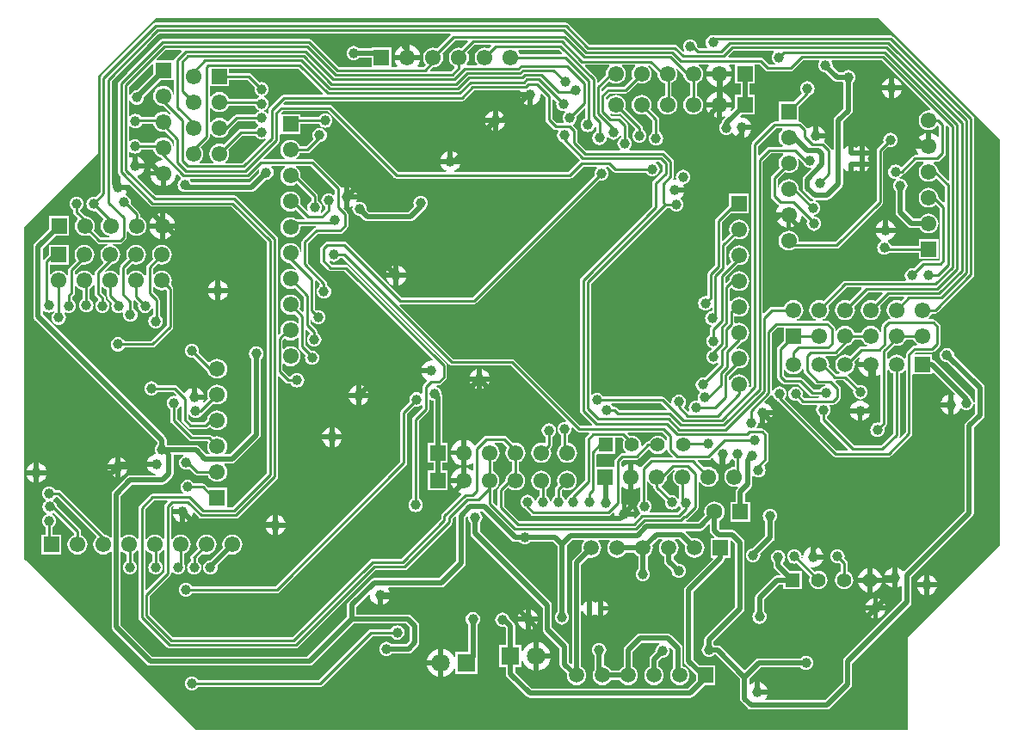
<source format=gbl>
G04 Layer_Physical_Order=2*
G04 Layer_Color=16711680*
%FSLAX44Y44*%
%MOMM*%
G71*
G01*
G75*
%ADD31C,1.0000*%
%ADD64C,0.5000*%
%ADD65C,0.2500*%
%ADD68R,1.8000X1.8000*%
%ADD69C,1.8000*%
%ADD70R,1.5500X1.5500*%
%ADD71C,1.5500*%
%ADD72R,1.5200X1.5200*%
%ADD73C,1.5200*%
%ADD74R,1.5500X1.5500*%
%ADD75C,1.4000*%
%ADD76R,1.4000X1.4000*%
%ADD77R,1.6000X1.6000*%
%ADD78C,1.6000*%
%ADD79C,0.5000*%
G36*
X840500Y532750D02*
X959750Y413500D01*
X959750Y13500D01*
X869000Y-77250D01*
X869000Y-168750D01*
X168750Y-168750D01*
X0Y-0D01*
Y100000D01*
X0Y100000D01*
X0D01*
Y198000D01*
X0D01*
Y327000D01*
X72250Y399250D01*
X72250Y475729D01*
X129825Y532750D01*
X840500Y532750D01*
D02*
G37*
%LPC*%
G36*
X847257Y-51000D02*
X840000D01*
Y-58257D01*
X840111Y-58242D01*
X842543Y-57235D01*
X844632Y-55632D01*
X846235Y-53543D01*
X847243Y-51110D01*
X847257Y-51000D01*
D02*
G37*
G36*
X843774Y-23500D02*
X834500D01*
Y-32774D01*
X835133Y-32691D01*
X838052Y-31482D01*
X840558Y-29558D01*
X842482Y-27052D01*
X843691Y-24133D01*
X843774Y-23500D01*
D02*
G37*
G36*
X574332Y-51250D02*
X569750D01*
Y-55832D01*
X571032Y-55301D01*
X572599Y-54099D01*
X573801Y-52532D01*
X574332Y-51250D01*
D02*
G37*
G36*
X498000Y-49743D02*
Y-57000D01*
X505257D01*
X505243Y-56890D01*
X504235Y-54457D01*
X502632Y-52368D01*
X500543Y-50765D01*
X498111Y-49757D01*
X498000Y-49743D01*
D02*
G37*
G36*
X493000D02*
X492890Y-49757D01*
X490457Y-50765D01*
X488368Y-52368D01*
X486765Y-54457D01*
X485757Y-56890D01*
X485743Y-57000D01*
X493000D01*
Y-49743D01*
D02*
G37*
G36*
X834500Y-9226D02*
Y-18500D01*
X843774D01*
X843691Y-17867D01*
X842482Y-14948D01*
X840558Y-12442D01*
X838052Y-10518D01*
X835133Y-9309D01*
X834500Y-9226D01*
D02*
G37*
G36*
X493000Y-62000D02*
X485743D01*
X485757Y-62111D01*
X486765Y-64543D01*
X488368Y-66632D01*
X490457Y-68235D01*
X492890Y-69243D01*
X493000Y-69257D01*
Y-62000D01*
D02*
G37*
G36*
X21507Y82250D02*
X14250D01*
Y74993D01*
X14361Y75008D01*
X16793Y76015D01*
X18882Y77618D01*
X20485Y79707D01*
X21493Y82140D01*
X21507Y82250D01*
D02*
G37*
G36*
X505257Y-62000D02*
X498000D01*
Y-69257D01*
X498111Y-69243D01*
X500543Y-68235D01*
X502632Y-66632D01*
X504235Y-64543D01*
X505243Y-62111D01*
X505257Y-62000D01*
D02*
G37*
G36*
X9250Y82250D02*
X1993D01*
X2007Y82140D01*
X3015Y79707D01*
X4618Y77618D01*
X6707Y76015D01*
X9140Y75008D01*
X9250Y74993D01*
Y82250D01*
D02*
G37*
G36*
X835000Y-51000D02*
X827743D01*
X827758Y-51110D01*
X828765Y-53543D01*
X830368Y-55632D01*
X832457Y-57235D01*
X834890Y-58242D01*
X835000Y-58257D01*
Y-51000D01*
D02*
G37*
G36*
X853750Y-8743D02*
X853640Y-8757D01*
X851207Y-9765D01*
X849118Y-11368D01*
X847515Y-13457D01*
X846507Y-15890D01*
X846493Y-16000D01*
X853750D01*
Y-8743D01*
D02*
G37*
G36*
X564750Y-41668D02*
X563468Y-42199D01*
X562719Y-42774D01*
X561599Y-43401D01*
X560032Y-42199D01*
X558750Y-41668D01*
Y-48750D01*
Y-55832D01*
X560032Y-55301D01*
X561599Y-54099D01*
X562719Y-54726D01*
X563468Y-55301D01*
X564750Y-55832D01*
Y-48750D01*
Y-41668D01*
D02*
G37*
G36*
X778750Y11757D02*
Y4500D01*
X786007D01*
X785993Y4611D01*
X784985Y7043D01*
X783382Y9132D01*
X781293Y10735D01*
X778860Y11743D01*
X778750Y11757D01*
D02*
G37*
G36*
X885500Y-28250D02*
X878243D01*
X878257Y-28361D01*
X879265Y-30793D01*
X880868Y-32882D01*
X882957Y-34485D01*
X885389Y-35493D01*
X885500Y-35507D01*
Y-28250D01*
D02*
G37*
G36*
X829500Y-23500D02*
X820226D01*
X820309Y-24133D01*
X821518Y-27052D01*
X823441Y-29558D01*
X825948Y-31482D01*
X828867Y-32691D01*
X829500Y-32774D01*
Y-23500D01*
D02*
G37*
G36*
X897757Y-28250D02*
X890500D01*
Y-35507D01*
X890611Y-35493D01*
X893043Y-34485D01*
X895132Y-32882D01*
X896735Y-30793D01*
X897743Y-28361D01*
X897757Y-28250D01*
D02*
G37*
G36*
X773750Y11757D02*
X773640Y11743D01*
X771207Y10735D01*
X769118Y9132D01*
X767515Y7043D01*
X766507Y4611D01*
X766164Y2000D01*
X766285Y1078D01*
X766234Y1016D01*
X765091Y417D01*
X764625Y840D01*
X764810Y2250D01*
X764570Y4077D01*
X763865Y5780D01*
X762742Y7242D01*
X761280Y8364D01*
X759577Y9070D01*
X757750Y9310D01*
X755923Y9070D01*
X754220Y8364D01*
X752757Y7242D01*
X751636Y5780D01*
X750930Y4077D01*
X750690Y2250D01*
X750930Y423D01*
X751636Y-1280D01*
X752757Y-2743D01*
X754220Y-3864D01*
X755923Y-4570D01*
X757750Y-4810D01*
X759577Y-4570D01*
X759935Y-4421D01*
X772939Y-17425D01*
X772432Y-18650D01*
X772122Y-21000D01*
X772432Y-23349D01*
X773338Y-25539D01*
X774781Y-27419D01*
X776661Y-28861D01*
X778850Y-29768D01*
X781200Y-30078D01*
X783549Y-29768D01*
X785739Y-28861D01*
X787619Y-27419D01*
X789061Y-25539D01*
X789968Y-23349D01*
X790278Y-21000D01*
X789968Y-18650D01*
X789061Y-16461D01*
X787619Y-14581D01*
X785739Y-13139D01*
X783549Y-12232D01*
X781200Y-11922D01*
X778850Y-12232D01*
X777625Y-12739D01*
X773951Y-9064D01*
X774544Y-7862D01*
X776250Y-8086D01*
X778860Y-7743D01*
X781293Y-6735D01*
X783382Y-5132D01*
X784985Y-3043D01*
X785993Y-611D01*
X786007Y-500D01*
X776250D01*
Y2000D01*
X773750D01*
Y11757D01*
D02*
G37*
G36*
X835000Y-38743D02*
X834890Y-38757D01*
X832457Y-39765D01*
X830368Y-41368D01*
X828765Y-43457D01*
X827758Y-45889D01*
X827743Y-46000D01*
X835000D01*
Y-38743D01*
D02*
G37*
G36*
X569750Y-41668D02*
Y-46250D01*
X574332D01*
X573801Y-44968D01*
X572599Y-43401D01*
X571032Y-42199D01*
X569750Y-41668D01*
D02*
G37*
G36*
X840000Y-38743D02*
Y-46000D01*
X847257D01*
X847243Y-45889D01*
X846235Y-43457D01*
X844632Y-41368D01*
X842543Y-39765D01*
X840111Y-38757D01*
X840000Y-38743D01*
D02*
G37*
G36*
X359757Y-38000D02*
X352500D01*
Y-45257D01*
X352611Y-45243D01*
X355043Y-44235D01*
X357132Y-42632D01*
X358735Y-40543D01*
X359743Y-38110D01*
X359757Y-38000D01*
D02*
G37*
G36*
X733500Y49310D02*
X731673Y49070D01*
X729970Y48364D01*
X728508Y47242D01*
X727385Y45780D01*
X726680Y44077D01*
X726440Y42250D01*
X726680Y40423D01*
X727385Y38720D01*
X728508Y37257D01*
X728912Y36947D01*
Y22650D01*
X716795Y10533D01*
X715173Y10320D01*
X713470Y9614D01*
X712008Y8492D01*
X710885Y7030D01*
X710180Y5327D01*
X709940Y3500D01*
X710180Y1673D01*
X710885Y-30D01*
X712008Y-1493D01*
X713470Y-2614D01*
X715173Y-3320D01*
X717000Y-3560D01*
X718827Y-3320D01*
X720530Y-2614D01*
X721992Y-1493D01*
X723114Y-30D01*
X723820Y1673D01*
X724060Y3500D01*
X723907Y4668D01*
X736744Y17506D01*
X737739Y18994D01*
X738088Y20750D01*
Y36947D01*
X738492Y37257D01*
X739614Y38720D01*
X740320Y40423D01*
X740560Y42250D01*
X740320Y44077D01*
X739614Y45780D01*
X738492Y47242D01*
X737030Y48364D01*
X735327Y49070D01*
X733500Y49310D01*
D02*
G37*
G36*
X829500Y-9226D02*
X828867Y-9309D01*
X825948Y-10518D01*
X823441Y-12442D01*
X821518Y-14948D01*
X820309Y-17867D01*
X820226Y-18500D01*
X829500D01*
Y-9226D01*
D02*
G37*
G36*
X736007Y141250D02*
X728750D01*
Y133993D01*
X728860Y134007D01*
X731293Y135015D01*
X733382Y136618D01*
X734985Y138707D01*
X735993Y141139D01*
X736007Y141250D01*
D02*
G37*
G36*
X741750Y8810D02*
X739923Y8570D01*
X738220Y7864D01*
X736758Y6742D01*
X735636Y5280D01*
X734930Y3577D01*
X734690Y1750D01*
X734930Y-77D01*
X735636Y-1780D01*
X736758Y-3243D01*
X737162Y-3553D01*
Y-6950D01*
X737511Y-8706D01*
X738506Y-10194D01*
X743550Y-15238D01*
X743064Y-16412D01*
X740500D01*
X738744Y-16761D01*
X737256Y-17756D01*
X720006Y-35006D01*
X719011Y-36494D01*
X718662Y-38250D01*
Y-51697D01*
X718258Y-52007D01*
X717135Y-53470D01*
X716430Y-55173D01*
X716190Y-57000D01*
X716430Y-58827D01*
X717135Y-60530D01*
X718258Y-61992D01*
X719720Y-63115D01*
X721423Y-63820D01*
X723250Y-64060D01*
X725077Y-63820D01*
X726780Y-63115D01*
X728242Y-61992D01*
X729364Y-60530D01*
X730070Y-58827D01*
X730310Y-57000D01*
X730070Y-55173D01*
X729364Y-53470D01*
X728242Y-52007D01*
X727838Y-51697D01*
Y-40150D01*
X742401Y-25588D01*
X746800D01*
Y-30000D01*
X764800D01*
Y-12000D01*
X753289D01*
X746338Y-5049D01*
Y-3553D01*
X746742Y-3243D01*
X747865Y-1780D01*
X748570Y-77D01*
X748810Y1750D01*
X748570Y3577D01*
X747865Y5280D01*
X746742Y6742D01*
X745280Y7864D01*
X743577Y8570D01*
X741750Y8810D01*
D02*
G37*
G36*
X14250Y94507D02*
Y87250D01*
X21507D01*
X21493Y87361D01*
X20485Y89793D01*
X18882Y91882D01*
X16793Y93485D01*
X14361Y94493D01*
X14250Y94507D01*
D02*
G37*
G36*
X407350Y-105000D02*
X396058D01*
X396210Y-106155D01*
X397621Y-109560D01*
X399865Y-112485D01*
X402790Y-114729D01*
X406195Y-116140D01*
X407350Y-116292D01*
Y-105000D01*
D02*
G37*
G36*
X9250Y94507D02*
X9140Y94493D01*
X6707Y93485D01*
X4618Y91882D01*
X3015Y89793D01*
X2007Y87361D01*
X1993Y87250D01*
X9250D01*
Y94507D01*
D02*
G37*
G36*
X853750Y-21000D02*
X846493D01*
X846507Y-21110D01*
X847515Y-23543D01*
X849118Y-25632D01*
X851207Y-27235D01*
X853640Y-28243D01*
X853750Y-28257D01*
Y-21000D01*
D02*
G37*
G36*
X89400Y100257D02*
X89289Y100243D01*
X86856Y99235D01*
X84768Y97632D01*
X83165Y95543D01*
X82157Y93111D01*
X82142Y93000D01*
X89400D01*
Y100257D01*
D02*
G37*
G36*
X94400D02*
Y93000D01*
X101657D01*
X101642Y93111D01*
X100634Y95543D01*
X99032Y97632D01*
X96943Y99235D01*
X94510Y100243D01*
X94400Y100257D01*
D02*
G37*
G36*
X890500Y-15993D02*
Y-23250D01*
X897757D01*
X897743Y-23140D01*
X896735Y-20707D01*
X895132Y-18618D01*
X893043Y-17015D01*
X890611Y-16007D01*
X890500Y-15993D01*
D02*
G37*
G36*
X723750Y-121493D02*
Y-128750D01*
X731007D01*
X730993Y-128639D01*
X729985Y-126207D01*
X728382Y-124118D01*
X726293Y-122515D01*
X723860Y-121507D01*
X723750Y-121493D01*
D02*
G37*
G36*
X885500Y-15993D02*
X885389Y-16007D01*
X882957Y-17015D01*
X880868Y-18618D01*
X879265Y-20707D01*
X878257Y-23140D01*
X878243Y-23250D01*
X885500D01*
Y-15993D01*
D02*
G37*
G36*
X633000Y-73662D02*
X605500D01*
X603744Y-74011D01*
X602256Y-75006D01*
X590856Y-86406D01*
X589861Y-87894D01*
X589512Y-89650D01*
Y-106260D01*
X589259Y-106364D01*
X587253Y-107903D01*
X585714Y-109909D01*
X585610Y-110162D01*
X577191D01*
X577086Y-109909D01*
X575547Y-107903D01*
X573541Y-106364D01*
X571206Y-105397D01*
X570088Y-105250D01*
Y-95053D01*
X570492Y-94742D01*
X571614Y-93280D01*
X572320Y-91577D01*
X572560Y-89750D01*
X572320Y-87923D01*
X571614Y-86220D01*
X570492Y-84758D01*
X569030Y-83636D01*
X567327Y-82930D01*
X565500Y-82690D01*
X563673Y-82930D01*
X561970Y-83636D01*
X560508Y-84758D01*
X559385Y-86220D01*
X558680Y-87923D01*
X558440Y-89750D01*
X558680Y-91577D01*
X559385Y-93280D01*
X560508Y-94742D01*
X560912Y-95053D01*
Y-109130D01*
X560314Y-109909D01*
X559347Y-112244D01*
X559017Y-114750D01*
X559347Y-117256D01*
X560314Y-119591D01*
X561853Y-121597D01*
X563859Y-123136D01*
X566194Y-124103D01*
X568700Y-124433D01*
X571206Y-124103D01*
X573541Y-123136D01*
X575547Y-121597D01*
X577086Y-119591D01*
X577191Y-119338D01*
X585610D01*
X585714Y-119591D01*
X587253Y-121597D01*
X589259Y-123136D01*
X591594Y-124103D01*
X594100Y-124433D01*
X596606Y-124103D01*
X598941Y-123136D01*
X600947Y-121597D01*
X602486Y-119591D01*
X603453Y-117256D01*
X603783Y-114750D01*
X603453Y-112244D01*
X602486Y-109909D01*
X600947Y-107903D01*
X598941Y-106364D01*
X598688Y-106260D01*
Y-91551D01*
X607401Y-82838D01*
X624637D01*
X624889Y-84108D01*
X624220Y-84385D01*
X622758Y-85508D01*
X621636Y-86970D01*
X620930Y-88673D01*
X620690Y-90500D01*
X620756Y-91005D01*
X616256Y-95506D01*
X615261Y-96994D01*
X614912Y-98750D01*
Y-106260D01*
X614659Y-106364D01*
X612653Y-107903D01*
X611114Y-109909D01*
X610147Y-112244D01*
X609817Y-114750D01*
X610147Y-117256D01*
X611114Y-119591D01*
X612653Y-121597D01*
X614659Y-123136D01*
X616994Y-124103D01*
X619500Y-124433D01*
X622006Y-124103D01*
X624341Y-123136D01*
X626347Y-121597D01*
X627886Y-119591D01*
X628853Y-117256D01*
X629183Y-114750D01*
X628853Y-112244D01*
X627886Y-109909D01*
X626347Y-107903D01*
X624341Y-106364D01*
X624088Y-106260D01*
Y-100651D01*
X627245Y-97494D01*
X627750Y-97560D01*
X629577Y-97320D01*
X631280Y-96615D01*
X632742Y-95492D01*
X633865Y-94030D01*
X634570Y-92327D01*
X634810Y-90500D01*
X634570Y-88673D01*
X634168Y-87703D01*
X635245Y-86983D01*
X638412Y-90150D01*
Y-107628D01*
X638053Y-107903D01*
X636514Y-109909D01*
X635547Y-112244D01*
X635217Y-114750D01*
X635547Y-117256D01*
X636514Y-119591D01*
X638053Y-121597D01*
X640059Y-123136D01*
X642394Y-124103D01*
X644900Y-124433D01*
X647406Y-124103D01*
X649741Y-123136D01*
X651747Y-121597D01*
X653286Y-119591D01*
X654253Y-117256D01*
X654583Y-114750D01*
X654253Y-112244D01*
X653286Y-109909D01*
X651747Y-107903D01*
X649741Y-106364D01*
X647588Y-105473D01*
Y-88250D01*
X647239Y-86494D01*
X646244Y-85006D01*
X636244Y-75006D01*
X634756Y-74011D01*
X633000Y-73662D01*
D02*
G37*
G36*
X506200Y-82208D02*
Y-93500D01*
X517492D01*
X517340Y-92345D01*
X515929Y-88940D01*
X513685Y-86015D01*
X510760Y-83771D01*
X507355Y-82360D01*
X506200Y-82208D01*
D02*
G37*
G36*
X101657Y88000D02*
X94400D01*
Y80743D01*
X94510Y80758D01*
X96943Y81765D01*
X99032Y83368D01*
X100634Y85457D01*
X101642Y87890D01*
X101657Y88000D01*
D02*
G37*
G36*
X89400D02*
X82142D01*
X82157Y87890D01*
X83165Y85457D01*
X84768Y83368D01*
X86856Y81765D01*
X89289Y80758D01*
X89400Y80743D01*
Y88000D01*
D02*
G37*
G36*
X909000Y161507D02*
X908889Y161493D01*
X906457Y160485D01*
X904368Y158882D01*
X902765Y156793D01*
X901757Y154361D01*
X901743Y154250D01*
X909000D01*
Y161507D01*
D02*
G37*
G36*
X366750Y-65440D02*
X364923Y-65680D01*
X363220Y-66386D01*
X361758Y-67508D01*
X360635Y-68970D01*
X360546Y-69186D01*
X341000D01*
X339732Y-69439D01*
X338657Y-70157D01*
X289377Y-119436D01*
X170954D01*
X170865Y-119220D01*
X169742Y-117758D01*
X168280Y-116636D01*
X166577Y-115930D01*
X164750Y-115690D01*
X162923Y-115930D01*
X161220Y-116636D01*
X159757Y-117758D01*
X158636Y-119220D01*
X157930Y-120923D01*
X157690Y-122750D01*
X157930Y-124577D01*
X158636Y-126280D01*
X159757Y-127743D01*
X161220Y-128864D01*
X162923Y-129570D01*
X164750Y-129810D01*
X166577Y-129570D01*
X168280Y-128864D01*
X169742Y-127743D01*
X170865Y-126280D01*
X170954Y-126064D01*
X290750D01*
X292018Y-125811D01*
X293093Y-125093D01*
X342373Y-75814D01*
X360546D01*
X360635Y-76030D01*
X361758Y-77492D01*
X363220Y-78615D01*
X364923Y-79320D01*
X366750Y-79560D01*
X368577Y-79320D01*
X370280Y-78615D01*
X371742Y-77492D01*
X372864Y-76030D01*
X373570Y-74327D01*
X373810Y-72500D01*
X373570Y-70673D01*
X372864Y-68970D01*
X371742Y-67508D01*
X370280Y-66386D01*
X368577Y-65680D01*
X366750Y-65440D01*
D02*
G37*
G36*
X441250Y-52190D02*
X439423Y-52430D01*
X437720Y-53136D01*
X436258Y-54258D01*
X435135Y-55720D01*
X434430Y-57423D01*
X434190Y-59250D01*
X434430Y-61077D01*
X435135Y-62780D01*
X436258Y-64243D01*
X436662Y-64553D01*
Y-91500D01*
X424250D01*
Y-97362D01*
X422980Y-97615D01*
X422079Y-95440D01*
X419835Y-92515D01*
X416910Y-90271D01*
X413505Y-88860D01*
X412350Y-88708D01*
Y-102500D01*
Y-116292D01*
X413505Y-116140D01*
X416910Y-114729D01*
X419835Y-112485D01*
X422079Y-109560D01*
X422980Y-107385D01*
X424250Y-107638D01*
Y-113500D01*
X446250D01*
Y-91500D01*
X445838D01*
Y-64553D01*
X446242Y-64243D01*
X447365Y-62780D01*
X448070Y-61077D01*
X448310Y-59250D01*
X448070Y-57423D01*
X447365Y-55720D01*
X446242Y-54258D01*
X444780Y-53136D01*
X443077Y-52430D01*
X441250Y-52190D01*
D02*
G37*
G36*
X909000Y149250D02*
X901743D01*
X901757Y149139D01*
X902765Y146707D01*
X904368Y144618D01*
X906457Y143015D01*
X908889Y142007D01*
X909000Y141993D01*
Y149250D01*
D02*
G37*
G36*
X517492Y-98500D02*
X506200D01*
Y-109792D01*
X507355Y-109640D01*
X510760Y-108229D01*
X513685Y-105985D01*
X515929Y-103061D01*
X517340Y-99655D01*
X517492Y-98500D01*
D02*
G37*
G36*
X800000Y9560D02*
X798173Y9320D01*
X796470Y8615D01*
X795008Y7492D01*
X793885Y6030D01*
X793180Y4327D01*
X792940Y2500D01*
X793180Y673D01*
X793885Y-1030D01*
X795008Y-2492D01*
X796470Y-3614D01*
X798173Y-4320D01*
X800000Y-4560D01*
X801827Y-4320D01*
X802044Y-4230D01*
X803286Y-5473D01*
Y-12631D01*
X802061Y-13139D01*
X800181Y-14581D01*
X798738Y-16461D01*
X797832Y-18650D01*
X797522Y-21000D01*
X797832Y-23349D01*
X798738Y-25539D01*
X800181Y-27419D01*
X802061Y-28861D01*
X804250Y-29768D01*
X806600Y-30078D01*
X808950Y-29768D01*
X811139Y-28861D01*
X813019Y-27419D01*
X814461Y-25539D01*
X815368Y-23349D01*
X815678Y-21000D01*
X815368Y-18650D01*
X814461Y-16461D01*
X813019Y-14581D01*
X811139Y-13139D01*
X809914Y-12631D01*
Y-4100D01*
X809661Y-2832D01*
X808943Y-1757D01*
X806730Y456D01*
X806820Y673D01*
X807060Y2500D01*
X806820Y4327D01*
X806115Y6030D01*
X804992Y7492D01*
X803530Y8615D01*
X801827Y9320D01*
X800000Y9560D01*
D02*
G37*
G36*
X407350Y-88708D02*
X406195Y-88860D01*
X402790Y-90271D01*
X399865Y-92515D01*
X397621Y-95440D01*
X396210Y-98845D01*
X396058Y-100000D01*
X407350D01*
Y-88708D01*
D02*
G37*
G36*
X532750Y528064D02*
X129123D01*
X127855Y527811D01*
X126779Y527093D01*
X75657Y475970D01*
X74939Y474895D01*
X74686Y473627D01*
Y360873D01*
X70044Y356230D01*
X69827Y356320D01*
X68000Y356560D01*
X66173Y356320D01*
X64470Y355615D01*
X63007Y354492D01*
X61885Y353030D01*
X61180Y351327D01*
X60940Y349500D01*
X61180Y347673D01*
X61885Y345970D01*
X63007Y344507D01*
X64470Y343386D01*
X66173Y342680D01*
X68000Y342440D01*
X69827Y342680D01*
X70044Y342770D01*
X77956Y334857D01*
X77946Y334704D01*
X76383Y332667D01*
X75401Y330295D01*
X75066Y327750D01*
X75401Y325205D01*
X76383Y322833D01*
X77946Y320796D01*
X79983Y319233D01*
X82355Y318251D01*
X83626Y318084D01*
X83543Y316814D01*
X75123D01*
X68335Y323601D01*
X68999Y325205D01*
X69334Y327750D01*
X68999Y330295D01*
X68017Y332667D01*
X66454Y334704D01*
X64417Y336267D01*
X62045Y337249D01*
X59905Y337531D01*
X55060Y342377D01*
X54991Y342686D01*
X55133Y343907D01*
X56242Y344757D01*
X57365Y346220D01*
X58070Y347923D01*
X58310Y349750D01*
X58070Y351577D01*
X57365Y353280D01*
X56242Y354742D01*
X54780Y355864D01*
X53077Y356570D01*
X51250Y356810D01*
X49423Y356570D01*
X47720Y355864D01*
X46258Y354742D01*
X45135Y353280D01*
X44430Y351577D01*
X44190Y349750D01*
X44430Y347923D01*
X45135Y346220D01*
X46258Y344757D01*
X47720Y343635D01*
X47936Y343546D01*
Y341500D01*
X48189Y340232D01*
X48907Y339157D01*
X52596Y335467D01*
X52546Y334704D01*
X50983Y332667D01*
X50001Y330295D01*
X49666Y327750D01*
X50001Y325205D01*
X50983Y322833D01*
X52546Y320796D01*
X54583Y319233D01*
X56955Y318251D01*
X59500Y317916D01*
X62045Y318251D01*
X63649Y318915D01*
X71407Y311157D01*
X72482Y310439D01*
X73750Y310186D01*
X81664D01*
X81955Y308999D01*
X79583Y308017D01*
X77546Y306454D01*
X75983Y304417D01*
X75001Y302045D01*
X74666Y299500D01*
X75001Y296955D01*
X75983Y294583D01*
X77546Y292546D01*
X77612Y291548D01*
X69907Y283843D01*
X69189Y282768D01*
X68936Y281500D01*
Y279150D01*
X67666Y278897D01*
X67617Y279017D01*
X66054Y281054D01*
X64017Y282617D01*
X61645Y283599D01*
X59100Y283934D01*
X56555Y283599D01*
X54183Y282617D01*
X52146Y281054D01*
X51084Y279669D01*
X49814Y280100D01*
Y283377D01*
X56472Y290035D01*
X56555Y290001D01*
X59100Y289666D01*
X61645Y290001D01*
X64017Y290984D01*
X66054Y292546D01*
X67617Y294583D01*
X68599Y296955D01*
X68934Y299500D01*
X68599Y302045D01*
X67617Y304417D01*
X66054Y306454D01*
X64017Y308017D01*
X61645Y308999D01*
X59100Y309334D01*
X56555Y308999D01*
X54183Y308017D01*
X52146Y306454D01*
X50583Y304417D01*
X49601Y302045D01*
X49266Y299500D01*
X49601Y296955D01*
X50583Y294583D01*
X51045Y293981D01*
X44157Y287093D01*
X43439Y286018D01*
X43186Y284750D01*
Y279839D01*
X41916Y279408D01*
X40654Y281054D01*
X38617Y282617D01*
X36245Y283599D01*
X33700Y283934D01*
X31155Y283599D01*
X28783Y282617D01*
X26746Y281054D01*
X26334Y280516D01*
X25064Y280947D01*
Y289750D01*
X43450D01*
Y309250D01*
X23950D01*
Y299486D01*
X19407Y294943D01*
X19358Y294870D01*
X18088Y295255D01*
Y305250D01*
X30839Y318000D01*
X43850D01*
Y337500D01*
X24350D01*
Y324489D01*
X10256Y310394D01*
X9261Y308906D01*
X8912Y307150D01*
Y239000D01*
X9261Y237244D01*
X10256Y235756D01*
X130912Y115099D01*
Y112553D01*
X130508Y112242D01*
X129386Y110780D01*
X128680Y109077D01*
X128440Y107250D01*
X128680Y105423D01*
X129091Y104432D01*
X128388Y103058D01*
X127889Y102993D01*
X125457Y101985D01*
X123368Y100382D01*
X121765Y98293D01*
X120757Y95861D01*
X120743Y95750D01*
X130500D01*
Y90750D01*
X120743D01*
X120757Y90639D01*
X121765Y88207D01*
X123368Y86118D01*
X125457Y84515D01*
X127889Y83507D01*
X129023Y83358D01*
X128940Y82088D01*
X104250D01*
X102494Y81739D01*
X101006Y80744D01*
X87006Y66744D01*
X86011Y65256D01*
X85662Y63500D01*
Y21347D01*
X85286Y21219D01*
X84392Y21040D01*
X82467Y22517D01*
X80095Y23499D01*
X79050Y23637D01*
X36093Y66593D01*
X35018Y67311D01*
X33750Y67564D01*
X30704D01*
X30615Y67780D01*
X29492Y69243D01*
X28030Y70364D01*
X26327Y71070D01*
X24500Y71310D01*
X22673Y71070D01*
X20970Y70364D01*
X19508Y69243D01*
X18386Y67780D01*
X17680Y66077D01*
X17440Y64250D01*
X17680Y62423D01*
X18386Y60720D01*
X19508Y59258D01*
X20606Y58415D01*
X20708Y57210D01*
X20621Y56905D01*
X19758Y56242D01*
X18635Y54780D01*
X17930Y53077D01*
X17690Y51250D01*
X17930Y49423D01*
X18635Y47720D01*
X19758Y46258D01*
X21220Y45136D01*
X21750Y44916D01*
Y43541D01*
X20720Y43115D01*
X19258Y41993D01*
X18135Y40530D01*
X17430Y38827D01*
X17190Y37000D01*
X17430Y35173D01*
X18135Y33470D01*
X19258Y32008D01*
X20720Y30886D01*
X20936Y30796D01*
Y23750D01*
X17000D01*
Y4250D01*
X36500D01*
Y23750D01*
X27564D01*
Y30796D01*
X27780Y30886D01*
X29242Y32008D01*
X30364Y33470D01*
X31070Y35173D01*
X31310Y37000D01*
X31070Y38827D01*
X30364Y40530D01*
X29242Y41993D01*
X27780Y43115D01*
X27250Y43334D01*
Y44709D01*
X28280Y45136D01*
X28788Y45525D01*
X48836Y25477D01*
Y23181D01*
X47233Y22517D01*
X45196Y20954D01*
X43633Y18917D01*
X42651Y16545D01*
X42316Y14000D01*
X42651Y11455D01*
X43633Y9083D01*
X45196Y7046D01*
X47233Y5483D01*
X49605Y4501D01*
X52150Y4166D01*
X54695Y4501D01*
X57067Y5483D01*
X59104Y7046D01*
X60667Y9083D01*
X61649Y11455D01*
X61984Y14000D01*
X61649Y16545D01*
X60667Y18917D01*
X59104Y20954D01*
X57067Y22517D01*
X55464Y23181D01*
Y26850D01*
X55211Y28118D01*
X54493Y29193D01*
X31716Y51971D01*
X31570Y53077D01*
X30865Y54780D01*
X29743Y56242D01*
X28644Y57085D01*
X28542Y58290D01*
X28629Y58595D01*
X29492Y59258D01*
X30615Y60720D01*
X30704Y60936D01*
X32378D01*
X70913Y22401D01*
X70830Y21133D01*
X70596Y20954D01*
X69033Y18917D01*
X68051Y16545D01*
X67716Y14000D01*
X68051Y11455D01*
X69033Y9083D01*
X70596Y7046D01*
X72633Y5483D01*
X75005Y4501D01*
X77550Y4166D01*
X80095Y4501D01*
X82467Y5483D01*
X84392Y6960D01*
X85286Y6781D01*
X85662Y6653D01*
Y-67250D01*
X86011Y-69006D01*
X87006Y-70494D01*
X120506Y-103994D01*
X121994Y-104989D01*
X123750Y-105338D01*
X280500D01*
X282256Y-104989D01*
X283744Y-103994D01*
X323900Y-63838D01*
X375350D01*
X379412Y-67901D01*
Y-80599D01*
X375849Y-84162D01*
X361553D01*
X361242Y-83758D01*
X359780Y-82636D01*
X358077Y-81930D01*
X356250Y-81690D01*
X354423Y-81930D01*
X352720Y-82636D01*
X351258Y-83758D01*
X350135Y-85220D01*
X349430Y-86923D01*
X349190Y-88750D01*
X349430Y-90577D01*
X350135Y-92280D01*
X351258Y-93743D01*
X352720Y-94865D01*
X354423Y-95570D01*
X356250Y-95810D01*
X358077Y-95570D01*
X359780Y-94865D01*
X361242Y-93743D01*
X361553Y-93338D01*
X377750D01*
X379506Y-92989D01*
X380994Y-91994D01*
X387244Y-85744D01*
X388239Y-84256D01*
X388588Y-82500D01*
Y-66000D01*
X388239Y-64244D01*
X387244Y-62756D01*
X380494Y-56006D01*
X379006Y-55011D01*
X377250Y-54662D01*
X326773D01*
Y-47215D01*
X338776Y-35213D01*
X339957Y-35828D01*
X340257Y-38110D01*
X341265Y-40543D01*
X342868Y-42632D01*
X344957Y-44235D01*
X347389Y-45243D01*
X347500Y-45257D01*
Y-35500D01*
X350000D01*
Y-33000D01*
X359757D01*
X359743Y-32889D01*
X358735Y-30457D01*
X357892Y-29358D01*
X358518Y-28088D01*
X410000D01*
X411756Y-27739D01*
X413244Y-26744D01*
X432744Y-7244D01*
X433739Y-5756D01*
X434088Y-4000D01*
Y40604D01*
X435337Y41852D01*
X436540Y41259D01*
X436440Y40500D01*
X436680Y38673D01*
X437385Y36970D01*
X438508Y35508D01*
X438912Y35197D01*
Y25000D01*
X439261Y23244D01*
X440256Y21756D01*
X509912Y-47901D01*
Y-69500D01*
X510261Y-71256D01*
X511256Y-72744D01*
X526662Y-88151D01*
Y-103750D01*
X527011Y-105506D01*
X528006Y-106994D01*
X533867Y-112855D01*
X533617Y-114750D01*
X533947Y-117256D01*
X534914Y-119591D01*
X536453Y-121597D01*
X538459Y-123136D01*
X540794Y-124103D01*
X543300Y-124433D01*
X545806Y-124103D01*
X548141Y-123136D01*
X550147Y-121597D01*
X551686Y-119591D01*
X552653Y-117256D01*
X552983Y-114750D01*
X552653Y-112244D01*
X551686Y-109909D01*
X550147Y-107903D01*
X548141Y-106364D01*
X547888Y-106260D01*
Y-51480D01*
X549158Y-51227D01*
X549699Y-52532D01*
X550901Y-54099D01*
X552468Y-55301D01*
X553750Y-55832D01*
Y-48750D01*
Y-41668D01*
X552468Y-42199D01*
X550901Y-43401D01*
X549699Y-44968D01*
X549158Y-46273D01*
X547888Y-46020D01*
Y-5651D01*
X555041Y1502D01*
X555294Y1397D01*
X557800Y1067D01*
X560306Y1397D01*
X562641Y2364D01*
X564647Y3903D01*
X566186Y5909D01*
X567153Y8244D01*
X567483Y10750D01*
X567153Y13256D01*
X566186Y15591D01*
X564804Y17392D01*
X565149Y18662D01*
X575851D01*
X576196Y17392D01*
X574814Y15591D01*
X573847Y13256D01*
X573517Y10750D01*
X573847Y8244D01*
X574814Y5909D01*
X576353Y3903D01*
X578359Y2364D01*
X580694Y1397D01*
X583200Y1067D01*
X585706Y1397D01*
X588041Y2364D01*
X590047Y3903D01*
X591586Y5909D01*
X591690Y6162D01*
X600109D01*
X600214Y5909D01*
X601753Y3903D01*
X603759Y2364D01*
X604012Y2260D01*
Y-9621D01*
X603508Y-10008D01*
X602385Y-11470D01*
X601680Y-13173D01*
X601440Y-15000D01*
X601680Y-16827D01*
X602385Y-18530D01*
X603508Y-19993D01*
X604970Y-21114D01*
X606673Y-21820D01*
X608500Y-22060D01*
X610327Y-21820D01*
X612030Y-21114D01*
X613492Y-19993D01*
X614614Y-18530D01*
X615320Y-16827D01*
X615560Y-15000D01*
X615320Y-13173D01*
X614614Y-11470D01*
X613492Y-10008D01*
X613188Y-9774D01*
Y2260D01*
X613441Y2364D01*
X615447Y3903D01*
X616986Y5909D01*
X617953Y8244D01*
X618283Y10750D01*
X617953Y13256D01*
X617848Y13509D01*
X623750Y19412D01*
X627433D01*
X627864Y18142D01*
X627153Y17597D01*
X625614Y15591D01*
X624647Y13256D01*
X624317Y10750D01*
X624647Y8244D01*
X625614Y5909D01*
X627153Y3903D01*
X629159Y2364D01*
X629412Y2260D01*
Y-2250D01*
X629761Y-4006D01*
X630756Y-5494D01*
X636756Y-11495D01*
X636690Y-12000D01*
X636930Y-13827D01*
X637635Y-15530D01*
X638758Y-16992D01*
X640220Y-18115D01*
X641923Y-18820D01*
X643750Y-19060D01*
X645577Y-18820D01*
X647280Y-18115D01*
X648742Y-16992D01*
X649865Y-15530D01*
X650570Y-13827D01*
X650810Y-12000D01*
X650570Y-10173D01*
X649865Y-8470D01*
X648742Y-7008D01*
X647280Y-5885D01*
X645577Y-5180D01*
X643750Y-4940D01*
X643245Y-5006D01*
X638588Y-349D01*
Y2260D01*
X638841Y2364D01*
X640847Y3903D01*
X642386Y5909D01*
X643353Y8244D01*
X643683Y10750D01*
X643353Y13256D01*
X642386Y15591D01*
X640847Y17597D01*
X640136Y18142D01*
X640567Y19412D01*
X644249D01*
X650152Y13509D01*
X650047Y13256D01*
X649717Y10750D01*
X650047Y8244D01*
X651014Y5909D01*
X652553Y3903D01*
X654559Y2364D01*
X656894Y1397D01*
X659400Y1067D01*
X661906Y1397D01*
X664241Y2364D01*
X666247Y3903D01*
X667786Y5909D01*
X668753Y8244D01*
X669083Y10750D01*
X668753Y13256D01*
X667786Y15591D01*
X666247Y17597D01*
X664241Y19136D01*
X661906Y20103D01*
X659400Y20433D01*
X656894Y20103D01*
X656641Y19998D01*
X650497Y26142D01*
X651023Y27412D01*
X664800D01*
X666556Y27761D01*
X668044Y28756D01*
X673288Y34000D01*
X674462Y33514D01*
Y27950D01*
X674811Y26194D01*
X675806Y24706D01*
X678891Y21620D01*
X678365Y20350D01*
X675200D01*
Y1150D01*
X677002D01*
X677488Y-23D01*
X650506Y-27006D01*
X649511Y-28494D01*
X649162Y-30250D01*
Y-100723D01*
X649511Y-102479D01*
X650506Y-103967D01*
X660700Y-114161D01*
Y-119811D01*
X652850Y-127662D01*
X499151D01*
X482888Y-111400D01*
Y-107000D01*
X489300D01*
Y-101138D01*
X490570Y-100885D01*
X491471Y-103061D01*
X493715Y-105985D01*
X496640Y-108229D01*
X500045Y-109640D01*
X501200Y-109792D01*
Y-96000D01*
Y-82208D01*
X500045Y-82360D01*
X496640Y-83771D01*
X493715Y-86015D01*
X491471Y-88940D01*
X490570Y-91115D01*
X489300Y-90863D01*
Y-85000D01*
X482888D01*
Y-66050D01*
X482539Y-64294D01*
X481544Y-62806D01*
X477094Y-58355D01*
X477070Y-58173D01*
X476365Y-56470D01*
X475242Y-55008D01*
X473780Y-53885D01*
X472077Y-53180D01*
X470250Y-52940D01*
X468423Y-53180D01*
X466720Y-53885D01*
X465257Y-55008D01*
X464136Y-56470D01*
X463430Y-58173D01*
X463190Y-60000D01*
X463430Y-61827D01*
X464136Y-63530D01*
X465257Y-64992D01*
X466720Y-66115D01*
X468423Y-66820D01*
X470250Y-67060D01*
X472077Y-66820D01*
X472434Y-66672D01*
X473712Y-67951D01*
Y-85000D01*
X467300D01*
Y-107000D01*
X473712D01*
Y-113300D01*
X474061Y-115056D01*
X475056Y-116544D01*
X494006Y-135494D01*
X495494Y-136489D01*
X497250Y-136838D01*
X654750D01*
X656506Y-136489D01*
X657994Y-135494D01*
X669139Y-124350D01*
X679900D01*
Y-105150D01*
X664666D01*
X658338Y-98822D01*
Y-32150D01*
X688044Y-2444D01*
X689039Y-956D01*
X689388Y800D01*
Y1150D01*
X694400D01*
Y17702D01*
X695573Y18188D01*
X699412Y14349D01*
Y-47350D01*
X670256Y-76506D01*
X669261Y-77994D01*
X668912Y-79750D01*
Y-84447D01*
X668508Y-84758D01*
X667385Y-86220D01*
X666680Y-87923D01*
X666440Y-89750D01*
X666680Y-91577D01*
X667385Y-93280D01*
X668508Y-94742D01*
X669970Y-95864D01*
X671673Y-96570D01*
X673500Y-96810D01*
X675327Y-96570D01*
X677030Y-95864D01*
X678492Y-94742D01*
X678803Y-94338D01*
X680100D01*
X704162Y-118400D01*
Y-137750D01*
X704511Y-139506D01*
X705506Y-140995D01*
X711506Y-146994D01*
X712994Y-147989D01*
X714750Y-148338D01*
X789500D01*
X791256Y-147989D01*
X792745Y-146994D01*
X813244Y-126494D01*
X814239Y-125006D01*
X814588Y-123250D01*
Y-102900D01*
X871494Y-45994D01*
X872489Y-44506D01*
X872838Y-42750D01*
Y-18151D01*
X932994Y42006D01*
X933989Y43494D01*
X934338Y45250D01*
Y129100D01*
X943494Y138256D01*
X944489Y139744D01*
X944838Y141500D01*
Y168250D01*
X944489Y170006D01*
X943494Y171494D01*
X914744Y200245D01*
X914810Y200750D01*
X914570Y202577D01*
X913865Y204280D01*
X912742Y205742D01*
X911280Y206864D01*
X909577Y207570D01*
X907750Y207810D01*
X905923Y207570D01*
X904220Y206864D01*
X902758Y205742D01*
X901636Y204280D01*
X900930Y202577D01*
X900690Y200750D01*
X900930Y198923D01*
X901636Y197220D01*
X902758Y195758D01*
X904220Y194636D01*
X905923Y193930D01*
X907750Y193690D01*
X908255Y193756D01*
X935662Y166350D01*
Y143400D01*
X926506Y134244D01*
X925511Y132756D01*
X925162Y131000D01*
Y47151D01*
X865704Y-12307D01*
X864052Y-12241D01*
X863382Y-11368D01*
X861293Y-9765D01*
X858860Y-8757D01*
X858750Y-8743D01*
Y-18500D01*
Y-28257D01*
X858860Y-28243D01*
X861293Y-27235D01*
X862392Y-26392D01*
X863662Y-27018D01*
Y-40849D01*
X806756Y-97756D01*
X805761Y-99244D01*
X805412Y-101000D01*
Y-121349D01*
X787600Y-139162D01*
X729378D01*
X728758Y-137892D01*
X729985Y-136293D01*
X730993Y-133861D01*
X731007Y-133750D01*
X721250D01*
Y-131250D01*
X718750D01*
Y-121493D01*
X718640Y-121507D01*
X716207Y-122515D01*
X714608Y-123742D01*
X713338Y-123121D01*
Y-118400D01*
X724650Y-107088D01*
X763697D01*
X764008Y-107492D01*
X765470Y-108615D01*
X767173Y-109320D01*
X769000Y-109560D01*
X770827Y-109320D01*
X772530Y-108615D01*
X773992Y-107492D01*
X775115Y-106030D01*
X775820Y-104327D01*
X776060Y-102500D01*
X775820Y-100673D01*
X775115Y-98970D01*
X773992Y-97508D01*
X772530Y-96385D01*
X770827Y-95680D01*
X769000Y-95440D01*
X767173Y-95680D01*
X765470Y-96385D01*
X764008Y-97508D01*
X763697Y-97912D01*
X722750D01*
X720994Y-98261D01*
X719506Y-99256D01*
X708750Y-110011D01*
X685245Y-86506D01*
X683756Y-85511D01*
X682001Y-85162D01*
X678803D01*
X678492Y-84758D01*
X678088Y-84447D01*
Y-81650D01*
X707244Y-52494D01*
X708239Y-51006D01*
X708588Y-49250D01*
Y16250D01*
X708239Y18006D01*
X707244Y19494D01*
X699494Y27244D01*
X698006Y28239D01*
X696250Y28588D01*
X684901D01*
X683638Y29850D01*
Y37327D01*
X684093Y37515D01*
X686182Y39118D01*
X687785Y41207D01*
X688792Y43640D01*
X689136Y46250D01*
X688792Y48861D01*
X687785Y51293D01*
X686182Y53382D01*
X684093Y54985D01*
X681660Y55993D01*
X679050Y56336D01*
X676439Y55993D01*
X674007Y54985D01*
X671918Y53382D01*
X670315Y51293D01*
X669307Y48861D01*
X668964Y46250D01*
X669307Y43640D01*
X669496Y43185D01*
X662899Y36588D01*
X651773D01*
X651064Y37858D01*
X651373Y38360D01*
X651768Y38439D01*
X652843Y39157D01*
X662343Y48657D01*
X663061Y49732D01*
X663314Y51000D01*
Y75580D01*
X664583Y75833D01*
X666146Y73796D01*
X668183Y72233D01*
X670555Y71251D01*
X673100Y70916D01*
X675645Y71251D01*
X678017Y72233D01*
X680054Y73796D01*
X681617Y75833D01*
X682599Y78205D01*
X682934Y80750D01*
X682599Y83295D01*
X681617Y85667D01*
X680054Y87704D01*
X678017Y89267D01*
X675645Y90249D01*
X673100Y90584D01*
X670555Y90249D01*
X668951Y89585D01*
X662273Y96263D01*
X662759Y97436D01*
X673083D01*
X674351Y97689D01*
X675426Y98407D01*
X676493Y99474D01*
X677739Y99227D01*
X678265Y97957D01*
X679868Y95868D01*
X681957Y94265D01*
X684389Y93257D01*
X684500Y93243D01*
Y103000D01*
X689500D01*
Y93243D01*
X689611Y93257D01*
X692043Y94265D01*
X694132Y95868D01*
X695590Y97768D01*
X696799Y98015D01*
X697101Y97936D01*
X698470Y96885D01*
X698686Y96796D01*
Y90747D01*
X698500Y90584D01*
X695955Y90249D01*
X693583Y89267D01*
X691546Y87704D01*
X689983Y85667D01*
X689001Y83295D01*
X688666Y80750D01*
X689001Y78205D01*
X689983Y75833D01*
X691546Y73796D01*
X693583Y72233D01*
X695955Y71251D01*
X698500Y70916D01*
X701045Y71251D01*
X701337Y71372D01*
X702057Y70295D01*
X701206Y69444D01*
X700211Y67956D01*
X699862Y66200D01*
Y56250D01*
X694450D01*
Y36250D01*
X714450D01*
Y56250D01*
X709038D01*
Y64299D01*
X714994Y70256D01*
X715989Y71744D01*
X716338Y73500D01*
Y81503D01*
X717608Y81988D01*
X718720Y81136D01*
X720423Y80430D01*
X722250Y80190D01*
X724077Y80430D01*
X725780Y81136D01*
X727242Y82257D01*
X728364Y83720D01*
X729070Y85423D01*
X729310Y87250D01*
X729070Y89077D01*
X728364Y90780D01*
X727540Y91854D01*
X731093Y95407D01*
X731811Y96482D01*
X732064Y97750D01*
Y122000D01*
X731811Y123268D01*
X731093Y124343D01*
X728093Y127343D01*
X727018Y128061D01*
X725750Y128314D01*
X721003D01*
X720376Y129584D01*
X720864Y130220D01*
X721570Y131923D01*
X721766Y133409D01*
X722871Y134326D01*
X723640Y134007D01*
X723750Y133993D01*
Y143750D01*
X726250D01*
Y146250D01*
X736007D01*
X735993Y146361D01*
X734985Y148793D01*
X733382Y150882D01*
X731293Y152485D01*
X728860Y153493D01*
X728658Y153519D01*
X728250Y154722D01*
X734593Y161065D01*
X734867Y161475D01*
X736189Y161167D01*
X736219Y160939D01*
X736924Y159236D01*
X738046Y157774D01*
X739509Y156652D01*
X740426Y156272D01*
X740696Y155868D01*
X795407Y101157D01*
X796482Y100439D01*
X797750Y100186D01*
X850500D01*
X851768Y100439D01*
X852843Y101157D01*
X872843Y121157D01*
X873561Y122232D01*
X873814Y123500D01*
Y180749D01*
X874100Y181900D01*
X893300D01*
Y182802D01*
X894473Y183288D01*
X915448Y162313D01*
X914729Y161236D01*
X914110Y161493D01*
X914000Y161507D01*
Y151750D01*
Y141993D01*
X914110Y142007D01*
X916543Y143015D01*
X918632Y144618D01*
X920235Y146707D01*
X920712Y147859D01*
X921388Y148067D01*
X922193Y148115D01*
X923470Y147135D01*
X925173Y146430D01*
X927000Y146190D01*
X928827Y146430D01*
X930530Y147135D01*
X931992Y148258D01*
X933114Y149720D01*
X933820Y151423D01*
X934060Y153250D01*
X933820Y155077D01*
X933114Y156780D01*
X931992Y158242D01*
X931282Y158787D01*
X931239Y159006D01*
X930244Y160494D01*
X895994Y194744D01*
X894506Y195739D01*
X893300Y195979D01*
Y201100D01*
X876695D01*
X876209Y202273D01*
X877373Y203436D01*
X893000D01*
X894268Y203689D01*
X895343Y204407D01*
X900343Y209407D01*
X901061Y210482D01*
X901314Y211750D01*
Y228750D01*
X901061Y230018D01*
X900343Y231093D01*
X896593Y234843D01*
X895518Y235561D01*
X894250Y235814D01*
X889830D01*
X889399Y237084D01*
X890654Y238046D01*
X892217Y240083D01*
X892881Y241686D01*
X896320D01*
X897588Y241939D01*
X898663Y242657D01*
X933593Y277587D01*
X934311Y278662D01*
X934564Y279930D01*
Y433250D01*
X934311Y434518D01*
X933593Y435593D01*
X854343Y514843D01*
X853268Y515561D01*
X852000Y515814D01*
X681500D01*
X680232Y515561D01*
X679662Y515181D01*
X679327Y515320D01*
X677500Y515560D01*
X675673Y515320D01*
X673970Y514614D01*
X672507Y513492D01*
X671385Y512030D01*
X670680Y510327D01*
X670440Y508500D01*
X670680Y506673D01*
X671385Y504970D01*
X672066Y504084D01*
X671439Y502814D01*
X663873D01*
X662041Y504645D01*
X661820Y506327D01*
X661115Y508030D01*
X659992Y509492D01*
X658530Y510614D01*
X656827Y511320D01*
X655000Y511560D01*
X653173Y511320D01*
X651470Y510614D01*
X650007Y509492D01*
X648885Y508030D01*
X648180Y506327D01*
X647940Y504500D01*
X648180Y502673D01*
X648885Y500970D01*
X649185Y500579D01*
X649205Y500402D01*
X648637Y499208D01*
X648483Y499203D01*
X642093Y505593D01*
X641018Y506311D01*
X639750Y506564D01*
X555622D01*
X535093Y527093D01*
X534018Y527811D01*
X533808Y527853D01*
X532750Y528064D01*
D02*
G37*
%LPD*%
G36*
X140827Y56263D02*
X138657Y54093D01*
X137939Y53018D01*
X137686Y51750D01*
Y19935D01*
X136416Y19504D01*
X135304Y20954D01*
X133267Y22517D01*
X130895Y23499D01*
X128350Y23834D01*
X125805Y23499D01*
X123433Y22517D01*
X121396Y20954D01*
X120084Y19243D01*
X118814Y19645D01*
Y48627D01*
X127622Y57436D01*
X140341D01*
X140827Y56263D01*
D02*
G37*
G36*
X632169Y147237D02*
X631683Y146064D01*
X585373D01*
X582593Y148843D01*
X581518Y149561D01*
X580250Y149814D01*
X578954D01*
X578865Y150030D01*
X577742Y151492D01*
X577495Y151683D01*
X577926Y152953D01*
X626453D01*
X632169Y147237D01*
D02*
G37*
G36*
X822083Y198101D02*
X821894Y197854D01*
X820624Y194789D01*
X820520Y194000D01*
X832900D01*
Y191500D01*
X835400D01*
Y179120D01*
X836189Y179224D01*
X839254Y180494D01*
X841166Y181961D01*
X842436Y181335D01*
Y135122D01*
X841294Y133980D01*
X841077Y134069D01*
X839250Y134310D01*
X837422Y134069D01*
X835720Y133364D01*
X834257Y132242D01*
X833135Y130780D01*
X832430Y129077D01*
X832189Y127250D01*
X832430Y125422D01*
X833135Y123720D01*
X834257Y122257D01*
X835720Y121135D01*
X837422Y120430D01*
X839250Y120189D01*
X841077Y120430D01*
X842780Y121135D01*
X844242Y122257D01*
X845364Y123720D01*
X846070Y125422D01*
X846310Y127250D01*
X846070Y129077D01*
X845980Y129294D01*
X848093Y131407D01*
X848811Y132482D01*
X849064Y133750D01*
Y185681D01*
X850334Y186112D01*
X851453Y184653D01*
X853459Y183114D01*
X854986Y182482D01*
Y123673D01*
X842627Y111314D01*
X816373D01*
X789354Y138332D01*
Y140562D01*
X789570Y140651D01*
X791033Y141773D01*
X792155Y143236D01*
X792860Y144938D01*
X793101Y146766D01*
X792860Y148593D01*
X792155Y150296D01*
X791950Y150563D01*
X792512Y151702D01*
X795516D01*
X796784Y151954D01*
X797859Y152673D01*
X802207Y157021D01*
X802925Y158096D01*
X803178Y159364D01*
Y167886D01*
X802925Y169154D01*
X802207Y170229D01*
X798020Y174416D01*
X798546Y175686D01*
X806127D01*
X815770Y166044D01*
X815680Y165827D01*
X815440Y164000D01*
X815680Y162173D01*
X816385Y160470D01*
X817507Y159008D01*
X818970Y157886D01*
X820673Y157180D01*
X821701Y157045D01*
Y155764D01*
X819640Y155493D01*
X817207Y154485D01*
X815118Y152882D01*
X813515Y150793D01*
X812507Y148361D01*
X812493Y148250D01*
X832007D01*
X831993Y148361D01*
X830985Y150793D01*
X829382Y152882D01*
X827293Y154485D01*
X824861Y155493D01*
X823049Y155731D01*
Y157012D01*
X824327Y157180D01*
X826030Y157886D01*
X827492Y159008D01*
X828614Y160470D01*
X829320Y162173D01*
X829560Y164000D01*
X829320Y165827D01*
X828614Y167530D01*
X827492Y168992D01*
X826030Y170114D01*
X824327Y170820D01*
X822500Y171060D01*
X820673Y170820D01*
X820456Y170730D01*
X810252Y180934D01*
X810228Y181052D01*
X810465Y182237D01*
X810563Y182378D01*
X812341Y183114D01*
X814347Y184653D01*
X815885Y186659D01*
X816853Y188994D01*
X817183Y191500D01*
X816853Y194006D01*
X816659Y194473D01*
X821126Y198940D01*
X822083Y198101D01*
D02*
G37*
G36*
X746950Y214536D02*
X741407Y208993D01*
X740689Y207918D01*
X740436Y206650D01*
Y179500D01*
X740689Y178232D01*
X741407Y177157D01*
X745907Y172657D01*
X746982Y171939D01*
X748250Y171686D01*
X762128D01*
X772890Y160924D01*
X773965Y160205D01*
X775233Y159953D01*
X781954D01*
X782174Y159600D01*
X781468Y158329D01*
X767607D01*
X765480Y160456D01*
X765570Y160673D01*
X765810Y162500D01*
X765570Y164327D01*
X764865Y166030D01*
X763742Y167493D01*
X762280Y168615D01*
X760577Y169320D01*
X758750Y169560D01*
X756923Y169320D01*
X755220Y168615D01*
X753757Y167493D01*
X752635Y166030D01*
X751930Y164327D01*
X751690Y162500D01*
X751930Y160673D01*
X752635Y158970D01*
X753757Y157508D01*
X755220Y156385D01*
X756923Y155680D01*
X758750Y155440D01*
X760577Y155680D01*
X760794Y155770D01*
X763891Y152673D01*
X764966Y151954D01*
X766234Y151702D01*
X779569D01*
X780131Y150563D01*
X779926Y150296D01*
X779221Y148593D01*
X778980Y146766D01*
X779221Y144938D01*
X779926Y143236D01*
X781048Y141773D01*
X782510Y140651D01*
X782727Y140562D01*
Y136960D01*
X782979Y135692D01*
X783697Y134617D01*
X810327Y107987D01*
X809841Y106814D01*
X799123D01*
X748088Y157848D01*
X749153Y159236D01*
X749858Y160939D01*
X750099Y162767D01*
X749858Y164594D01*
X749153Y166297D01*
X748031Y167759D01*
X746569Y168881D01*
X744866Y169586D01*
X743039Y169827D01*
X741211Y169586D01*
X739509Y168881D01*
X738046Y167759D01*
X736924Y166297D01*
X736834Y166078D01*
X735564Y166331D01*
Y222377D01*
X741123Y227936D01*
X746950D01*
Y214536D01*
D02*
G37*
G36*
X614716Y107845D02*
X615521Y107539D01*
X616831Y105831D01*
X618711Y104389D01*
X620900Y103482D01*
X623250Y103172D01*
X625600Y103482D01*
X627789Y104389D01*
X629669Y105831D01*
X631111Y107711D01*
X631166Y107844D01*
X632436Y107591D01*
Y107500D01*
X632689Y106232D01*
X633407Y105157D01*
X637827Y100737D01*
X637341Y99564D01*
X616750D01*
X615482Y99311D01*
X614407Y98593D01*
X606657Y90843D01*
X606507Y90618D01*
X605253Y90411D01*
X603330Y91887D01*
X600228Y93172D01*
X599400Y93281D01*
Y80750D01*
Y68219D01*
X600228Y68328D01*
X603330Y69613D01*
X604547Y70547D01*
X605686Y69985D01*
Y57013D01*
X605008Y56492D01*
X603885Y55030D01*
X603180Y53327D01*
X602940Y51500D01*
X603180Y49673D01*
X603885Y47970D01*
X605008Y46508D01*
X605579Y46069D01*
X605650Y44716D01*
X605552Y44489D01*
X600776Y39712D01*
X599699Y40432D01*
X599993Y41139D01*
X600007Y41250D01*
X590250D01*
Y43750D01*
X587750D01*
Y54376D01*
X587463Y54746D01*
X587564Y55250D01*
Y70242D01*
X588834Y70869D01*
X590470Y69613D01*
X593572Y68328D01*
X594400Y68219D01*
Y80750D01*
Y93281D01*
X593572Y93172D01*
X590470Y91887D01*
X588834Y90631D01*
X587564Y91258D01*
Y95377D01*
X589873Y97686D01*
X602500D01*
X603768Y97939D01*
X604843Y98657D01*
X614145Y107959D01*
X614716Y107845D01*
D02*
G37*
G36*
X632436Y119877D02*
Y116909D01*
X631166Y116656D01*
X631111Y116789D01*
X629669Y118669D01*
X627789Y120111D01*
X625600Y121018D01*
X623250Y121328D01*
X620900Y121018D01*
X618711Y120111D01*
X616831Y118669D01*
X615389Y116789D01*
X614881Y115564D01*
X613750D01*
X612482Y115311D01*
X611407Y114593D01*
X608079Y111265D01*
X606876Y111858D01*
X606928Y112250D01*
X606618Y114600D01*
X605712Y116789D01*
X604269Y118669D01*
X602389Y120111D01*
X600200Y121018D01*
X597850Y121328D01*
X595648Y121038D01*
X593173Y123513D01*
X593659Y124686D01*
X627627D01*
X632436Y119877D01*
D02*
G37*
G36*
X867186Y185225D02*
Y124873D01*
X861969Y119655D01*
X860982Y120465D01*
X861361Y121032D01*
X861614Y122300D01*
Y182482D01*
X863141Y183114D01*
X865147Y184653D01*
X865916Y185656D01*
X867186Y185225D01*
D02*
G37*
G36*
X590221Y117092D02*
X589989Y116789D01*
X589082Y114600D01*
X588772Y112250D01*
X589082Y109901D01*
X589989Y107711D01*
X591431Y105831D01*
X591754Y105584D01*
X591323Y104314D01*
X588500D01*
X587232Y104061D01*
X586157Y103343D01*
X581907Y99093D01*
X581189Y98018D01*
X580936Y96750D01*
Y90500D01*
X562564D01*
Y102347D01*
X563450Y103250D01*
X581450D01*
Y119436D01*
X587878D01*
X590221Y117092D01*
D02*
G37*
G36*
X824383Y214683D02*
X825946Y212646D01*
X827983Y211083D01*
X829189Y210584D01*
X828937Y209314D01*
X823500D01*
X822232Y209061D01*
X821157Y208343D01*
X812544Y199730D01*
X812341Y199886D01*
X810006Y200853D01*
X807500Y201183D01*
X804994Y200853D01*
X802659Y199886D01*
X800653Y198347D01*
X799114Y196341D01*
X798147Y194006D01*
X797817Y191500D01*
X798147Y188994D01*
X799114Y186659D01*
X800653Y184653D01*
X802047Y183584D01*
X801616Y182314D01*
X798873D01*
X791539Y189647D01*
X791783Y191500D01*
X791453Y194006D01*
X790486Y196341D01*
X788947Y198347D01*
X788204Y198916D01*
X788636Y200186D01*
X798000D01*
X799268Y200439D01*
X800343Y201157D01*
X809172Y209986D01*
X810045Y210101D01*
X812417Y211083D01*
X814454Y212646D01*
X816017Y214683D01*
X816681Y216286D01*
X823719D01*
X824383Y214683D01*
D02*
G37*
G36*
X875183D02*
X876746Y212646D01*
X878457Y211334D01*
X878055Y210064D01*
X876000D01*
X874732Y209811D01*
X873657Y209093D01*
X868157Y203593D01*
X867439Y202518D01*
X867186Y201250D01*
Y197775D01*
X865916Y197344D01*
X865147Y198347D01*
X863141Y199886D01*
X860806Y200853D01*
X858300Y201183D01*
X855794Y200853D01*
X853459Y199886D01*
X851453Y198347D01*
X850334Y196888D01*
X849064Y197319D01*
Y203127D01*
X856004Y210068D01*
X858300Y209766D01*
X860845Y210101D01*
X863217Y211083D01*
X865254Y212646D01*
X866817Y214683D01*
X867481Y216286D01*
X874519D01*
X875183Y214683D01*
D02*
G37*
G36*
X823827Y266013D02*
X811649Y253835D01*
X810045Y254499D01*
X807500Y254834D01*
X804955Y254499D01*
X802583Y253517D01*
X800546Y251954D01*
X798983Y249917D01*
X798001Y247545D01*
X797666Y245000D01*
X798001Y242455D01*
X798983Y240083D01*
X800546Y238046D01*
X802583Y236483D01*
X804955Y235501D01*
X807500Y235166D01*
X810045Y235501D01*
X812417Y236483D01*
X814454Y238046D01*
X816017Y240083D01*
X816999Y242455D01*
X817334Y245000D01*
X816999Y247545D01*
X816335Y249149D01*
X829873Y262686D01*
X844241D01*
X844727Y261513D01*
X837049Y253835D01*
X835445Y254499D01*
X832900Y254834D01*
X830355Y254499D01*
X827983Y253517D01*
X825946Y251954D01*
X824383Y249917D01*
X823401Y247545D01*
X823066Y245000D01*
X823401Y242455D01*
X824383Y240083D01*
X825946Y238046D01*
X827983Y236483D01*
X830355Y235501D01*
X832900Y235166D01*
X835445Y235501D01*
X837817Y236483D01*
X839854Y238046D01*
X841417Y240083D01*
X842399Y242455D01*
X842734Y245000D01*
X842399Y247545D01*
X841735Y249149D01*
X850772Y258186D01*
X865141D01*
X865627Y257013D01*
X862449Y253835D01*
X860845Y254499D01*
X858300Y254834D01*
X855755Y254499D01*
X853383Y253517D01*
X851346Y251954D01*
X849783Y249917D01*
X848801Y247545D01*
X848466Y245000D01*
X848801Y242455D01*
X849783Y240083D01*
X851346Y238046D01*
X852601Y237084D01*
X852169Y235814D01*
X850500D01*
X849232Y235561D01*
X848157Y234843D01*
X844157Y230843D01*
X843439Y229768D01*
X843186Y228500D01*
Y223563D01*
X841916Y223311D01*
X841417Y224517D01*
X839854Y226554D01*
X837817Y228117D01*
X835445Y229099D01*
X832900Y229434D01*
X830355Y229099D01*
X827983Y228117D01*
X825946Y226554D01*
X824383Y224517D01*
X823719Y222914D01*
X816681D01*
X816017Y224517D01*
X814454Y226554D01*
X812417Y228117D01*
X810045Y229099D01*
X807500Y229434D01*
X804955Y229099D01*
X802583Y228117D01*
X800546Y226554D01*
X799084Y224648D01*
X798640Y224661D01*
X797814Y225007D01*
Y226750D01*
X797561Y228018D01*
X796843Y229093D01*
X792343Y233593D01*
X791268Y234311D01*
X790000Y234564D01*
X785701D01*
X785448Y235834D01*
X787017Y236483D01*
X789054Y238046D01*
X790617Y240083D01*
X791599Y242455D01*
X791934Y245000D01*
X791599Y247545D01*
X790935Y249149D01*
X808973Y267186D01*
X823341D01*
X823827Y266013D01*
D02*
G37*
G36*
X766436Y186601D02*
Y185000D01*
X766689Y183732D01*
X767407Y182657D01*
X777657Y172407D01*
X778732Y171689D01*
X780000Y171436D01*
X787737D01*
X787820Y170166D01*
X787213Y170086D01*
X785510Y169381D01*
X784048Y168259D01*
X782926Y166797D01*
X782836Y166580D01*
X776606D01*
X765843Y177343D01*
X764768Y178061D01*
X763500Y178314D01*
X749623D01*
X747064Y180872D01*
Y186360D01*
X748252Y186644D01*
X748334Y186633D01*
X749853Y184653D01*
X751859Y183114D01*
X754194Y182147D01*
X756700Y181817D01*
X759206Y182147D01*
X761541Y183114D01*
X763547Y184653D01*
X765086Y186659D01*
X765166Y186854D01*
X766436Y186601D01*
D02*
G37*
G36*
X639216Y87796D02*
X639777Y86440D01*
X639183Y85667D01*
X638201Y83295D01*
X637866Y80750D01*
X638201Y78205D01*
X639183Y75833D01*
X640746Y73796D01*
X642783Y72233D01*
X644386Y71569D01*
Y59750D01*
X643116Y59353D01*
X642242Y60492D01*
X640780Y61614D01*
X639077Y62320D01*
X637250Y62560D01*
X635423Y62320D01*
X635206Y62230D01*
X626601Y70835D01*
X626849Y72081D01*
X627217Y72233D01*
X629254Y73796D01*
X630817Y75833D01*
X631799Y78205D01*
X632134Y80750D01*
X632053Y81367D01*
X638568Y87882D01*
X639216Y87796D01*
D02*
G37*
G36*
X475045Y110019D02*
X474583Y109417D01*
X473601Y107045D01*
X473266Y104500D01*
X473601Y101955D01*
X474583Y99583D01*
X476146Y97546D01*
X478183Y95983D01*
X479786Y95319D01*
Y86472D01*
X478083Y85767D01*
X476046Y84204D01*
X474483Y82167D01*
X473501Y79795D01*
X473166Y77250D01*
X473212Y76898D01*
X466657Y70343D01*
X465939Y69268D01*
X465686Y68000D01*
Y52791D01*
X464513Y52305D01*
X460914Y55904D01*
Y68069D01*
X462517Y68733D01*
X464554Y70296D01*
X466117Y72333D01*
X467099Y74705D01*
X467434Y77250D01*
X467099Y79795D01*
X466117Y82167D01*
X464554Y84204D01*
X462517Y85767D01*
X461014Y86389D01*
Y95319D01*
X462617Y95983D01*
X464654Y97546D01*
X466217Y99583D01*
X467199Y101955D01*
X467534Y104500D01*
X467199Y107045D01*
X466217Y109417D01*
X464654Y111454D01*
X462617Y113017D01*
X462256Y113166D01*
X462508Y114436D01*
X470628D01*
X475045Y110019D01*
D02*
G37*
G36*
X613783Y75833D02*
X615346Y73796D01*
X617383Y72233D01*
X618986Y71569D01*
Y70450D01*
X619239Y69182D01*
X619957Y68107D01*
X630520Y57544D01*
X630430Y57327D01*
X630190Y55500D01*
X630430Y53673D01*
X631135Y51970D01*
X632257Y50507D01*
X633720Y49385D01*
X635423Y48680D01*
X637250Y48440D01*
X639077Y48680D01*
X640780Y49385D01*
X642242Y50507D01*
X643325Y51918D01*
X643584Y51958D01*
X644709Y51897D01*
X644885Y51470D01*
X646008Y50008D01*
X646058Y49244D01*
X642377Y45564D01*
X615704D01*
X615243Y46834D01*
X616115Y47970D01*
X616820Y49673D01*
X617060Y51500D01*
X616820Y53327D01*
X616115Y55030D01*
X614992Y56492D01*
X613530Y57614D01*
X612314Y58118D01*
Y76062D01*
X613584Y76315D01*
X613783Y75833D01*
D02*
G37*
G36*
X424912Y41430D02*
Y-2100D01*
X408100Y-18912D01*
X344000D01*
X342244Y-19261D01*
X340756Y-20256D01*
X318941Y-42071D01*
X317946Y-43559D01*
X317597Y-45315D01*
Y-57165D01*
X278599Y-96162D01*
X125651D01*
X94838Y-65349D01*
Y6653D01*
X95216Y6781D01*
X96108Y6960D01*
X98033Y5483D01*
X100405Y4501D01*
X100436Y4497D01*
Y-2296D01*
X100220Y-2386D01*
X98757Y-3508D01*
X97635Y-4970D01*
X96930Y-6673D01*
X96690Y-8500D01*
X96930Y-10327D01*
X97635Y-12030D01*
X98757Y-13492D01*
X100220Y-14614D01*
X101923Y-15320D01*
X103750Y-15560D01*
X105577Y-15320D01*
X107280Y-14614D01*
X108742Y-13492D01*
X109864Y-12030D01*
X110570Y-10327D01*
X110810Y-8500D01*
X110570Y-6673D01*
X109864Y-4970D01*
X108742Y-3508D01*
X107280Y-2386D01*
X107064Y-2296D01*
Y5151D01*
X107867Y5483D01*
X109904Y7046D01*
X110916Y8366D01*
X112186Y7935D01*
Y-57614D01*
X112439Y-58882D01*
X113157Y-59957D01*
X140543Y-87343D01*
X141618Y-88061D01*
X142886Y-88314D01*
X267000D01*
X268268Y-88061D01*
X269343Y-87343D01*
X345622Y-11064D01*
X374000D01*
X375268Y-10811D01*
X376343Y-10093D01*
X420093Y33657D01*
X420811Y34732D01*
X421064Y36000D01*
Y39377D01*
X423642Y41956D01*
X424912Y41430D01*
D02*
G37*
G36*
X891469Y442889D02*
X890876Y441686D01*
X889750Y441834D01*
X887205Y441499D01*
X884833Y440517D01*
X882796Y438954D01*
X881234Y436917D01*
X880251Y434545D01*
X879916Y432000D01*
X880251Y429455D01*
X881234Y427083D01*
X882796Y425046D01*
X884833Y423484D01*
X887205Y422501D01*
X889750Y422166D01*
X892295Y422501D01*
X894667Y423484D01*
X896704Y425046D01*
X897723Y426374D01*
X899102Y426544D01*
X899936Y425817D01*
Y416147D01*
X898666Y415829D01*
X896180Y417737D01*
X893079Y419022D01*
X892250Y419131D01*
Y406600D01*
X889750D01*
Y404100D01*
X877219D01*
X877328Y403272D01*
X878613Y400170D01*
X879739Y398703D01*
X879177Y397564D01*
X876250D01*
X874982Y397311D01*
X873907Y396593D01*
X863352Y386039D01*
X862085Y386122D01*
X861992Y386242D01*
X860530Y387364D01*
X858827Y388070D01*
X857000Y388310D01*
X855173Y388070D01*
X853470Y387364D01*
X852008Y386242D01*
X850885Y384780D01*
X850180Y383077D01*
X849940Y381250D01*
X850180Y379423D01*
X850885Y377720D01*
X852008Y376258D01*
X853470Y375135D01*
X855173Y374430D01*
X857000Y374190D01*
X857252Y374223D01*
X857755Y373008D01*
X856758Y372242D01*
X855636Y370780D01*
X854930Y369077D01*
X854690Y367250D01*
X854930Y365423D01*
X855636Y363720D01*
X856758Y362257D01*
X857162Y361947D01*
Y341500D01*
X857511Y339744D01*
X858506Y338256D01*
X869606Y327156D01*
X871094Y326161D01*
X872850Y325812D01*
X881097D01*
X881234Y325483D01*
X882796Y323446D01*
X884833Y321884D01*
X887205Y320901D01*
X889750Y320566D01*
X892295Y320901D01*
X894667Y321884D01*
X896704Y323446D01*
X898267Y325483D01*
X899249Y327855D01*
X899584Y330400D01*
X899249Y332945D01*
X898267Y335317D01*
X896704Y337354D01*
X894667Y338917D01*
X892295Y339899D01*
X889750Y340234D01*
X887205Y339899D01*
X884833Y338917D01*
X882796Y337354D01*
X881234Y335317D01*
X881097Y334988D01*
X874750D01*
X866338Y343400D01*
Y361947D01*
X866742Y362257D01*
X867865Y363720D01*
X868570Y365423D01*
X868810Y367250D01*
X868570Y369077D01*
X867865Y370780D01*
X866742Y372242D01*
X865280Y373364D01*
X863577Y374070D01*
X861750Y374310D01*
X861498Y374277D01*
X860995Y375492D01*
X861992Y376258D01*
X863114Y377720D01*
X863204Y377936D01*
X863250D01*
X864518Y378189D01*
X865593Y378907D01*
X877623Y390936D01*
X884233D01*
X884776Y389798D01*
X884768Y389666D01*
X882796Y388154D01*
X881234Y386117D01*
X880251Y383745D01*
X879916Y381200D01*
X880251Y378655D01*
X881234Y376283D01*
X882796Y374246D01*
X884833Y372683D01*
X887205Y371701D01*
X889750Y371366D01*
X892295Y371701D01*
X894667Y372683D01*
X896704Y374246D01*
X897749Y374315D01*
X905436Y366627D01*
Y351659D01*
X904263Y351173D01*
X899576Y355860D01*
X899249Y358345D01*
X898267Y360717D01*
X896704Y362754D01*
X894667Y364317D01*
X892295Y365299D01*
X889750Y365634D01*
X887205Y365299D01*
X884833Y364317D01*
X882796Y362754D01*
X881234Y360717D01*
X880251Y358345D01*
X879916Y355800D01*
X880251Y353255D01*
X881234Y350883D01*
X882796Y348846D01*
X884833Y347284D01*
X887205Y346301D01*
X889750Y345966D01*
X892295Y346301D01*
X894667Y347284D01*
X896704Y348846D01*
X897186Y348878D01*
X900936Y345127D01*
Y294873D01*
X899877Y293814D01*
X884750D01*
X883482Y293561D01*
X882407Y292843D01*
X875294Y285730D01*
X875077Y285820D01*
X873250Y286060D01*
X871423Y285820D01*
X869720Y285114D01*
X868258Y283992D01*
X867135Y282530D01*
X866430Y280827D01*
X866190Y279000D01*
X866430Y277173D01*
X867135Y275470D01*
X867432Y275084D01*
X866805Y273814D01*
X807600D01*
X806332Y273561D01*
X805257Y272843D01*
X786249Y253835D01*
X784645Y254499D01*
X782100Y254834D01*
X779555Y254499D01*
X777183Y253517D01*
X775146Y251954D01*
X773583Y249917D01*
X772601Y247545D01*
X772266Y245000D01*
X772601Y242455D01*
X773583Y240083D01*
X775146Y238046D01*
X777183Y236483D01*
X778752Y235834D01*
X778499Y234564D01*
X760301D01*
X760048Y235834D01*
X761617Y236483D01*
X763654Y238046D01*
X765217Y240083D01*
X766199Y242455D01*
X766534Y245000D01*
X766199Y247545D01*
X765217Y249917D01*
X763654Y251954D01*
X761617Y253517D01*
X759245Y254499D01*
X756700Y254834D01*
X754155Y254499D01*
X751783Y253517D01*
X749746Y251954D01*
X748183Y249917D01*
X747519Y248314D01*
X735500D01*
X734232Y248061D01*
X733157Y247343D01*
X727737Y241923D01*
X726564Y242409D01*
Y391377D01*
X734373Y399186D01*
X746355D01*
X746757Y397916D01*
X745046Y396604D01*
X743483Y394567D01*
X742501Y392195D01*
X742166Y389650D01*
X742501Y387105D01*
X743165Y385501D01*
X735407Y377743D01*
X734689Y376668D01*
X734436Y375400D01*
Y357250D01*
X734689Y355982D01*
X735407Y354907D01*
X741407Y348907D01*
X741829Y348625D01*
X742202Y347105D01*
X742171Y346985D01*
X740863Y345280D01*
X739578Y342178D01*
X739469Y341350D01*
X752000D01*
Y338850D01*
X754500D01*
Y326319D01*
X755328Y326428D01*
X758430Y327713D01*
X761093Y329757D01*
X763137Y332420D01*
X764422Y335522D01*
X764626Y337076D01*
X765829Y337485D01*
X770386Y332928D01*
X769930Y331827D01*
X769690Y330000D01*
X769930Y328173D01*
X770636Y326470D01*
X771758Y325008D01*
X773220Y323885D01*
X774923Y323180D01*
X776750Y322940D01*
X778577Y323180D01*
X780280Y323885D01*
X781742Y325008D01*
X782865Y326470D01*
X783570Y328173D01*
X783810Y330000D01*
X783570Y331827D01*
X782865Y333530D01*
X781742Y334992D01*
X780280Y336114D01*
X778577Y336820D01*
X776951Y337034D01*
Y338315D01*
X777827Y338430D01*
X779530Y339136D01*
X780993Y340257D01*
X782114Y341720D01*
X782820Y343423D01*
X783060Y345250D01*
X782820Y347077D01*
X782114Y348780D01*
X780993Y350242D01*
X779530Y351364D01*
X778257Y351892D01*
X778510Y353162D01*
X789750D01*
X791506Y353511D01*
X792994Y354506D01*
X803994Y365506D01*
X804989Y366994D01*
X805338Y368750D01*
Y384419D01*
X805795Y384644D01*
X806608Y384760D01*
X807651Y383401D01*
X809218Y382199D01*
X810500Y381668D01*
Y388750D01*
X815500D01*
Y381668D01*
X816783Y382199D01*
X818349Y383401D01*
X818651D01*
X820218Y382199D01*
X821500Y381668D01*
Y388750D01*
X824000D01*
Y391250D01*
X831082D01*
X830551Y392532D01*
X829976Y393282D01*
X829434Y394250D01*
X829976Y395219D01*
X830551Y395968D01*
X831082Y397250D01*
X824000D01*
Y399750D01*
X821500D01*
Y406833D01*
X820218Y406301D01*
X818651Y405099D01*
X818349D01*
X816783Y406301D01*
X815500Y406833D01*
Y399750D01*
X810500D01*
Y406833D01*
X809218Y406301D01*
X807651Y405099D01*
X806608Y403740D01*
X805795Y403856D01*
X805338Y404081D01*
Y429850D01*
X813744Y438256D01*
X814739Y439744D01*
X815088Y441500D01*
Y468947D01*
X815492Y469258D01*
X816614Y470720D01*
X817320Y472423D01*
X817560Y474250D01*
X817320Y476077D01*
X816614Y477780D01*
X815492Y479243D01*
X814030Y480365D01*
X812327Y481070D01*
X810500Y481311D01*
X808672Y481070D01*
X806970Y480365D01*
X805507Y479243D01*
X805197Y478838D01*
X801400D01*
X795186Y485053D01*
X795310Y486000D01*
X795070Y487827D01*
X794364Y489530D01*
X794159Y489797D01*
X794721Y490936D01*
X843422D01*
X891469Y442889D01*
D02*
G37*
G36*
X226770Y464544D02*
X226680Y464327D01*
X226440Y462500D01*
X226680Y460673D01*
X227386Y458970D01*
X228507Y457508D01*
X229970Y456385D01*
X230750Y456062D01*
Y454688D01*
X229970Y454364D01*
X228507Y453242D01*
X228409Y453114D01*
X200931D01*
X200267Y454717D01*
X198704Y456754D01*
X196667Y458317D01*
X194295Y459299D01*
X191750Y459634D01*
X189205Y459299D01*
X186833Y458317D01*
X184796Y456754D01*
X183584Y455173D01*
X182314Y455605D01*
Y465450D01*
X201500D01*
Y471886D01*
X219428D01*
X226770Y464544D01*
D02*
G37*
G36*
X126750Y487040D02*
Y476989D01*
X111005Y461244D01*
X110500Y461310D01*
X108673Y461070D01*
X106970Y460364D01*
X105508Y459242D01*
X104385Y457780D01*
X104084Y457051D01*
X102814Y457304D01*
Y464763D01*
X125577Y487527D01*
X126750Y487040D01*
D02*
G37*
G36*
X146250Y471550D02*
X147436Y471348D01*
Y457258D01*
X146166Y457175D01*
X145999Y458445D01*
X145017Y460817D01*
X143454Y462854D01*
X141417Y464417D01*
X139045Y465399D01*
X136500Y465734D01*
X133955Y465399D01*
X131583Y464417D01*
X129546Y462854D01*
X127983Y460817D01*
X127001Y458445D01*
X126666Y455900D01*
X127001Y453355D01*
X127983Y450983D01*
X129546Y448946D01*
X131583Y447383D01*
X133955Y446401D01*
X136498Y446066D01*
X143692Y438872D01*
X142853Y437915D01*
X141417Y439017D01*
X139045Y439999D01*
X136500Y440334D01*
X133955Y439999D01*
X131583Y439017D01*
X129546Y437454D01*
X127983Y435417D01*
X127733Y434814D01*
X115339D01*
X114242Y436242D01*
X112780Y437365D01*
X111077Y438070D01*
X109250Y438310D01*
X107423Y438070D01*
X105720Y437365D01*
X104258Y436242D01*
X104084Y436016D01*
X102814Y436447D01*
Y451196D01*
X104084Y451449D01*
X104385Y450720D01*
X105508Y449258D01*
X106970Y448135D01*
X108673Y447430D01*
X110500Y447190D01*
X112327Y447430D01*
X114030Y448135D01*
X115492Y449258D01*
X116615Y450720D01*
X117320Y452423D01*
X117560Y454250D01*
X117494Y454755D01*
X134289Y471550D01*
X146250D01*
Y471550D01*
D02*
G37*
G36*
X364043Y375407D02*
X365118Y374689D01*
X366386Y374436D01*
X536750D01*
X538018Y374689D01*
X539093Y375407D01*
X549873Y386186D01*
X562879D01*
X563310Y384916D01*
X562757Y384492D01*
X561636Y383030D01*
X560930Y381327D01*
X560690Y379500D01*
X560930Y377673D01*
X561020Y377456D01*
X441128Y257564D01*
X370873D01*
X317093Y311343D01*
X316018Y312061D01*
X314750Y312314D01*
X298000D01*
X296732Y312061D01*
X295657Y311343D01*
X291907Y307593D01*
X291189Y306518D01*
X290936Y305250D01*
Y293500D01*
X291189Y292232D01*
X291907Y291157D01*
X298907Y284157D01*
X299982Y283439D01*
X301250Y283186D01*
X314877D01*
X401628Y196436D01*
X401035Y195233D01*
X400250Y195336D01*
X397640Y194993D01*
X395207Y193985D01*
X393118Y192382D01*
X391515Y190293D01*
X390507Y187861D01*
X390493Y187750D01*
X400250D01*
Y182750D01*
X390493D01*
X390507Y182640D01*
X391515Y180207D01*
X393118Y178118D01*
X395207Y176515D01*
X396005Y176185D01*
X396253Y174939D01*
X392657Y171343D01*
X391939Y170268D01*
X391686Y169000D01*
Y163036D01*
X390416Y162409D01*
X389497Y163114D01*
X387795Y163820D01*
X385967Y164060D01*
X384140Y163820D01*
X382437Y163114D01*
X380975Y161992D01*
X379853Y160530D01*
X379147Y158827D01*
X378907Y157000D01*
X379147Y155173D01*
X379237Y154956D01*
X370907Y146626D01*
X370189Y145551D01*
X369936Y144283D01*
Y95873D01*
X246877Y-27186D01*
X164954D01*
X164865Y-26970D01*
X163742Y-25508D01*
X162280Y-24385D01*
X160577Y-23680D01*
X158750Y-23440D01*
X156923Y-23680D01*
X155220Y-24385D01*
X153758Y-25508D01*
X152635Y-26970D01*
X151930Y-28673D01*
X151690Y-30500D01*
X151930Y-32327D01*
X152635Y-34030D01*
X153758Y-35492D01*
X155220Y-36614D01*
X156923Y-37320D01*
X158750Y-37560D01*
X160577Y-37320D01*
X162280Y-36614D01*
X163742Y-35492D01*
X164865Y-34030D01*
X164954Y-33814D01*
X248250D01*
X249518Y-33561D01*
X250593Y-32843D01*
X375593Y92157D01*
X376311Y93232D01*
X376564Y94500D01*
Y142910D01*
X383923Y150270D01*
X384140Y150180D01*
X385967Y149940D01*
X387795Y150180D01*
X389497Y150885D01*
X390416Y151591D01*
X391686Y150964D01*
Y148873D01*
X382657Y139843D01*
X381939Y138768D01*
X381686Y137500D01*
Y59204D01*
X381470Y59114D01*
X380008Y57992D01*
X378885Y56530D01*
X378180Y54827D01*
X377940Y53000D01*
X378180Y51173D01*
X378885Y49470D01*
X380008Y48007D01*
X381470Y46885D01*
X383173Y46180D01*
X385000Y45940D01*
X386827Y46180D01*
X388530Y46885D01*
X389992Y48007D01*
X391115Y49470D01*
X391820Y51173D01*
X392060Y53000D01*
X391820Y54827D01*
X391115Y56530D01*
X389992Y57992D01*
X388530Y59114D01*
X388314Y59204D01*
Y136128D01*
X397343Y145157D01*
X398061Y146232D01*
X398314Y147500D01*
Y156279D01*
X399453Y156840D01*
X399720Y156636D01*
X401423Y155930D01*
X402312Y155813D01*
Y114250D01*
X397150D01*
Y94750D01*
X402312D01*
Y87000D01*
X397050D01*
Y67500D01*
X416550D01*
Y87000D01*
X411488D01*
Y94750D01*
X416650D01*
Y114250D01*
X411488D01*
Y159100D01*
X411139Y160856D01*
X410238Y162204D01*
X410310Y162750D01*
X410070Y164577D01*
X409365Y166280D01*
X408242Y167742D01*
X406780Y168864D01*
X405448Y169416D01*
X405700Y170686D01*
X407500D01*
X408768Y170939D01*
X409843Y171657D01*
X414843Y176657D01*
X415561Y177732D01*
X415814Y179000D01*
Y190250D01*
X415561Y191518D01*
X414843Y192593D01*
X318593Y288843D01*
X317518Y289561D01*
X316250Y289814D01*
X302623D01*
X300099Y292337D01*
X300720Y293386D01*
X302423Y292680D01*
X304250Y292440D01*
X306077Y292680D01*
X307780Y293386D01*
X309242Y294508D01*
X310364Y295970D01*
X310454Y296186D01*
X313127D01*
X418157Y191157D01*
X419232Y190439D01*
X420500Y190186D01*
X478627D01*
X532908Y135906D01*
X532315Y134703D01*
X531500Y134810D01*
X529673Y134570D01*
X527970Y133864D01*
X526508Y132742D01*
X525386Y131280D01*
X524680Y129577D01*
X524440Y127750D01*
X524680Y125923D01*
X525386Y124220D01*
X526508Y122758D01*
X527970Y121636D01*
X528186Y121546D01*
Y112405D01*
X526946Y111454D01*
X525383Y109417D01*
X524401Y107045D01*
X524066Y104500D01*
X524401Y101955D01*
X525383Y99583D01*
X526946Y97546D01*
X528983Y95983D01*
X531355Y95001D01*
X533900Y94666D01*
X536445Y95001D01*
X538817Y95983D01*
X540854Y97546D01*
X542417Y99583D01*
X543399Y101955D01*
X543734Y104500D01*
X543399Y107045D01*
X542417Y109417D01*
X540854Y111454D01*
X538817Y113017D01*
X536445Y113999D01*
X534814Y114214D01*
Y121546D01*
X535030Y121636D01*
X536493Y122758D01*
X537615Y124220D01*
X538320Y125923D01*
X538560Y127750D01*
X538453Y128565D01*
X539656Y129158D01*
X543157Y125657D01*
X544232Y124939D01*
X545500Y124686D01*
X555341D01*
X555827Y123513D01*
X552407Y120093D01*
X551689Y119018D01*
X551436Y117750D01*
Y77372D01*
X537657Y63593D01*
X536939Y62518D01*
X536893Y62290D01*
X536470Y62115D01*
X535008Y60992D01*
X533885Y59530D01*
X533437Y58448D01*
X532063D01*
X531614Y59530D01*
X530492Y60992D01*
X529030Y62115D01*
X528814Y62204D01*
Y67577D01*
X529651Y68415D01*
X531255Y67751D01*
X533800Y67416D01*
X536345Y67751D01*
X538717Y68733D01*
X540754Y70296D01*
X542317Y72333D01*
X543299Y74705D01*
X543634Y77250D01*
X543299Y79795D01*
X542317Y82167D01*
X540754Y84204D01*
X538717Y85767D01*
X536345Y86749D01*
X533800Y87084D01*
X531255Y86749D01*
X528883Y85767D01*
X526846Y84204D01*
X525283Y82167D01*
X524301Y79795D01*
X523966Y77250D01*
X524301Y74705D01*
X524965Y73101D01*
X523157Y71293D01*
X522439Y70218D01*
X522186Y68950D01*
Y62204D01*
X521970Y62115D01*
X520508Y60992D01*
X519385Y59530D01*
X518680Y57827D01*
X518516Y56576D01*
X517234D01*
X517070Y57827D01*
X516364Y59530D01*
X515242Y60992D01*
X513780Y62115D01*
X513564Y62204D01*
Y68923D01*
X515354Y70296D01*
X516917Y72333D01*
X517899Y74705D01*
X518234Y77250D01*
X517899Y79795D01*
X516917Y82167D01*
X515354Y84204D01*
X513317Y85767D01*
X510945Y86749D01*
X508400Y87084D01*
X505855Y86749D01*
X503483Y85767D01*
X501446Y84204D01*
X499883Y82167D01*
X498901Y79795D01*
X498566Y77250D01*
X498901Y74705D01*
X499883Y72333D01*
X501446Y70296D01*
X503483Y68733D01*
X505855Y67751D01*
X506936Y67609D01*
Y62204D01*
X506720Y62115D01*
X505257Y60992D01*
X504136Y59530D01*
X503430Y57827D01*
X503391Y57526D01*
X502109D01*
X502070Y57827D01*
X501365Y59530D01*
X500242Y60992D01*
X498780Y62115D01*
X497077Y62820D01*
X495250Y63060D01*
X493423Y62820D01*
X491720Y62115D01*
X490257Y60992D01*
X489136Y59530D01*
X488430Y57827D01*
X488190Y56000D01*
X488430Y54173D01*
X489136Y52470D01*
X490257Y51007D01*
X491720Y49886D01*
X492226Y49676D01*
X492907Y48657D01*
X498407Y43157D01*
X499482Y42439D01*
X500750Y42186D01*
X574500D01*
X575768Y42439D01*
X576843Y43157D01*
X579102Y45416D01*
X580305Y44823D01*
X580164Y43750D01*
X580507Y41139D01*
X581515Y38707D01*
X581710Y38453D01*
X581148Y37314D01*
X486872D01*
X472314Y51873D01*
Y66627D01*
X475986Y70300D01*
X476046Y70296D01*
X478083Y68733D01*
X480455Y67751D01*
X483000Y67416D01*
X485545Y67751D01*
X487917Y68733D01*
X489954Y70296D01*
X491517Y72333D01*
X492499Y74705D01*
X492834Y77250D01*
X492499Y79795D01*
X491517Y82167D01*
X489954Y84204D01*
X487917Y85767D01*
X486414Y86389D01*
Y95319D01*
X488017Y95983D01*
X490054Y97546D01*
X491617Y99583D01*
X492599Y101955D01*
X492934Y104500D01*
X492599Y107045D01*
X491617Y109417D01*
X490054Y111454D01*
X488017Y113017D01*
X485645Y113999D01*
X483100Y114334D01*
X480555Y113999D01*
X480472Y113965D01*
X474343Y120093D01*
X473268Y120811D01*
X472000Y121064D01*
X454000D01*
X452732Y120811D01*
X451657Y120093D01*
X443708Y112145D01*
X442441Y112228D01*
X441393Y113593D01*
X438730Y115637D01*
X435628Y116922D01*
X434800Y117031D01*
Y104500D01*
Y91969D01*
X435628Y92078D01*
X438730Y93363D01*
X440416Y94657D01*
X441686Y94031D01*
Y87643D01*
X440416Y87016D01*
X438630Y88387D01*
X435528Y89672D01*
X434700Y89781D01*
Y77250D01*
X432200D01*
Y74750D01*
X419669D01*
X419778Y73922D01*
X421063Y70820D01*
X423107Y68157D01*
X425770Y66113D01*
X428872Y64828D01*
X429133Y64794D01*
X429541Y63591D01*
X410907Y44957D01*
X410189Y43882D01*
X409936Y42614D01*
Y39237D01*
X370764Y64D01*
X342386D01*
X341118Y-189D01*
X340043Y-907D01*
X263764Y-77186D01*
X146123D01*
X123314Y-54377D01*
Y-36623D01*
X143343Y-16593D01*
X144061Y-15518D01*
X144314Y-14250D01*
Y-13371D01*
X145584Y-12940D01*
X146008Y-13492D01*
X147470Y-14614D01*
X149173Y-15320D01*
X151000Y-15560D01*
X152827Y-15320D01*
X154530Y-14614D01*
X155992Y-13492D01*
X157114Y-12030D01*
X157820Y-10327D01*
X158060Y-8500D01*
X157820Y-6673D01*
X157114Y-4970D01*
X157064Y-4904D01*
Y4819D01*
X158667Y5483D01*
X160704Y7046D01*
X162267Y9083D01*
X163249Y11455D01*
X163584Y14000D01*
X163249Y16545D01*
X162267Y18917D01*
X160704Y20954D01*
X158667Y22517D01*
X156295Y23499D01*
X153750Y23834D01*
X151205Y23499D01*
X148833Y22517D01*
X146796Y20954D01*
X145584Y19374D01*
X144314Y19805D01*
Y50377D01*
X146024Y52088D01*
X147015Y51293D01*
X146007Y48861D01*
X145993Y48750D01*
X155750D01*
Y46250D01*
X158250D01*
Y36493D01*
X158361Y36507D01*
X160793Y37515D01*
X162882Y39118D01*
X164485Y41207D01*
X165493Y43639D01*
X165654Y44864D01*
X166995Y45319D01*
X171657Y40657D01*
X172732Y39939D01*
X174000Y39686D01*
X208114D01*
X209382Y39939D01*
X210457Y40657D01*
X248593Y78793D01*
X249311Y79868D01*
X249564Y81136D01*
Y179341D01*
X250737Y179827D01*
X257157Y173407D01*
X258232Y172689D01*
X259500Y172436D01*
X262046D01*
X262136Y172220D01*
X263258Y170758D01*
X264720Y169636D01*
X266423Y168930D01*
X268250Y168690D01*
X270077Y168930D01*
X271780Y169636D01*
X273242Y170758D01*
X274364Y172220D01*
X275070Y173923D01*
X275310Y175750D01*
X275070Y177577D01*
X274364Y179280D01*
X273242Y180742D01*
X271780Y181864D01*
X270077Y182570D01*
X268250Y182810D01*
X266423Y182570D01*
X264720Y181864D01*
X263258Y180742D01*
X262136Y179280D01*
X262094Y179180D01*
X260872Y179064D01*
X254064Y185872D01*
Y191458D01*
X255334Y192084D01*
X256833Y190933D01*
X259205Y189951D01*
X261750Y189616D01*
X264295Y189951D01*
X266667Y190933D01*
X268704Y192496D01*
X270267Y194533D01*
X271249Y196905D01*
X271584Y199450D01*
X271249Y201995D01*
X270267Y204367D01*
X268704Y206404D01*
X266667Y207967D01*
X264295Y208949D01*
X261750Y209284D01*
X259205Y208949D01*
X256833Y207967D01*
X255334Y206816D01*
X254064Y207442D01*
Y215128D01*
X255948Y217012D01*
X256833Y216333D01*
X259205Y215351D01*
X261750Y215016D01*
X264295Y215351D01*
X266667Y216333D01*
X268666Y217868D01*
X269130Y217801D01*
X269936Y217527D01*
Y209000D01*
X270189Y207732D01*
X270907Y206657D01*
X276636Y200928D01*
X276180Y199827D01*
X275940Y198000D01*
X276180Y196173D01*
X276886Y194470D01*
X278008Y193008D01*
X279470Y191886D01*
X281173Y191180D01*
X283000Y190940D01*
X284827Y191180D01*
X286530Y191886D01*
X287992Y193008D01*
X289114Y194470D01*
X289820Y196173D01*
X290060Y198000D01*
X289820Y199827D01*
X289114Y201530D01*
X287992Y202992D01*
X286530Y204114D01*
X284827Y204820D01*
X283000Y205060D01*
X282007Y204930D01*
X276564Y210373D01*
Y225424D01*
X277737Y225910D01*
X280933Y222714D01*
X280849Y221447D01*
X280258Y220992D01*
X279135Y219530D01*
X278430Y217827D01*
X278190Y216000D01*
X278430Y214173D01*
X279135Y212470D01*
X280258Y211007D01*
X281720Y209886D01*
X283423Y209180D01*
X285250Y208940D01*
X287077Y209180D01*
X288780Y209886D01*
X290242Y211007D01*
X291364Y212470D01*
X292070Y214173D01*
X292310Y216000D01*
X292070Y217827D01*
X291364Y219530D01*
X290242Y220992D01*
X288780Y222114D01*
X288564Y222204D01*
Y223083D01*
X288311Y224351D01*
X287593Y225426D01*
X281314Y231705D01*
Y234946D01*
X282584Y235198D01*
X282885Y234470D01*
X284007Y233008D01*
X285470Y231886D01*
X287173Y231180D01*
X289000Y230940D01*
X290827Y231180D01*
X292530Y231886D01*
X293992Y233008D01*
X295114Y234470D01*
X295820Y236173D01*
X296060Y238000D01*
X295820Y239827D01*
X295114Y241530D01*
X293992Y242992D01*
X292530Y244114D01*
X290827Y244820D01*
X289000Y245060D01*
X287173Y244820D01*
X286956Y244730D01*
X285814Y245872D01*
Y273704D01*
X287084Y274230D01*
X290630Y270684D01*
X290639Y270667D01*
X290475Y269043D01*
X289757Y268492D01*
X288636Y267030D01*
X287930Y265327D01*
X287690Y263500D01*
X287930Y261673D01*
X288636Y259970D01*
X289757Y258507D01*
X291220Y257386D01*
X292923Y256680D01*
X294750Y256440D01*
X296577Y256680D01*
X298280Y257386D01*
X299742Y258507D01*
X300864Y259970D01*
X301570Y261673D01*
X301810Y263500D01*
X301570Y265327D01*
X300864Y267030D01*
X299742Y268492D01*
X298280Y269614D01*
X298064Y269704D01*
Y271250D01*
X297811Y272518D01*
X297093Y273593D01*
X279314Y291373D01*
Y310627D01*
X288622Y319936D01*
X310750D01*
X312018Y320189D01*
X313093Y320907D01*
X317593Y325407D01*
X318311Y326482D01*
X318564Y327750D01*
Y339250D01*
X318311Y340518D01*
X317593Y341593D01*
X313639Y345547D01*
X314358Y346624D01*
X314639Y346507D01*
X314750Y346493D01*
Y356250D01*
Y366007D01*
X314639Y365993D01*
X312997Y365312D01*
X312032Y365655D01*
X311577Y365993D01*
X311561Y366018D01*
X310843Y367093D01*
X285343Y392593D01*
X284268Y393311D01*
X283000Y393564D01*
X268011D01*
X267580Y394834D01*
X268704Y395696D01*
X270267Y397733D01*
X270931Y399336D01*
X278650D01*
X279918Y399589D01*
X280993Y400307D01*
X290933Y410247D01*
X292327Y410430D01*
X294030Y411135D01*
X295492Y412257D01*
X296614Y413720D01*
X297320Y415423D01*
X297560Y417250D01*
X297320Y419077D01*
X296614Y420780D01*
X295492Y422242D01*
X294030Y423364D01*
X292327Y424070D01*
X290500Y424310D01*
X288673Y424070D01*
X286970Y423364D01*
X285508Y422242D01*
X284386Y420780D01*
X283680Y419077D01*
X283440Y417250D01*
X283680Y415423D01*
X284386Y413720D01*
X284667Y413353D01*
X277277Y405964D01*
X270931D01*
X270267Y407567D01*
X268704Y409604D01*
X266667Y411167D01*
X264295Y412149D01*
X261750Y412484D01*
X259205Y412149D01*
X256833Y411167D01*
X254796Y409604D01*
X253233Y407567D01*
X252251Y405195D01*
X251916Y402650D01*
X252251Y400105D01*
X253233Y397733D01*
X254796Y395696D01*
X255920Y394834D01*
X255489Y393564D01*
X235523D01*
X235037Y394737D01*
X250343Y410043D01*
X251061Y411118D01*
X251314Y412386D01*
Y417314D01*
X252000Y418300D01*
X252584Y418300D01*
X271500D01*
Y428186D01*
X289796D01*
X289886Y427970D01*
X291007Y426507D01*
X292470Y425386D01*
X294173Y424680D01*
X296000Y424440D01*
X297827Y424680D01*
X299530Y425386D01*
X300992Y426507D01*
X302115Y427970D01*
X302820Y429673D01*
X303060Y431500D01*
X302820Y433327D01*
X302115Y435030D01*
X300992Y436492D01*
X299530Y437614D01*
X297827Y438320D01*
X296000Y438560D01*
X294173Y438320D01*
X292470Y437614D01*
X291007Y436492D01*
X289886Y435030D01*
X289796Y434814D01*
X271500D01*
Y437800D01*
X253282D01*
X252756Y439070D01*
X254373Y440686D01*
X298764D01*
X364043Y375407D01*
D02*
G37*
G36*
X127001Y427955D02*
X127983Y425583D01*
X129546Y423546D01*
X131583Y421983D01*
X133955Y421001D01*
X136500Y420666D01*
X138619Y420945D01*
X147436Y412127D01*
Y406458D01*
X146166Y406375D01*
X145999Y407645D01*
X145017Y410017D01*
X143454Y412054D01*
X141417Y413617D01*
X139045Y414599D01*
X136500Y414934D01*
X133955Y414599D01*
X131583Y413617D01*
X129546Y412054D01*
X127983Y410017D01*
X127733Y409414D01*
X114913D01*
X114865Y409530D01*
X113742Y410992D01*
X112280Y412114D01*
X110577Y412820D01*
X108750Y413060D01*
X106923Y412820D01*
X105220Y412114D01*
X104084Y411243D01*
X102814Y411704D01*
Y426053D01*
X104084Y426484D01*
X104258Y426258D01*
X105720Y425135D01*
X107423Y424430D01*
X109250Y424190D01*
X111077Y424430D01*
X112780Y425135D01*
X114242Y426258D01*
X115365Y427720D01*
X115558Y428186D01*
X126971D01*
X127001Y427955D01*
D02*
G37*
G36*
X523520Y449794D02*
X523430Y449577D01*
X523190Y447750D01*
X523430Y445923D01*
X524136Y444220D01*
X525257Y442757D01*
X526720Y441636D01*
X528423Y440930D01*
X530250Y440690D01*
X531526Y440858D01*
X532029Y439643D01*
X531507Y439242D01*
X530386Y437780D01*
X529680Y436077D01*
X529440Y434250D01*
X529680Y432423D01*
X530386Y430720D01*
X530682Y430334D01*
X530056Y429064D01*
X524123D01*
X519314Y433872D01*
Y452341D01*
X520487Y452827D01*
X523520Y449794D01*
D02*
G37*
G36*
X226680Y446423D02*
X227386Y444720D01*
X228507Y443257D01*
X229970Y442136D01*
X230750Y441812D01*
Y440438D01*
X229970Y440115D01*
X228507Y438992D01*
X227386Y437530D01*
X227296Y437314D01*
X208500D01*
X207232Y437061D01*
X206157Y436343D01*
X200455Y430641D01*
X199187Y430724D01*
X198704Y431354D01*
X196667Y432917D01*
X194295Y433899D01*
X191750Y434234D01*
X189205Y433899D01*
X186833Y432917D01*
X184796Y431354D01*
X183584Y429773D01*
X182314Y430205D01*
Y443995D01*
X183584Y444426D01*
X184796Y442846D01*
X186833Y441283D01*
X189205Y440301D01*
X191750Y439966D01*
X194295Y440301D01*
X196667Y441283D01*
X198704Y442846D01*
X200267Y444883D01*
X200931Y446486D01*
X226672D01*
X226680Y446423D01*
D02*
G37*
G36*
X293757Y458487D02*
X293271Y457314D01*
X255750D01*
X254482Y457061D01*
X253407Y456343D01*
X241157Y444093D01*
X240439Y443018D01*
X240186Y441750D01*
Y438871D01*
X238916Y438440D01*
X238492Y438992D01*
X237030Y440115D01*
X236250Y440438D01*
Y441812D01*
X237030Y442136D01*
X238492Y443257D01*
X239615Y444720D01*
X240320Y446423D01*
X240560Y448250D01*
X240320Y450077D01*
X239615Y451780D01*
X238492Y453242D01*
X237030Y454364D01*
X236250Y454688D01*
Y456062D01*
X237030Y456385D01*
X238492Y457508D01*
X239615Y458970D01*
X240320Y460673D01*
X240560Y462500D01*
X240320Y464327D01*
X239615Y466030D01*
X238492Y467492D01*
X237030Y468615D01*
X235327Y469320D01*
X233500Y469560D01*
X231673Y469320D01*
X231456Y469230D01*
X223143Y477543D01*
X222068Y478261D01*
X220800Y478514D01*
X201500D01*
Y482886D01*
X269358D01*
X293757Y458487D01*
D02*
G37*
G36*
X529077Y498237D02*
X528591Y497064D01*
X487581D01*
X486917Y498667D01*
X485766Y500166D01*
X486392Y501436D01*
X525877D01*
X529077Y498237D01*
D02*
G37*
G36*
X154413Y499713D02*
X148407Y493707D01*
X147689Y492632D01*
X147436Y491364D01*
Y491252D01*
X146250Y491050D01*
Y491050D01*
X130759D01*
X130274Y492223D01*
X138937Y500886D01*
X153927D01*
X154413Y499713D01*
D02*
G37*
G36*
X419458Y515666D02*
X406368Y502577D01*
X404745Y503249D01*
X402200Y503584D01*
X399655Y503249D01*
X397283Y502267D01*
X395246Y500704D01*
X393683Y498667D01*
X392701Y496295D01*
X392366Y493750D01*
X392701Y491205D01*
X393683Y488833D01*
X395246Y486796D01*
X395253Y486689D01*
X392877Y484314D01*
X387231D01*
X386605Y485584D01*
X387937Y487320D01*
X389222Y490422D01*
X389331Y491250D01*
X364269D01*
X364378Y490422D01*
X365663Y487320D01*
X366995Y485584D01*
X366369Y484314D01*
X361150D01*
Y503500D01*
X341650D01*
Y502588D01*
X329303D01*
X328992Y502992D01*
X327530Y504114D01*
X325827Y504820D01*
X324000Y505060D01*
X322173Y504820D01*
X320470Y504114D01*
X319007Y502992D01*
X317885Y501530D01*
X317180Y499827D01*
X316940Y498000D01*
X317180Y496173D01*
X317885Y494470D01*
X319007Y493008D01*
X320470Y491885D01*
X322173Y491180D01*
X324000Y490940D01*
X325827Y491180D01*
X327530Y491885D01*
X328992Y493008D01*
X329303Y493412D01*
X341650D01*
Y484314D01*
X309123D01*
X282393Y511043D01*
X281318Y511761D01*
X280050Y512014D01*
X135700D01*
X134432Y511761D01*
X133357Y511043D01*
X92657Y470343D01*
X91939Y469268D01*
X91686Y468000D01*
Y381136D01*
X91939Y379868D01*
X92657Y378793D01*
X94686Y376764D01*
X94500Y376386D01*
Y368250D01*
X102636D01*
X103014Y368436D01*
X123793Y347657D01*
X124868Y346939D01*
X126136Y346686D01*
X203377D01*
X238436Y311627D01*
Y84373D01*
X204877Y50814D01*
X199500D01*
Y70000D01*
X181186D01*
X178093Y73093D01*
X177018Y73811D01*
X175750Y74064D01*
X166954D01*
X166864Y74280D01*
X165742Y75742D01*
X164280Y76865D01*
X162577Y77570D01*
X160750Y77810D01*
X158923Y77570D01*
X157220Y76865D01*
X155758Y75742D01*
X154635Y74280D01*
X153930Y72577D01*
X153690Y70750D01*
X153930Y68923D01*
X154635Y67220D01*
X155758Y65758D01*
X156310Y65334D01*
X155879Y64064D01*
X126250D01*
X124982Y63811D01*
X123907Y63093D01*
X113157Y52343D01*
X112439Y51268D01*
X112186Y50000D01*
Y20065D01*
X110916Y19634D01*
X109904Y20954D01*
X107867Y22517D01*
X105495Y23499D01*
X102950Y23834D01*
X100405Y23499D01*
X98033Y22517D01*
X96108Y21040D01*
X95216Y21219D01*
X94838Y21347D01*
Y61599D01*
X106151Y72912D01*
X135750D01*
X137506Y73261D01*
X138994Y74256D01*
X145494Y80756D01*
X146489Y82244D01*
X146838Y84000D01*
Y102662D01*
X156137D01*
X156390Y101392D01*
X155720Y101115D01*
X154258Y99992D01*
X153135Y98530D01*
X152430Y96827D01*
X152190Y95000D01*
X152430Y93173D01*
X153135Y91470D01*
X154258Y90007D01*
X155720Y88885D01*
X157423Y88180D01*
X159250Y87940D01*
X161077Y88180D01*
X162178Y88636D01*
X167507Y83307D01*
X168582Y82589D01*
X169850Y82337D01*
X180569D01*
X181233Y80733D01*
X182796Y78696D01*
X184833Y77134D01*
X187205Y76151D01*
X189750Y75816D01*
X192295Y76151D01*
X194667Y77134D01*
X196704Y78696D01*
X198267Y80733D01*
X199249Y83105D01*
X199584Y85650D01*
X199249Y88195D01*
X198267Y90567D01*
X196704Y92604D01*
X196567Y92709D01*
X196975Y93912D01*
X204250D01*
X206006Y94261D01*
X207494Y95256D01*
X231244Y119006D01*
X232239Y120494D01*
X232588Y122250D01*
Y196697D01*
X232992Y197008D01*
X234114Y198470D01*
X234820Y200173D01*
X235060Y202000D01*
X234820Y203827D01*
X234114Y205530D01*
X232992Y206992D01*
X231530Y208114D01*
X229827Y208820D01*
X228000Y209060D01*
X226173Y208820D01*
X224470Y208114D01*
X223008Y206992D01*
X221886Y205530D01*
X221180Y203827D01*
X220940Y202000D01*
X221180Y200173D01*
X221886Y198470D01*
X223008Y197008D01*
X223412Y196697D01*
Y124150D01*
X202349Y103088D01*
X197304D01*
X196905Y104358D01*
X198267Y106133D01*
X199249Y108505D01*
X199584Y111050D01*
X199249Y113595D01*
X198267Y115967D01*
X196704Y118004D01*
X194667Y119567D01*
X192295Y120549D01*
X189750Y120884D01*
X187205Y120549D01*
X185601Y119885D01*
X184143Y121343D01*
X183068Y122061D01*
X181800Y122314D01*
X165623D01*
X150314Y137622D01*
Y147296D01*
X150530Y147386D01*
X151992Y148508D01*
X153115Y149970D01*
X153166Y150095D01*
X154436Y149842D01*
Y136750D01*
X154689Y135482D01*
X155407Y134407D01*
X160907Y128907D01*
X161982Y128189D01*
X163250Y127936D01*
X178250D01*
X179518Y128189D01*
X180593Y128907D01*
X181415Y129728D01*
X182682Y129645D01*
X182796Y129496D01*
X184833Y127934D01*
X187205Y126951D01*
X189750Y126616D01*
X192295Y126951D01*
X194667Y127934D01*
X196704Y129496D01*
X198267Y131533D01*
X199249Y133905D01*
X199584Y136450D01*
X199249Y138995D01*
X198267Y141367D01*
X196704Y143404D01*
X194667Y144967D01*
X192295Y145949D01*
X189750Y146284D01*
X187205Y145949D01*
X184833Y144967D01*
X182796Y143404D01*
X181233Y141367D01*
X180251Y138995D01*
X180090Y137777D01*
X176877Y134564D01*
X164623D01*
X161064Y138123D01*
Y141842D01*
X162334Y142095D01*
X162386Y141970D01*
X163507Y140507D01*
X164970Y139385D01*
X166673Y138680D01*
X168500Y138440D01*
X170327Y138680D01*
X172030Y139385D01*
X173492Y140507D01*
X174615Y141970D01*
X174862Y142569D01*
X175743Y143157D01*
X185601Y153015D01*
X187205Y152351D01*
X189750Y152016D01*
X192295Y152351D01*
X194667Y153334D01*
X196704Y154896D01*
X198267Y156933D01*
X199249Y159305D01*
X199584Y161850D01*
X199249Y164395D01*
X198267Y166767D01*
X196704Y168804D01*
X194667Y170367D01*
X192295Y171349D01*
X189750Y171684D01*
X187205Y171349D01*
X184833Y170367D01*
X182796Y168804D01*
X181233Y166767D01*
X180251Y164395D01*
X179916Y161850D01*
X180251Y159305D01*
X180915Y157702D01*
X177067Y153853D01*
X175990Y154572D01*
X176743Y156390D01*
X176757Y156500D01*
X167000D01*
Y159000D01*
X164500D01*
Y168757D01*
X164389Y168743D01*
X161957Y167735D01*
X159868Y166132D01*
X158265Y164043D01*
X158081Y163599D01*
X156835Y163351D01*
X150093Y170093D01*
X149018Y170811D01*
X147750Y171064D01*
X131204D01*
X131115Y171280D01*
X129993Y172742D01*
X128530Y173864D01*
X126827Y174570D01*
X125000Y174810D01*
X123173Y174570D01*
X121470Y173864D01*
X120008Y172742D01*
X118885Y171280D01*
X118180Y169577D01*
X117940Y167750D01*
X118180Y165923D01*
X118885Y164220D01*
X120008Y162757D01*
X121470Y161635D01*
X123173Y160930D01*
X125000Y160690D01*
X126827Y160930D01*
X128530Y161635D01*
X129993Y162757D01*
X131115Y164220D01*
X131204Y164436D01*
X146377D01*
X149326Y161488D01*
X148958Y160626D01*
X148678Y160339D01*
X147000Y160560D01*
X145173Y160320D01*
X143470Y159614D01*
X142008Y158492D01*
X140885Y157030D01*
X140180Y155327D01*
X139940Y153500D01*
X140180Y151673D01*
X140885Y149970D01*
X142008Y148508D01*
X143470Y147386D01*
X143686Y147296D01*
Y136250D01*
X143939Y134982D01*
X144657Y133907D01*
X161907Y116657D01*
X162982Y115939D01*
X164250Y115686D01*
X179743D01*
X180625Y114498D01*
X180251Y113595D01*
X179916Y111050D01*
X180251Y108505D01*
X181233Y106133D01*
X182595Y104358D01*
X182196Y103088D01*
X179401D01*
X171994Y110494D01*
X170506Y111489D01*
X168750Y111838D01*
X140803D01*
X140492Y112242D01*
X140088Y112553D01*
Y117000D01*
X139739Y118756D01*
X138744Y120244D01*
X18088Y240900D01*
Y243753D01*
X19358Y244238D01*
X20470Y243386D01*
X22173Y242680D01*
X24000Y242440D01*
X25827Y242680D01*
X27530Y243386D01*
X28292Y243970D01*
X29664Y243422D01*
X29697Y243213D01*
X28758Y242492D01*
X27636Y241030D01*
X26930Y239327D01*
X26690Y237500D01*
X26930Y235673D01*
X27636Y233970D01*
X28758Y232507D01*
X30220Y231385D01*
X31923Y230680D01*
X33750Y230440D01*
X35577Y230680D01*
X37280Y231385D01*
X38742Y232507D01*
X39864Y233970D01*
X40570Y235673D01*
X40810Y237500D01*
X40570Y239327D01*
X39864Y241030D01*
X39445Y241577D01*
X39966Y242795D01*
X40075Y242842D01*
X41673Y242180D01*
X43500Y241940D01*
X45327Y242180D01*
X47030Y242885D01*
X48492Y244008D01*
X49614Y245470D01*
X50320Y247173D01*
X50560Y249000D01*
X50320Y250827D01*
X49614Y252530D01*
X48492Y253993D01*
X47030Y255114D01*
X46814Y255204D01*
Y257877D01*
X48843Y259907D01*
X49561Y260982D01*
X49814Y262250D01*
Y268100D01*
X51084Y268531D01*
X52146Y267146D01*
X54183Y265583D01*
X56555Y264601D01*
X57686Y264452D01*
Y255954D01*
X57470Y255865D01*
X56007Y254742D01*
X54886Y253280D01*
X54180Y251577D01*
X53940Y249750D01*
X54180Y247923D01*
X54886Y246220D01*
X56007Y244757D01*
X57470Y243636D01*
X59173Y242930D01*
X61000Y242690D01*
X62827Y242930D01*
X64530Y243636D01*
X65992Y244757D01*
X67114Y246220D01*
X67820Y247923D01*
X68060Y249750D01*
X67820Y251577D01*
X67114Y253280D01*
X65992Y254742D01*
X64530Y255865D01*
X64314Y255954D01*
Y265811D01*
X66054Y267146D01*
X67617Y269183D01*
X67666Y269303D01*
X68936Y269050D01*
Y261250D01*
X69189Y259982D01*
X69907Y258907D01*
X72444Y256370D01*
X72333Y254684D01*
X71757Y254242D01*
X70635Y252780D01*
X69930Y251077D01*
X69690Y249250D01*
X69930Y247423D01*
X70635Y245720D01*
X71757Y244258D01*
X73220Y243136D01*
X74923Y242430D01*
X76750Y242190D01*
X78577Y242430D01*
X80280Y243136D01*
X81742Y244258D01*
X82865Y245720D01*
X83570Y247423D01*
X83810Y249250D01*
X83570Y251077D01*
X82865Y252780D01*
X81742Y254242D01*
X80280Y255364D01*
X80064Y255454D01*
Y256750D01*
X79811Y258018D01*
X79093Y259093D01*
X75564Y262623D01*
Y267644D01*
X76834Y268075D01*
X77546Y267146D01*
X79583Y265583D01*
X81186Y264919D01*
Y258750D01*
X81439Y257482D01*
X82157Y256407D01*
X86283Y252281D01*
X85680Y250827D01*
X85440Y249000D01*
X85680Y247173D01*
X86385Y245470D01*
X87507Y244007D01*
X88970Y242885D01*
X90673Y242180D01*
X92500Y241940D01*
X94327Y242180D01*
X96030Y242885D01*
X96406Y243174D01*
X97449Y242374D01*
X97430Y242327D01*
X97190Y240500D01*
X97430Y238673D01*
X98135Y236970D01*
X99257Y235508D01*
X100720Y234386D01*
X102423Y233680D01*
X104250Y233440D01*
X106077Y233680D01*
X107780Y234386D01*
X109242Y235508D01*
X110364Y236970D01*
X111070Y238673D01*
X111310Y240500D01*
X111070Y242327D01*
X110364Y244030D01*
X109242Y245492D01*
X107780Y246614D01*
X107564Y246704D01*
Y253500D01*
X107451Y254067D01*
X108621Y254692D01*
X112020Y251294D01*
X111930Y251077D01*
X111690Y249250D01*
X111930Y247423D01*
X112635Y245720D01*
X113758Y244258D01*
X115220Y243136D01*
X116923Y242430D01*
X118750Y242190D01*
X120577Y242430D01*
X122280Y243136D01*
X123743Y244258D01*
X124865Y245720D01*
X125166Y246448D01*
X126436Y246196D01*
Y240515D01*
X125470Y240114D01*
X124008Y238992D01*
X122886Y237530D01*
X122180Y235827D01*
X121940Y234000D01*
X122180Y232173D01*
X122886Y230470D01*
X124008Y229007D01*
X125470Y227885D01*
X127173Y227180D01*
X129000Y226940D01*
X130827Y227180D01*
X132530Y227885D01*
X133992Y229007D01*
X135114Y230470D01*
X135820Y232173D01*
X136060Y234000D01*
X135820Y235827D01*
X135114Y237530D01*
X133992Y238992D01*
X133064Y239705D01*
Y254750D01*
X132811Y256018D01*
X132093Y257093D01*
X126314Y262873D01*
Y267709D01*
X127584Y268140D01*
X128346Y267146D01*
X130383Y265583D01*
X132755Y264601D01*
X135300Y264266D01*
X137845Y264601D01*
X138748Y264975D01*
X139936Y264093D01*
Y229872D01*
X124628Y214564D01*
X98454D01*
X98364Y214780D01*
X97242Y216242D01*
X95780Y217365D01*
X94077Y218070D01*
X92250Y218310D01*
X90423Y218070D01*
X88720Y217365D01*
X87257Y216242D01*
X86136Y214780D01*
X85430Y213077D01*
X85190Y211250D01*
X85430Y209423D01*
X86136Y207720D01*
X87257Y206258D01*
X88720Y205135D01*
X90423Y204430D01*
X92250Y204190D01*
X94077Y204430D01*
X95780Y205135D01*
X97242Y206258D01*
X98364Y207720D01*
X98454Y207936D01*
X126000D01*
X127268Y208189D01*
X128343Y208907D01*
X145593Y226157D01*
X146311Y227232D01*
X146564Y228500D01*
Y266150D01*
X146311Y267418D01*
X145593Y268493D01*
X144135Y269951D01*
X144799Y271555D01*
X145134Y274100D01*
X144799Y276645D01*
X143817Y279017D01*
X142254Y281054D01*
X140217Y282617D01*
X137845Y283599D01*
X135300Y283934D01*
X132755Y283599D01*
X130383Y282617D01*
X128346Y281054D01*
X127584Y280060D01*
X126314Y280491D01*
Y285828D01*
X131151Y290665D01*
X132755Y290001D01*
X135300Y289666D01*
X137845Y290001D01*
X140217Y290984D01*
X142254Y292546D01*
X143817Y294583D01*
X144799Y296955D01*
X145134Y299500D01*
X144799Y302045D01*
X143817Y304417D01*
X142254Y306454D01*
X140217Y308017D01*
X137845Y308999D01*
X135300Y309334D01*
X132755Y308999D01*
X130383Y308017D01*
X128346Y306454D01*
X126783Y304417D01*
X125801Y302045D01*
X125466Y299500D01*
X125801Y296955D01*
X126465Y295351D01*
X120657Y289543D01*
X119939Y288468D01*
X119686Y287200D01*
Y279270D01*
X118417Y279017D01*
X116854Y281054D01*
X114817Y282617D01*
X112445Y283599D01*
X109900Y283934D01*
X107355Y283599D01*
X104983Y282617D01*
X102946Y281054D01*
X101834Y279604D01*
X100564Y280035D01*
Y285478D01*
X105751Y290665D01*
X107355Y290001D01*
X109900Y289666D01*
X112445Y290001D01*
X114817Y290984D01*
X116854Y292546D01*
X118417Y294583D01*
X119399Y296955D01*
X119734Y299500D01*
X119399Y302045D01*
X118417Y304417D01*
X116854Y306454D01*
X114817Y308017D01*
X112445Y308999D01*
X109900Y309334D01*
X107355Y308999D01*
X104983Y308017D01*
X102946Y306454D01*
X101383Y304417D01*
X100401Y302045D01*
X100066Y299500D01*
X100401Y296955D01*
X101065Y295351D01*
X94907Y289193D01*
X94189Y288118D01*
X93936Y286850D01*
Y279905D01*
X92666Y279474D01*
X91454Y281054D01*
X89417Y282617D01*
X87045Y283599D01*
X84500Y283934D01*
X81955Y283599D01*
X80037Y282805D01*
X79317Y283881D01*
X85193Y289757D01*
X87045Y290001D01*
X89417Y290984D01*
X91454Y292546D01*
X93017Y294583D01*
X93999Y296955D01*
X94334Y299500D01*
X93999Y302045D01*
X93017Y304417D01*
X91454Y306454D01*
X89417Y308017D01*
X87045Y308999D01*
X87336Y310186D01*
X94250D01*
X95518Y310439D01*
X96593Y311157D01*
X99843Y314407D01*
X100561Y315482D01*
X100814Y316750D01*
Y322011D01*
X102084Y322442D01*
X103346Y320796D01*
X105383Y319233D01*
X107755Y318251D01*
X110300Y317916D01*
X112845Y318251D01*
X115217Y319233D01*
X117254Y320796D01*
X118817Y322833D01*
X119799Y325205D01*
X120134Y327750D01*
X119799Y330295D01*
X118817Y332667D01*
X117254Y334704D01*
X115217Y336267D01*
X113614Y336931D01*
Y339200D01*
X113361Y340468D01*
X112643Y341543D01*
X104842Y349344D01*
X105060Y351000D01*
X104820Y352827D01*
X104114Y354530D01*
X102992Y355992D01*
X101530Y357114D01*
X99988Y357753D01*
X99982Y357759D01*
X99705Y358368D01*
X99532Y359140D01*
X100735Y360707D01*
X101743Y363139D01*
X101757Y363250D01*
X92000D01*
Y365750D01*
X89500D01*
Y375507D01*
X89389Y375493D01*
X87084Y374538D01*
X86144Y374880D01*
X85814Y375043D01*
Y470391D01*
X132359Y516936D01*
X418932D01*
X419458Y515666D01*
D02*
G37*
G36*
X436577Y509263D02*
X430440Y503127D01*
X430145Y503249D01*
X427600Y503584D01*
X425055Y503249D01*
X422683Y502267D01*
X420646Y500704D01*
X419083Y498667D01*
X418101Y496295D01*
X417766Y493750D01*
X418101Y491205D01*
X419083Y488833D01*
X420646Y486796D01*
X422683Y485233D01*
X423085Y485067D01*
X423383Y483569D01*
X419627Y479814D01*
X399409D01*
X398923Y480987D01*
X401893Y483956D01*
X402200Y483916D01*
X404745Y484251D01*
X407117Y485233D01*
X409154Y486796D01*
X410717Y488833D01*
X411699Y491205D01*
X412034Y493750D01*
X411699Y496295D01*
X411043Y497879D01*
X423600Y510436D01*
X436091D01*
X436577Y509263D01*
D02*
G37*
G36*
X459327Y504763D02*
X457149Y502585D01*
X455545Y503249D01*
X453000Y503584D01*
X450455Y503249D01*
X448083Y502267D01*
X446046Y500704D01*
X444483Y498667D01*
X443501Y496295D01*
X443166Y493750D01*
X443501Y491205D01*
X444483Y488833D01*
X445634Y487334D01*
X445008Y486064D01*
X435592D01*
X434966Y487334D01*
X436117Y488833D01*
X437099Y491205D01*
X437434Y493750D01*
X437099Y496295D01*
X436117Y498667D01*
X435785Y499099D01*
X442623Y505936D01*
X458841D01*
X459327Y504763D01*
D02*
G37*
G36*
X601062Y485166D02*
X600296Y484579D01*
X598733Y482542D01*
X597751Y480170D01*
X597416Y477625D01*
X597751Y475080D01*
X598415Y473476D01*
X590003Y465064D01*
X574750D01*
X573482Y464811D01*
X572407Y464093D01*
X568987Y460673D01*
X567814Y461159D01*
Y463127D01*
X575157Y470471D01*
X576933Y469108D01*
X579305Y468126D01*
X581850Y467791D01*
X584395Y468126D01*
X586767Y469108D01*
X588804Y470671D01*
X590367Y472708D01*
X591349Y475080D01*
X591684Y477625D01*
X591349Y480170D01*
X590367Y482542D01*
X588804Y484579D01*
X588038Y485166D01*
X588469Y486436D01*
X600631D01*
X601062Y485166D01*
D02*
G37*
G36*
X479506Y18006D02*
X480994Y17011D01*
X482750Y16662D01*
X486947D01*
X487257Y16257D01*
X488720Y15136D01*
X490423Y14430D01*
X492250Y14190D01*
X494077Y14430D01*
X495780Y15136D01*
X497242Y16257D01*
X497553Y16662D01*
X520600D01*
X524412Y12850D01*
Y-52447D01*
X524007Y-52758D01*
X522886Y-54220D01*
X522180Y-55923D01*
X521940Y-57750D01*
X522180Y-59577D01*
X522886Y-61280D01*
X524007Y-62743D01*
X525470Y-63864D01*
X527173Y-64570D01*
X529000Y-64810D01*
X530827Y-64570D01*
X532530Y-63864D01*
X533992Y-62743D01*
X535114Y-61280D01*
X535820Y-59577D01*
X536060Y-57750D01*
X535820Y-55923D01*
X535114Y-54220D01*
X533992Y-52758D01*
X533588Y-52447D01*
Y12850D01*
X539400Y18662D01*
X550451D01*
X550796Y17392D01*
X549414Y15591D01*
X548447Y13256D01*
X548117Y10750D01*
X548447Y8244D01*
X548552Y7991D01*
X540056Y-506D01*
X539061Y-1994D01*
X538712Y-3750D01*
Y-103064D01*
X537538Y-103550D01*
X535838Y-101849D01*
Y-86250D01*
X535489Y-84494D01*
X534494Y-83006D01*
X519088Y-67600D01*
Y-46000D01*
X518739Y-44244D01*
X517744Y-42756D01*
X448088Y26900D01*
Y35197D01*
X448492Y35508D01*
X449614Y36970D01*
X450320Y38673D01*
X450560Y40500D01*
X450320Y42327D01*
X449614Y44030D01*
X448492Y45492D01*
X448298Y45642D01*
X448729Y46912D01*
X450600D01*
X479506Y18006D01*
D02*
G37*
G36*
X575662Y485166D02*
X574896Y484579D01*
X573333Y482542D01*
X572351Y480170D01*
X572016Y477625D01*
X572123Y476810D01*
X564487Y469173D01*
X563314Y469659D01*
Y472000D01*
X563061Y473268D01*
X562343Y474343D01*
X551423Y485263D01*
X551909Y486436D01*
X575231D01*
X575662Y485166D01*
D02*
G37*
G36*
X737484Y498916D02*
X737258Y498742D01*
X736135Y497280D01*
X735430Y495577D01*
X735190Y493750D01*
X735430Y491923D01*
X736135Y490220D01*
X737258Y488758D01*
X738462Y487834D01*
X738222Y486727D01*
X738132Y486564D01*
X732872D01*
X726593Y492843D01*
X725518Y493561D01*
X724250Y493814D01*
X692795D01*
X692309Y494987D01*
X697509Y500186D01*
X737053D01*
X737484Y498916D01*
D02*
G37*
G36*
X782340Y489797D02*
X782135Y489530D01*
X781430Y487827D01*
X781190Y486000D01*
X781430Y484173D01*
X782135Y482470D01*
X783258Y481007D01*
X784720Y479885D01*
X786423Y479180D01*
X788250Y478940D01*
X788313Y478948D01*
X796256Y471006D01*
X797744Y470011D01*
X799500Y469662D01*
X805197D01*
X805507Y469258D01*
X805912Y468947D01*
Y443400D01*
X797506Y434994D01*
X796511Y433506D01*
X796162Y431750D01*
Y402739D01*
X794892Y402614D01*
X794811Y403018D01*
X794093Y404093D01*
X787486Y410700D01*
X787063Y410983D01*
X786985Y411457D01*
X787993Y413890D01*
X788007Y414000D01*
X778250D01*
Y416500D01*
X775750D01*
Y426257D01*
X775639Y426243D01*
X773207Y425235D01*
X771565Y423975D01*
X771324Y423935D01*
X770232Y424117D01*
X769990Y424249D01*
X769593Y424843D01*
X764843Y429593D01*
X763768Y430311D01*
X762928Y430479D01*
X762500Y430564D01*
X761750Y431553D01*
Y445514D01*
X772843Y456607D01*
X772877Y456658D01*
X774030Y457136D01*
X775492Y458257D01*
X776615Y459720D01*
X777320Y461423D01*
X777560Y463250D01*
X777320Y465077D01*
X776615Y466780D01*
X775492Y468242D01*
X774030Y469364D01*
X772327Y470070D01*
X770500Y470310D01*
X768673Y470070D01*
X766970Y469364D01*
X765508Y468242D01*
X764386Y466780D01*
X763680Y465077D01*
X763440Y463250D01*
X763680Y461423D01*
X764386Y459720D01*
X765340Y458476D01*
X757064Y450200D01*
X742250D01*
X742250Y430700D01*
X741037Y430564D01*
X738000D01*
X736732Y430311D01*
X735657Y429593D01*
X716407Y410343D01*
X715689Y409268D01*
X715436Y408000D01*
Y170373D01*
X714069Y169005D01*
X712849Y169394D01*
X712761Y169493D01*
X713084Y171950D01*
X712749Y174495D01*
X711767Y176867D01*
X710204Y178904D01*
X708167Y180467D01*
X705795Y181449D01*
X703250Y181784D01*
X700705Y181449D01*
X698333Y180467D01*
X696296Y178904D01*
X694733Y176867D01*
X694334Y175902D01*
X693064Y176155D01*
Y179650D01*
X701200Y187786D01*
X703250Y187516D01*
X705795Y187851D01*
X708167Y188833D01*
X710204Y190396D01*
X711767Y192433D01*
X712749Y194805D01*
X713084Y197350D01*
X712749Y199895D01*
X711767Y202267D01*
X710204Y204304D01*
X708167Y205867D01*
X705795Y206849D01*
X703250Y207184D01*
X701018Y206890D01*
X700423Y207792D01*
X700354Y208022D01*
X705550Y213219D01*
X705795Y213251D01*
X708167Y214233D01*
X710204Y215796D01*
X711767Y217833D01*
X712749Y220205D01*
X713084Y222750D01*
X712749Y225295D01*
X711767Y227667D01*
X710204Y229704D01*
X708167Y231267D01*
X705795Y232249D01*
X703250Y232584D01*
X700705Y232249D01*
X699620Y231800D01*
X698564Y232505D01*
Y238395D01*
X699620Y239100D01*
X700705Y238651D01*
X703250Y238316D01*
X705795Y238651D01*
X708167Y239633D01*
X710204Y241196D01*
X711767Y243233D01*
X712749Y245605D01*
X713084Y248150D01*
X712749Y250695D01*
X711767Y253067D01*
X710204Y255104D01*
X708167Y256667D01*
X705795Y257649D01*
X703250Y257984D01*
X700705Y257649D01*
X698333Y256667D01*
X696296Y255104D01*
X695334Y253849D01*
X694064Y254280D01*
Y265993D01*
X694909Y266803D01*
X696209Y266709D01*
X696296Y266596D01*
X698333Y265033D01*
X700705Y264051D01*
X703250Y263716D01*
X705795Y264051D01*
X708167Y265033D01*
X710204Y266596D01*
X711767Y268633D01*
X712749Y271005D01*
X713084Y273550D01*
X712749Y276095D01*
X711767Y278467D01*
X710204Y280504D01*
X708167Y282067D01*
X705795Y283049D01*
X703250Y283384D01*
X700705Y283049D01*
X698333Y282067D01*
X696296Y280504D01*
X694733Y278467D01*
X693751Y276095D01*
X693613Y275049D01*
X690737Y272173D01*
X689564Y272659D01*
Y276877D01*
X701971Y289284D01*
X703250Y289116D01*
X705795Y289451D01*
X708167Y290433D01*
X710204Y291996D01*
X711767Y294033D01*
X712749Y296405D01*
X713084Y298950D01*
X712749Y301495D01*
X711767Y303867D01*
X710204Y305904D01*
X708167Y307467D01*
X705795Y308449D01*
X703250Y308784D01*
X700705Y308449D01*
X698333Y307467D01*
X696296Y305904D01*
X694733Y303867D01*
X693751Y301495D01*
X693416Y298950D01*
X693751Y296405D01*
X694733Y294033D01*
X695868Y292554D01*
X691987Y288673D01*
X690814Y289159D01*
Y307277D01*
X699066Y315530D01*
X700705Y314851D01*
X703250Y314516D01*
X705795Y314851D01*
X708167Y315833D01*
X710204Y317396D01*
X711767Y319433D01*
X712749Y321805D01*
X713084Y324350D01*
X712749Y326895D01*
X711767Y329267D01*
X710204Y331304D01*
X708167Y332867D01*
X705795Y333849D01*
X703250Y334184D01*
X700705Y333849D01*
X698333Y332867D01*
X696296Y331304D01*
X694733Y329267D01*
X693751Y326895D01*
X693416Y324350D01*
X693751Y321805D01*
X694400Y320237D01*
X687237Y313073D01*
X686064Y313559D01*
Y331128D01*
X694936Y340000D01*
X713000D01*
Y359500D01*
X693500D01*
Y347936D01*
X680407Y334843D01*
X679689Y333768D01*
X679436Y332500D01*
Y288850D01*
X673157Y282571D01*
X672439Y281496D01*
X672186Y280228D01*
Y259743D01*
X672176Y259709D01*
X670916Y258690D01*
X670000Y258810D01*
X668173Y258570D01*
X666470Y257864D01*
X665008Y256742D01*
X663885Y255280D01*
X663180Y253577D01*
X662940Y251750D01*
X663180Y249923D01*
X663885Y248220D01*
X665008Y246758D01*
X666470Y245636D01*
X668173Y244930D01*
X670000Y244690D01*
X671827Y244930D01*
X673530Y245636D01*
X674993Y246758D01*
X675416Y247310D01*
X676686Y246879D01*
Y244302D01*
X674923Y244070D01*
X673220Y243365D01*
X671758Y242242D01*
X670636Y240780D01*
X669930Y239077D01*
X669690Y237250D01*
X669930Y235423D01*
X670636Y233720D01*
X671758Y232257D01*
X673220Y231136D01*
X674923Y230430D01*
X675608Y230340D01*
X676063Y228999D01*
X675407Y228343D01*
X674689Y227268D01*
X674436Y226000D01*
Y220704D01*
X674220Y220614D01*
X672758Y219492D01*
X671636Y218030D01*
X670930Y216327D01*
X670690Y214500D01*
X670930Y212673D01*
X671636Y210970D01*
X672758Y209508D01*
X674220Y208386D01*
X675923Y207680D01*
X676256Y207636D01*
X676665Y206434D01*
X675715Y205484D01*
X674220Y204865D01*
X672758Y203742D01*
X671636Y202280D01*
X670930Y200577D01*
X670690Y198750D01*
X670930Y196923D01*
X671636Y195220D01*
X672758Y193757D01*
X674220Y192635D01*
X675923Y191930D01*
X677750Y191690D01*
X679577Y191930D01*
X681280Y192635D01*
X681424Y192746D01*
X682781Y192187D01*
X682868Y191554D01*
X669544Y178230D01*
X669327Y178320D01*
X667500Y178560D01*
X665673Y178320D01*
X663970Y177614D01*
X662508Y176492D01*
X661385Y175030D01*
X660680Y173327D01*
X660440Y171500D01*
X660680Y169673D01*
X661385Y167970D01*
X662508Y166507D01*
X663970Y165385D01*
X664517Y165159D01*
X664757Y163747D01*
X664724Y163699D01*
X663635Y162280D01*
X662930Y160577D01*
X662690Y158750D01*
X662921Y156993D01*
X662897Y156912D01*
X662878Y156867D01*
X661980Y155899D01*
X660750Y156060D01*
X658923Y155820D01*
X657220Y155114D01*
X655758Y153993D01*
X654635Y152530D01*
X653930Y150827D01*
X653690Y149000D01*
X653930Y147173D01*
X654327Y146214D01*
X653646Y144837D01*
X653599Y144806D01*
X653196Y144740D01*
X648723Y149213D01*
X648742Y149508D01*
X649865Y150970D01*
X650570Y152673D01*
X650810Y154500D01*
X650570Y156327D01*
X649865Y158030D01*
X648742Y159492D01*
X647280Y160614D01*
X645577Y161320D01*
X643750Y161560D01*
X641923Y161320D01*
X640220Y160614D01*
X638758Y159492D01*
X637635Y158030D01*
X636930Y156327D01*
X636690Y154500D01*
X636783Y153791D01*
X635580Y153198D01*
X630169Y158609D01*
X629094Y159328D01*
X627826Y159580D01*
X569734D01*
X569644Y159796D01*
X568522Y161259D01*
X567060Y162381D01*
X565357Y163086D01*
X563530Y163327D01*
X561702Y163086D01*
X559999Y162381D01*
X558834Y161486D01*
X557564Y161919D01*
Y270877D01*
X632123Y345436D01*
X635046D01*
X635135Y345220D01*
X636258Y343758D01*
X637720Y342635D01*
X639423Y341930D01*
X641250Y341690D01*
X643077Y341930D01*
X644780Y342635D01*
X646242Y343758D01*
X647365Y345220D01*
X648070Y346923D01*
X648310Y348750D01*
X648070Y350577D01*
X647365Y352280D01*
X646242Y353742D01*
X645880Y354021D01*
Y355291D01*
X646632Y355868D01*
X648235Y357957D01*
X649243Y360390D01*
X649257Y360500D01*
X639500D01*
Y365500D01*
X649257D01*
X649243Y365611D01*
X648325Y367826D01*
X648580Y368593D01*
X648955Y369190D01*
X649827Y369305D01*
X651530Y370010D01*
X652992Y371133D01*
X654115Y372595D01*
X654820Y374298D01*
X655060Y376125D01*
X654820Y377952D01*
X654115Y379655D01*
X652992Y381117D01*
X651530Y382239D01*
X649827Y382945D01*
X648000Y383185D01*
X646173Y382945D01*
X644470Y382239D01*
X643008Y381117D01*
X641886Y379655D01*
X641180Y377952D01*
X640940Y376125D01*
X641180Y374298D01*
X641322Y373956D01*
X640549Y372948D01*
X639500Y373086D01*
X638427Y372945D01*
X637834Y374148D01*
X637843Y374157D01*
X638561Y375232D01*
X638814Y376500D01*
Y391364D01*
X638561Y392632D01*
X637843Y393707D01*
X630207Y401343D01*
X629132Y402061D01*
X627864Y402314D01*
X595371D01*
X594940Y403584D01*
X595492Y404007D01*
X596614Y405470D01*
X597320Y407173D01*
X597560Y409000D01*
X597320Y410827D01*
X596614Y412530D01*
X595492Y413992D01*
X594030Y415114D01*
X593814Y415204D01*
Y427000D01*
X593561Y428268D01*
X592843Y429343D01*
X587093Y435093D01*
X586018Y435811D01*
X584750Y436064D01*
X577873D01*
X576229Y437707D01*
X576933Y438733D01*
X579305Y437751D01*
X581850Y437416D01*
X584395Y437751D01*
X585999Y438415D01*
X600609Y423805D01*
X600499Y422119D01*
X600008Y421742D01*
X598885Y420280D01*
X598180Y418577D01*
X597940Y416750D01*
X598180Y414923D01*
X598885Y413220D01*
X600008Y411758D01*
X601470Y410635D01*
X603173Y409930D01*
X605000Y409690D01*
X606827Y409930D01*
X608530Y410635D01*
X609992Y411758D01*
X611114Y413220D01*
X611820Y414923D01*
X612060Y416750D01*
X611820Y418577D01*
X611114Y420280D01*
X609992Y421742D01*
X608530Y422864D01*
X608314Y422954D01*
Y424100D01*
X608061Y425368D01*
X607343Y426443D01*
X590685Y443101D01*
X591349Y444705D01*
X591684Y447250D01*
X591349Y449795D01*
X590367Y452167D01*
X588804Y454204D01*
X586767Y455767D01*
X584395Y456749D01*
X581850Y457084D01*
X579305Y456749D01*
X576933Y455767D01*
X574896Y454204D01*
X573584Y452493D01*
X572314Y452895D01*
Y454627D01*
X576123Y458436D01*
X591375D01*
X592643Y458689D01*
X593718Y459407D01*
X603101Y468790D01*
X604705Y468126D01*
X607250Y467791D01*
X609795Y468126D01*
X612167Y469108D01*
X614204Y470671D01*
X615767Y472708D01*
X616749Y475080D01*
X617084Y477625D01*
X616749Y480170D01*
X615767Y482542D01*
X614204Y484579D01*
X613857Y484845D01*
X614240Y486152D01*
X615057Y486257D01*
X622917Y478396D01*
X622816Y477625D01*
X623151Y475080D01*
X624133Y472708D01*
X625696Y470671D01*
X627733Y469108D01*
X630105Y468126D01*
X630186Y468115D01*
Y456760D01*
X630105Y456749D01*
X627733Y455767D01*
X625696Y454204D01*
X624133Y452167D01*
X623151Y449795D01*
X622816Y447250D01*
X623151Y444705D01*
X624133Y442333D01*
X625696Y440296D01*
X627733Y438733D01*
X630105Y437751D01*
X632650Y437416D01*
X635195Y437751D01*
X637567Y438733D01*
X639604Y440296D01*
X641167Y442333D01*
X642149Y444705D01*
X642484Y447250D01*
X642149Y449795D01*
X641167Y452167D01*
X639604Y454204D01*
X637567Y455767D01*
X636814Y456079D01*
Y468796D01*
X637567Y469108D01*
X639604Y470671D01*
X641167Y472708D01*
X642149Y475080D01*
X642484Y477625D01*
X642149Y480170D01*
X641302Y482216D01*
X642378Y482936D01*
X648296Y477018D01*
X648551Y475080D01*
X649533Y472708D01*
X651096Y470671D01*
X653133Y469108D01*
X655086Y468299D01*
Y456576D01*
X653133Y455767D01*
X651096Y454204D01*
X649533Y452167D01*
X648551Y449795D01*
X648216Y447250D01*
X648551Y444705D01*
X649533Y442333D01*
X651096Y440296D01*
X653133Y438733D01*
X655505Y437751D01*
X658050Y437416D01*
X660595Y437751D01*
X662967Y438733D01*
X665004Y440296D01*
X666567Y442333D01*
X667549Y444705D01*
X667884Y447250D01*
X667549Y449795D01*
X666567Y452167D01*
X665004Y454204D01*
X662967Y455767D01*
X661714Y456286D01*
Y468589D01*
X662967Y469108D01*
X665004Y470671D01*
X666567Y472708D01*
X667549Y475080D01*
X667884Y477625D01*
X667549Y480170D01*
X666567Y482542D01*
X665004Y484579D01*
X663261Y485916D01*
X663601Y487186D01*
X673115D01*
X673741Y485916D01*
X672313Y484055D01*
X671028Y480953D01*
X670919Y480125D01*
X683450D01*
X695981D01*
X695872Y480953D01*
X694587Y484055D01*
X693159Y485916D01*
X693785Y487186D01*
X699100D01*
Y467875D01*
X704612D01*
Y457000D01*
X699100D01*
Y443989D01*
X695983Y440872D01*
X694906Y441591D01*
X695872Y443922D01*
X695981Y444750D01*
X685950D01*
Y434719D01*
X686778Y434828D01*
X689109Y435793D01*
X689828Y434717D01*
X687506Y432394D01*
X686511Y430906D01*
X686315Y429920D01*
X685758Y429492D01*
X684635Y428030D01*
X683930Y426327D01*
X683690Y424500D01*
X683930Y422673D01*
X684635Y420970D01*
X685758Y419507D01*
X687220Y418386D01*
X688923Y417680D01*
X690750Y417440D01*
X692577Y417680D01*
X694280Y418386D01*
X695742Y419507D01*
X695825Y419615D01*
X697256Y419393D01*
X698618Y417618D01*
X700707Y416015D01*
X703139Y415007D01*
X703250Y414993D01*
Y424750D01*
X705750D01*
Y427250D01*
X715507D01*
X715493Y427360D01*
X714485Y429793D01*
X712882Y431882D01*
X710793Y433485D01*
X708361Y434493D01*
X705750Y434836D01*
X704565Y434680D01*
X703972Y435883D01*
X705589Y437500D01*
X718600D01*
Y457000D01*
X713788D01*
Y467875D01*
X718600D01*
Y487186D01*
X722877D01*
X729157Y480907D01*
X730232Y480189D01*
X731500Y479936D01*
X753750D01*
X755018Y480189D01*
X756093Y480907D01*
X766123Y490936D01*
X781779D01*
X782340Y489797D01*
D02*
G37*
G36*
X909936Y424422D02*
Y373159D01*
X908763Y372673D01*
X899485Y381951D01*
X899249Y383745D01*
X898267Y386117D01*
X896704Y388154D01*
X894733Y389666D01*
X894724Y389798D01*
X895268Y390936D01*
X898250D01*
X899518Y391189D01*
X900593Y391907D01*
X905593Y396907D01*
X906311Y397982D01*
X906564Y399250D01*
Y425998D01*
X907834Y426524D01*
X909936Y424422D01*
D02*
G37*
G36*
X227386Y416720D02*
X228507Y415257D01*
X229970Y414136D01*
X231673Y413430D01*
X233500Y413190D01*
X235327Y413430D01*
X237030Y414136D01*
X237651Y413087D01*
X214377Y389814D01*
X197880D01*
X197449Y391084D01*
X198704Y392046D01*
X200267Y394083D01*
X201249Y396455D01*
X201584Y399000D01*
X201249Y401545D01*
X200585Y403149D01*
X214373Y416936D01*
X227296D01*
X227386Y416720D01*
D02*
G37*
G36*
X745910Y422666D02*
X745046Y422004D01*
X743483Y419967D01*
X742501Y417595D01*
X742166Y415050D01*
X742501Y412505D01*
X743483Y410133D01*
X745046Y408096D01*
X746366Y407084D01*
X745935Y405814D01*
X733000D01*
X731732Y405561D01*
X730657Y404843D01*
X723237Y397423D01*
X722064Y397909D01*
Y406628D01*
X739373Y423936D01*
X745479D01*
X745910Y422666D01*
D02*
G37*
G36*
X766045Y390269D02*
X766675Y388748D01*
X767797Y387285D01*
X769259Y386163D01*
X770962Y385458D01*
X772790Y385217D01*
X773530Y385315D01*
X774123Y384112D01*
X767006Y376994D01*
X766011Y375506D01*
X765662Y373750D01*
Y365000D01*
X766011Y363244D01*
X767006Y361756D01*
X774256Y354506D01*
X775686Y353550D01*
X775703Y353429D01*
X775306Y352219D01*
X774173Y352070D01*
X773956Y351980D01*
X761817Y364119D01*
X761834Y364250D01*
X761499Y366795D01*
X760517Y369167D01*
X758954Y371204D01*
X756917Y372767D01*
X754545Y373749D01*
X752000Y374084D01*
X749455Y373749D01*
X747083Y372767D01*
X745046Y371204D01*
X743483Y369167D01*
X742501Y366795D01*
X742334Y365524D01*
X741064Y365607D01*
Y374027D01*
X747851Y380815D01*
X749455Y380151D01*
X752000Y379816D01*
X754545Y380151D01*
X756917Y381133D01*
X758954Y382696D01*
X760517Y384733D01*
X761499Y387105D01*
X761834Y389650D01*
X761499Y392195D01*
X760917Y393601D01*
X761993Y394320D01*
X766045Y390269D01*
D02*
G37*
G36*
X488326Y460380D02*
X488007Y459610D01*
X487993Y459500D01*
X497750D01*
Y457000D01*
X500250D01*
Y447243D01*
X500360Y447257D01*
X502793Y448265D01*
X504882Y449868D01*
X506485Y451957D01*
X507493Y454389D01*
X507836Y457000D01*
X507774Y457475D01*
X508913Y458037D01*
X512686Y454263D01*
Y432500D01*
X512939Y431232D01*
X513657Y430157D01*
X520407Y423407D01*
X521482Y422689D01*
X522750Y422436D01*
X524997D01*
X525624Y421166D01*
X525135Y420530D01*
X524430Y418827D01*
X524190Y417000D01*
X524430Y415173D01*
X525135Y413470D01*
X526258Y412007D01*
X527720Y410886D01*
X528929Y410384D01*
X546275Y393039D01*
X546157Y391843D01*
X535378Y381064D01*
X423254D01*
X423002Y382334D01*
X424043Y382765D01*
X426132Y384368D01*
X427735Y386457D01*
X428743Y388890D01*
X428757Y389000D01*
X409243D01*
X409257Y388890D01*
X410265Y386457D01*
X411868Y384368D01*
X413957Y382765D01*
X414998Y382334D01*
X414746Y381064D01*
X367759D01*
X302479Y446343D01*
X301404Y447061D01*
X300136Y447314D01*
X255409D01*
X254923Y448487D01*
X257123Y450686D01*
X430320D01*
X431588Y450939D01*
X432663Y451657D01*
X442442Y461436D01*
X487621D01*
X488326Y460380D01*
D02*
G37*
G36*
X627686Y388128D02*
Y380872D01*
X618907Y372093D01*
X618189Y371018D01*
X617936Y369750D01*
Y347373D01*
X547407Y276843D01*
X546689Y275768D01*
X546436Y274500D01*
Y146000D01*
X546689Y144732D01*
X547407Y143657D01*
X558577Y132487D01*
X558091Y131314D01*
X546872D01*
X482343Y195843D01*
X481268Y196561D01*
X480000Y196814D01*
X421872D01*
X368932Y249755D01*
X369451Y250834D01*
X369546Y250936D01*
X442500D01*
X443768Y251189D01*
X444843Y251907D01*
X565706Y372770D01*
X565923Y372680D01*
X567750Y372440D01*
X569577Y372680D01*
X571280Y373386D01*
X572742Y374507D01*
X573865Y375970D01*
X574570Y377673D01*
X574810Y379500D01*
X574570Y381327D01*
X573865Y383030D01*
X572742Y384492D01*
X572190Y384916D01*
X572621Y386186D01*
X574128D01*
X578907Y381407D01*
X579982Y380689D01*
X581250Y380436D01*
X611796D01*
X611885Y380220D01*
X613008Y378758D01*
X614470Y377635D01*
X616173Y376930D01*
X618000Y376690D01*
X619827Y376930D01*
X621530Y377635D01*
X622992Y378758D01*
X624114Y380220D01*
X624820Y381923D01*
X625060Y383750D01*
X624820Y385577D01*
X624114Y387280D01*
X622992Y388742D01*
X621530Y389864D01*
X621405Y389916D01*
X621657Y391186D01*
X624627D01*
X627686Y388128D01*
D02*
G37*
G36*
X127001Y402555D02*
X127983Y400183D01*
X129546Y398146D01*
X131583Y396583D01*
X133955Y395601D01*
X133964Y395600D01*
X134157Y395407D01*
X134157Y395407D01*
X135813Y393750D01*
X135358Y392410D01*
X133172Y392122D01*
X130070Y390837D01*
X127407Y388793D01*
X125363Y386130D01*
X124078Y383028D01*
X123969Y382200D01*
X136500D01*
Y379700D01*
X139000D01*
Y367169D01*
X139828Y367278D01*
X142930Y368563D01*
X145593Y370607D01*
X147637Y373270D01*
X148922Y376372D01*
X149210Y378558D01*
X150550Y379013D01*
X153940Y375623D01*
X154010Y375308D01*
X153893Y374218D01*
X153795Y374038D01*
X152758Y373242D01*
X151636Y371780D01*
X150930Y370077D01*
X150690Y368250D01*
X150930Y366423D01*
X151636Y364720D01*
X152758Y363257D01*
X154220Y362136D01*
X155923Y361430D01*
X157750Y361190D01*
X159577Y361430D01*
X159684Y361475D01*
X160000Y361412D01*
X223500D01*
X225256Y361761D01*
X226744Y362756D01*
X237495Y373506D01*
X238000Y373440D01*
X239827Y373680D01*
X241530Y374385D01*
X242992Y375508D01*
X244114Y376970D01*
X244820Y378673D01*
X245060Y380500D01*
X244820Y382327D01*
X244114Y384030D01*
X242992Y385492D01*
X242766Y385666D01*
X243197Y386936D01*
X256343D01*
X256689Y386110D01*
X256702Y385666D01*
X254796Y384204D01*
X253233Y382167D01*
X252251Y379795D01*
X251916Y377250D01*
X252251Y374705D01*
X253233Y372333D01*
X254796Y370296D01*
X256833Y368733D01*
X259205Y367751D01*
X261750Y367416D01*
X264295Y367751D01*
X266667Y368733D01*
X268174Y369890D01*
X282186Y355877D01*
Y352204D01*
X281970Y352114D01*
X280508Y350992D01*
X279386Y349530D01*
X278680Y347827D01*
X278440Y346000D01*
X278680Y344173D01*
X278942Y343540D01*
X277866Y342821D01*
X271264Y349422D01*
X271584Y351850D01*
X271249Y354395D01*
X270267Y356767D01*
X268704Y358804D01*
X266667Y360367D01*
X264295Y361349D01*
X261750Y361684D01*
X259205Y361349D01*
X256833Y360367D01*
X254796Y358804D01*
X253233Y356767D01*
X252251Y354395D01*
X251916Y351850D01*
X252251Y349305D01*
X253233Y346933D01*
X254796Y344896D01*
X256833Y343333D01*
X259205Y342351D01*
X261750Y342016D01*
X264295Y342351D01*
X266667Y343333D01*
X267410Y343904D01*
X275730Y335584D01*
X275204Y334314D01*
X267518D01*
X266667Y334967D01*
X264295Y335949D01*
X261750Y336284D01*
X259205Y335949D01*
X256833Y334967D01*
X254796Y333404D01*
X253233Y331367D01*
X252251Y328995D01*
X251916Y326450D01*
X252251Y323905D01*
X253233Y321533D01*
X254796Y319496D01*
X256833Y317933D01*
X259205Y316951D01*
X261750Y316616D01*
X264295Y316951D01*
X266667Y317933D01*
X268704Y319496D01*
X270267Y321533D01*
X271249Y323905D01*
X271584Y326450D01*
X271547Y326731D01*
X272384Y327686D01*
X286384D01*
X286509Y326416D01*
X285982Y326311D01*
X284907Y325593D01*
X273657Y314343D01*
X272939Y313268D01*
X272686Y312000D01*
Y302408D01*
X271416Y302325D01*
X271249Y303595D01*
X270267Y305967D01*
X268704Y308004D01*
X266667Y309567D01*
X264295Y310549D01*
X261750Y310884D01*
X259205Y310549D01*
X256833Y309567D01*
X254796Y308004D01*
X253233Y305967D01*
X252251Y303595D01*
X251916Y301050D01*
X252251Y298505D01*
X253233Y296133D01*
X254796Y294096D01*
X256833Y292533D01*
X259205Y291551D01*
X261287Y291277D01*
X267371Y285193D01*
X266667Y284167D01*
X264295Y285149D01*
X261750Y285484D01*
X259205Y285149D01*
X256833Y284167D01*
X254796Y282604D01*
X253233Y280567D01*
X252251Y278195D01*
X251916Y275650D01*
X252251Y273105D01*
X253233Y270733D01*
X254796Y268696D01*
X256833Y267133D01*
X259205Y266151D01*
X261750Y265816D01*
X264295Y266151D01*
X265899Y266815D01*
X274686Y258027D01*
Y243659D01*
X273513Y243173D01*
X270585Y246101D01*
X271249Y247705D01*
X271584Y250250D01*
X271249Y252795D01*
X270267Y255167D01*
X268704Y257204D01*
X266667Y258767D01*
X264295Y259749D01*
X261750Y260084D01*
X259205Y259749D01*
X256833Y258767D01*
X254796Y257204D01*
X253233Y255167D01*
X252251Y252795D01*
X251916Y250250D01*
X252251Y247705D01*
X253233Y245333D01*
X254796Y243296D01*
X256833Y241733D01*
X259205Y240751D01*
X261750Y240416D01*
X264295Y240751D01*
X265899Y241415D01*
X269936Y237377D01*
Y232173D01*
X269130Y231900D01*
X268666Y231833D01*
X266667Y233367D01*
X264295Y234349D01*
X261750Y234684D01*
X259205Y234349D01*
X256833Y233367D01*
X254796Y231804D01*
X253233Y229767D01*
X252251Y227395D01*
X251916Y224850D01*
X252206Y222643D01*
X250737Y221173D01*
X249564Y221659D01*
Y314864D01*
X249311Y316132D01*
X248593Y317207D01*
X208957Y356843D01*
X207882Y357561D01*
X206614Y357814D01*
X129373D01*
X111352Y375834D01*
X111795Y377187D01*
X113793Y378015D01*
X115882Y379618D01*
X117485Y381707D01*
X118493Y384140D01*
X118507Y384250D01*
X108750D01*
Y386750D01*
X106250D01*
Y396507D01*
X106139Y396493D01*
X104084Y395641D01*
X102814Y396251D01*
Y400296D01*
X104084Y400757D01*
X105220Y399885D01*
X106923Y399180D01*
X108750Y398940D01*
X110577Y399180D01*
X112280Y399885D01*
X113742Y401007D01*
X114865Y402470D01*
X114996Y402786D01*
X126971D01*
X127001Y402555D01*
D02*
G37*
G36*
X121396Y7046D02*
X123433Y5483D01*
X125686Y4550D01*
Y-2296D01*
X125470Y-2386D01*
X124008Y-3508D01*
X122886Y-4970D01*
X122180Y-6673D01*
X121940Y-8500D01*
X122180Y-10327D01*
X122886Y-12030D01*
X124008Y-13492D01*
X125470Y-14614D01*
X127173Y-15320D01*
X129000Y-15560D01*
X130827Y-15320D01*
X132530Y-14614D01*
X133992Y-13492D01*
X135114Y-12030D01*
X135820Y-10327D01*
X136060Y-8500D01*
X135820Y-6673D01*
X135114Y-4970D01*
X133992Y-3508D01*
X132530Y-2386D01*
X132314Y-2296D01*
Y5088D01*
X133267Y5483D01*
X135304Y7046D01*
X136416Y8496D01*
X137686Y8065D01*
Y-12878D01*
X119987Y-30577D01*
X118814Y-30091D01*
Y8356D01*
X120084Y8757D01*
X121396Y7046D01*
D02*
G37*
G36*
X227386Y430470D02*
X228507Y429007D01*
X229970Y427886D01*
X230147Y427812D01*
Y426438D01*
X229970Y426365D01*
X228507Y425242D01*
X227386Y423780D01*
X227296Y423564D01*
X213000D01*
X211732Y423311D01*
X210657Y422593D01*
X195899Y407835D01*
X194295Y408499D01*
X191750Y408834D01*
X189205Y408499D01*
X186833Y407517D01*
X184796Y405954D01*
X183233Y403917D01*
X182251Y401545D01*
X181916Y399000D01*
X182251Y396455D01*
X183233Y394083D01*
X184796Y392046D01*
X186051Y391084D01*
X185620Y389814D01*
X172480D01*
X172049Y391084D01*
X173304Y392046D01*
X174867Y394083D01*
X175849Y396455D01*
X176184Y399000D01*
X175849Y401545D01*
X174867Y403917D01*
X173558Y405622D01*
X181343Y413407D01*
X182061Y414482D01*
X182314Y415750D01*
Y418595D01*
X183584Y419026D01*
X184796Y417446D01*
X186833Y415883D01*
X189205Y414901D01*
X191750Y414566D01*
X194295Y414901D01*
X196667Y415883D01*
X198704Y417446D01*
X200267Y419483D01*
X201249Y421855D01*
X201281Y422094D01*
X209873Y430686D01*
X227296D01*
X227386Y430470D01*
D02*
G37*
G36*
X305186Y363377D02*
Y358704D01*
X303916Y358243D01*
X302780Y359114D01*
X301077Y359820D01*
X299250Y360060D01*
X297423Y359820D01*
X295720Y359114D01*
X294258Y357992D01*
X293136Y356530D01*
X292430Y354827D01*
X292190Y353000D01*
X292430Y351173D01*
X293136Y349470D01*
X294258Y348008D01*
X295720Y346885D01*
X295936Y346796D01*
Y344372D01*
X292308Y340744D01*
X291952Y340823D01*
X291437Y342239D01*
X291614Y342470D01*
X292320Y344173D01*
X292560Y346000D01*
X292320Y347827D01*
X291614Y349530D01*
X290492Y350992D01*
X289030Y352114D01*
X288814Y352204D01*
Y357250D01*
X288561Y358518D01*
X287843Y359593D01*
X271422Y376015D01*
X271584Y377250D01*
X271249Y379795D01*
X270267Y382167D01*
X268704Y384204D01*
X266798Y385666D01*
X266811Y386110D01*
X267157Y386936D01*
X281628D01*
X305186Y363377D01*
D02*
G37*
G36*
X231458Y382998D02*
X231180Y382327D01*
X230940Y380500D01*
X231006Y379995D01*
X221600Y370588D01*
X164358D01*
X163864Y371780D01*
X162993Y372916D01*
X163454Y374186D01*
X219478D01*
X220746Y374439D01*
X221821Y375157D01*
X230381Y383717D01*
X231458Y382998D01*
D02*
G37*
G36*
X551936Y443341D02*
Y433765D01*
X550970Y433364D01*
X549508Y432243D01*
X548386Y430780D01*
X547680Y429077D01*
X547440Y427250D01*
X547680Y425423D01*
X548386Y423720D01*
X549508Y422258D01*
X550970Y421136D01*
X552673Y420430D01*
X554500Y420190D01*
X556327Y420430D01*
X558030Y421136D01*
X559492Y422258D01*
X560615Y423720D01*
X561166Y425052D01*
X562436Y424799D01*
Y420704D01*
X562220Y420614D01*
X560758Y419492D01*
X559636Y418030D01*
X558930Y416327D01*
X558690Y414500D01*
X558930Y412673D01*
X559636Y410970D01*
X560758Y409507D01*
X562220Y408386D01*
X563923Y407680D01*
X565750Y407440D01*
X567577Y407680D01*
X569280Y408386D01*
X570742Y409507D01*
X571865Y410970D01*
X572570Y412673D01*
X572810Y414500D01*
X572749Y414962D01*
X573964Y415466D01*
X574507Y414757D01*
X575970Y413635D01*
X577673Y412930D01*
X579500Y412690D01*
X581327Y412930D01*
X583030Y413635D01*
X584492Y414757D01*
X585614Y416220D01*
X585916Y416949D01*
X587186Y416696D01*
Y415204D01*
X586970Y415114D01*
X585508Y413992D01*
X584385Y412530D01*
X583680Y410827D01*
X583440Y409000D01*
X583680Y407173D01*
X584385Y405470D01*
X585508Y404007D01*
X586060Y403584D01*
X585629Y402314D01*
X552873D01*
X544314Y410873D01*
Y421250D01*
X544061Y422518D01*
X543343Y423593D01*
X540019Y426918D01*
X540351Y428382D01*
X541492Y429258D01*
X542615Y430720D01*
X543320Y432423D01*
X543560Y434250D01*
X543320Y436077D01*
X543230Y436294D01*
X550763Y443827D01*
X551936Y443341D01*
D02*
G37*
%LPC*%
G36*
X832007Y143250D02*
X824750D01*
Y135993D01*
X824861Y136007D01*
X827293Y137015D01*
X829382Y138618D01*
X830985Y140707D01*
X831993Y143139D01*
X832007Y143250D01*
D02*
G37*
G36*
X819750D02*
X812493D01*
X812507Y143139D01*
X813515Y140707D01*
X815118Y138618D01*
X817207Y137015D01*
X819640Y136007D01*
X819750Y135993D01*
Y143250D01*
D02*
G37*
G36*
X830400Y189000D02*
X820520D01*
X820624Y188211D01*
X821894Y185146D01*
X823914Y182514D01*
X826546Y180494D01*
X829611Y179224D01*
X830400Y179120D01*
Y189000D01*
D02*
G37*
G36*
X592750Y53507D02*
Y46250D01*
X600007D01*
X599993Y46361D01*
X598985Y48793D01*
X597382Y50882D01*
X595293Y52485D01*
X592860Y53493D01*
X592750Y53507D01*
D02*
G37*
G36*
X852000Y419560D02*
X850173Y419320D01*
X848470Y418614D01*
X847008Y417492D01*
X845886Y416030D01*
X845180Y414327D01*
X844940Y412500D01*
X845180Y410673D01*
X845270Y410456D01*
X839407Y404593D01*
X838689Y403518D01*
X838436Y402250D01*
Y352873D01*
X797877Y312314D01*
X762648D01*
X761810Y313269D01*
X761834Y313450D01*
X761499Y315995D01*
X760517Y318367D01*
X758954Y320404D01*
X756917Y321967D01*
X754545Y322949D01*
X752000Y323284D01*
X749455Y322949D01*
X747083Y321967D01*
X745046Y320404D01*
X743483Y318367D01*
X742501Y315995D01*
X742166Y313450D01*
X742501Y310905D01*
X743483Y308533D01*
X745046Y306496D01*
X747083Y304933D01*
X749455Y303951D01*
X752000Y303616D01*
X754545Y303951D01*
X756917Y304933D01*
X757898Y305686D01*
X799250D01*
X800518Y305939D01*
X801593Y306657D01*
X844093Y349157D01*
X844811Y350232D01*
X845064Y351500D01*
Y400877D01*
X849956Y405770D01*
X850173Y405680D01*
X852000Y405440D01*
X853827Y405680D01*
X855530Y406385D01*
X856992Y407508D01*
X858114Y408970D01*
X858820Y410673D01*
X859060Y412500D01*
X858820Y414327D01*
X858114Y416030D01*
X856992Y417492D01*
X855530Y418614D01*
X853827Y419320D01*
X852000Y419560D01*
D02*
G37*
G36*
X826500Y406833D02*
Y402250D01*
X831082D01*
X830551Y403532D01*
X829349Y405099D01*
X827782Y406301D01*
X826500Y406833D01*
D02*
G37*
G36*
X887250Y419131D02*
X886422Y419022D01*
X883320Y417737D01*
X880657Y415694D01*
X878613Y413030D01*
X877328Y409929D01*
X877219Y409100D01*
X887250D01*
Y419131D01*
D02*
G37*
G36*
X831082Y386250D02*
X826500D01*
Y381668D01*
X827782Y382199D01*
X829349Y383401D01*
X830551Y384968D01*
X831082Y386250D01*
D02*
G37*
G36*
X863257Y461250D02*
X856000D01*
Y453993D01*
X856111Y454007D01*
X858543Y455015D01*
X860632Y456618D01*
X862235Y458707D01*
X863243Y461139D01*
X863257Y461250D01*
D02*
G37*
G36*
X851000Y473507D02*
X850890Y473493D01*
X848457Y472485D01*
X846368Y470882D01*
X844765Y468793D01*
X843757Y466361D01*
X843743Y466250D01*
X851000D01*
Y473507D01*
D02*
G37*
G36*
X856000D02*
Y466250D01*
X863257D01*
X863243Y466361D01*
X862235Y468793D01*
X860632Y470882D01*
X858543Y472485D01*
X856111Y473493D01*
X856000Y473507D01*
D02*
G37*
G36*
X851000Y461250D02*
X843743D01*
X843757Y461139D01*
X844765Y458707D01*
X846368Y456618D01*
X848457Y455015D01*
X850890Y454007D01*
X851000Y453993D01*
Y461250D01*
D02*
G37*
G36*
X749500Y336350D02*
X739469D01*
X739578Y335522D01*
X740863Y332420D01*
X742907Y329757D01*
X745570Y327713D01*
X748672Y326428D01*
X749500Y326319D01*
Y336350D01*
D02*
G37*
G36*
X857007Y321000D02*
X837493D01*
X837507Y320890D01*
X838515Y318457D01*
X840118Y316368D01*
X842207Y314765D01*
X843275Y314323D01*
Y312948D01*
X842470Y312614D01*
X841008Y311492D01*
X839885Y310030D01*
X839180Y308327D01*
X838940Y306500D01*
X839180Y304673D01*
X839885Y302970D01*
X841008Y301508D01*
X842470Y300385D01*
X844173Y299680D01*
X846000Y299440D01*
X847827Y299680D01*
X849530Y300385D01*
X850993Y301508D01*
X851130Y301686D01*
X880000D01*
Y295250D01*
X899500D01*
Y314750D01*
X880000D01*
Y308314D01*
X852822D01*
X852820Y308327D01*
X852114Y310030D01*
X850993Y311492D01*
X849732Y312460D01*
X849789Y313307D01*
X849975Y313805D01*
X852293Y314765D01*
X854382Y316368D01*
X855985Y318457D01*
X856993Y320890D01*
X857007Y321000D01*
D02*
G37*
G36*
X849750Y333257D02*
Y326000D01*
X857007D01*
X856993Y326110D01*
X855985Y328543D01*
X854382Y330632D01*
X852293Y332235D01*
X849861Y333243D01*
X849750Y333257D01*
D02*
G37*
G36*
X844750D02*
X844640Y333243D01*
X842207Y332235D01*
X840118Y330632D01*
X838515Y328543D01*
X837507Y326110D01*
X837493Y326000D01*
X844750D01*
Y333257D01*
D02*
G37*
G36*
X429800Y102000D02*
X419769D01*
X419878Y101172D01*
X421163Y98070D01*
X423207Y95407D01*
X425870Y93363D01*
X428972Y92078D01*
X429800Y91969D01*
Y102000D01*
D02*
G37*
G36*
X179150Y23834D02*
X176605Y23499D01*
X174233Y22517D01*
X172196Y20954D01*
X170633Y18917D01*
X169651Y16545D01*
X169316Y14000D01*
X169651Y11455D01*
X170315Y9851D01*
X164657Y4193D01*
X164657Y4193D01*
X164157Y3693D01*
X163439Y2618D01*
X163186Y1350D01*
X163439Y82D01*
X163686Y-289D01*
Y-2296D01*
X163470Y-2386D01*
X162008Y-3508D01*
X160886Y-4970D01*
X160180Y-6673D01*
X159940Y-8500D01*
X160180Y-10327D01*
X160886Y-12030D01*
X162008Y-13492D01*
X163470Y-14614D01*
X165173Y-15320D01*
X167000Y-15560D01*
X168827Y-15320D01*
X170530Y-14614D01*
X171992Y-13492D01*
X173114Y-12030D01*
X173820Y-10327D01*
X174060Y-8500D01*
X173820Y-6673D01*
X173114Y-4970D01*
X171992Y-3508D01*
X170530Y-2386D01*
X170314Y-2296D01*
Y477D01*
X175001Y5165D01*
X176605Y4501D01*
X179150Y4166D01*
X181695Y4501D01*
X184067Y5483D01*
X186104Y7046D01*
X187667Y9083D01*
X188649Y11455D01*
X188984Y14000D01*
X188649Y16545D01*
X187667Y18917D01*
X186104Y20954D01*
X184067Y22517D01*
X181695Y23499D01*
X179150Y23834D01*
D02*
G37*
G36*
X204550D02*
X202005Y23499D01*
X199633Y22517D01*
X197596Y20954D01*
X196033Y18917D01*
X195051Y16545D01*
X194716Y14000D01*
X195051Y11455D01*
X195334Y10771D01*
X183110Y-1454D01*
X183000Y-1440D01*
X181173Y-1680D01*
X179470Y-2386D01*
X178008Y-3508D01*
X176886Y-4970D01*
X176180Y-6673D01*
X175940Y-8500D01*
X176180Y-10327D01*
X176886Y-12030D01*
X178008Y-13492D01*
X179470Y-14614D01*
X181173Y-15320D01*
X183000Y-15560D01*
X184827Y-15320D01*
X186530Y-14614D01*
X187992Y-13492D01*
X189114Y-12030D01*
X189820Y-10327D01*
X190060Y-8500D01*
X189820Y-6673D01*
X189730Y-6456D01*
X201073Y4887D01*
X202005Y4501D01*
X204550Y4166D01*
X207095Y4501D01*
X209467Y5483D01*
X211504Y7046D01*
X213067Y9083D01*
X214049Y11455D01*
X214384Y14000D01*
X214049Y16545D01*
X213067Y18917D01*
X211504Y20954D01*
X209467Y22517D01*
X207095Y23499D01*
X204550Y23834D01*
D02*
G37*
G36*
X249500Y43007D02*
Y35750D01*
X256757D01*
X256743Y35860D01*
X255735Y38293D01*
X254132Y40382D01*
X252043Y41985D01*
X249611Y42992D01*
X249500Y43007D01*
D02*
G37*
G36*
X153250Y43750D02*
X145993D01*
X146007Y43639D01*
X147015Y41207D01*
X148618Y39118D01*
X150707Y37515D01*
X153139Y36507D01*
X153250Y36493D01*
Y43750D01*
D02*
G37*
G36*
X429700Y89781D02*
X428872Y89672D01*
X425770Y88387D01*
X423107Y86343D01*
X421063Y83680D01*
X419778Y80578D01*
X419669Y79750D01*
X429700D01*
Y89781D01*
D02*
G37*
G36*
X244500Y30750D02*
X237243D01*
X237258Y30639D01*
X238265Y28207D01*
X239868Y26118D01*
X241957Y24515D01*
X244390Y23507D01*
X244500Y23493D01*
Y30750D01*
D02*
G37*
G36*
X256757D02*
X249500D01*
Y23493D01*
X249611Y23507D01*
X252043Y24515D01*
X254132Y26118D01*
X255735Y28207D01*
X256743Y30639D01*
X256757Y30750D01*
D02*
G37*
G36*
X244500Y43007D02*
X244390Y42992D01*
X241957Y41985D01*
X239868Y40382D01*
X238265Y38293D01*
X237258Y35860D01*
X237243Y35750D01*
X244500D01*
Y43007D01*
D02*
G37*
G36*
X429800Y117031D02*
X428972Y116922D01*
X425870Y115637D01*
X423207Y113593D01*
X421163Y110930D01*
X419878Y107828D01*
X419769Y107000D01*
X429800D01*
Y117031D01*
D02*
G37*
G36*
X389750Y357310D02*
X387923Y357070D01*
X386220Y356365D01*
X384758Y355243D01*
X383636Y353780D01*
X382930Y352077D01*
X382690Y350250D01*
X382930Y348423D01*
X383444Y347183D01*
X377850Y341588D01*
X339151D01*
X336744Y343995D01*
X336810Y344500D01*
X336570Y346327D01*
X335864Y348030D01*
X334742Y349492D01*
X333280Y350615D01*
X331577Y351320D01*
X329750Y351560D01*
X327923Y351320D01*
X327299Y351062D01*
X326327Y352034D01*
X326993Y353639D01*
X327007Y353750D01*
X319750D01*
Y346493D01*
X319860Y346507D01*
X321997Y347392D01*
X322775Y346812D01*
X322997Y346489D01*
X322930Y346327D01*
X322690Y344500D01*
X322930Y342673D01*
X323635Y340970D01*
X324757Y339508D01*
X326220Y338386D01*
X327923Y337680D01*
X329750Y337440D01*
X330255Y337506D01*
X334006Y333756D01*
X335494Y332761D01*
X337250Y332412D01*
X379750D01*
X381506Y332761D01*
X382994Y333756D01*
X392994Y343756D01*
X393236Y344117D01*
X393280Y344136D01*
X394743Y345258D01*
X395864Y346720D01*
X396570Y348423D01*
X396810Y350250D01*
X396570Y352077D01*
X395864Y353780D01*
X394743Y355243D01*
X393280Y356365D01*
X391577Y357070D01*
X389750Y357310D01*
D02*
G37*
G36*
X319750Y366007D02*
Y358750D01*
X327007D01*
X326993Y358861D01*
X325985Y361293D01*
X324382Y363382D01*
X322293Y364985D01*
X319860Y365993D01*
X319750Y366007D01*
D02*
G37*
G36*
X326500Y170757D02*
X326390Y170743D01*
X323957Y169735D01*
X321868Y168132D01*
X320265Y166043D01*
X319257Y163610D01*
X319243Y163500D01*
X326500D01*
Y170757D01*
D02*
G37*
G36*
X338757Y158500D02*
X331500D01*
Y151243D01*
X331610Y151257D01*
X334043Y152265D01*
X336132Y153868D01*
X337735Y155957D01*
X338743Y158390D01*
X338757Y158500D01*
D02*
G37*
G36*
X331500Y170757D02*
Y163500D01*
X338757D01*
X338743Y163610D01*
X337735Y166043D01*
X336132Y168132D01*
X334043Y169735D01*
X331610Y170743D01*
X331500Y170757D01*
D02*
G37*
G36*
X457507Y174500D02*
X450250D01*
Y167243D01*
X450360Y167257D01*
X452793Y168265D01*
X454882Y169868D01*
X456485Y171957D01*
X457493Y174389D01*
X457507Y174500D01*
D02*
G37*
G36*
X445250D02*
X437993D01*
X438007Y174389D01*
X439015Y171957D01*
X440618Y169868D01*
X442707Y168265D01*
X445140Y167257D01*
X445250Y167243D01*
Y174500D01*
D02*
G37*
G36*
X326500Y158500D02*
X319243D01*
X319257Y158390D01*
X320265Y155957D01*
X321868Y153868D01*
X323957Y152265D01*
X326390Y151257D01*
X326500Y151243D01*
Y158500D01*
D02*
G37*
G36*
X516000Y133560D02*
X514173Y133320D01*
X512470Y132614D01*
X511007Y131492D01*
X509885Y130030D01*
X509180Y128327D01*
X508940Y126500D01*
X509180Y124673D01*
X509885Y122970D01*
X511007Y121508D01*
X512470Y120386D01*
X512686Y120296D01*
Y114694D01*
X511416Y113845D01*
X511045Y113999D01*
X508500Y114334D01*
X505955Y113999D01*
X503583Y113017D01*
X501546Y111454D01*
X499983Y109417D01*
X499001Y107045D01*
X498666Y104500D01*
X499001Y101955D01*
X499983Y99583D01*
X501546Y97546D01*
X503583Y95983D01*
X505955Y95001D01*
X508500Y94666D01*
X511045Y95001D01*
X513417Y95983D01*
X515454Y97546D01*
X517017Y99583D01*
X517999Y101955D01*
X518334Y104500D01*
X517999Y107045D01*
X517335Y108649D01*
X518343Y109657D01*
X519061Y110732D01*
X519314Y112000D01*
Y120296D01*
X519530Y120386D01*
X520992Y121508D01*
X522114Y122970D01*
X522820Y124673D01*
X523060Y126500D01*
X522820Y128327D01*
X522114Y130030D01*
X520992Y131492D01*
X519530Y132614D01*
X517827Y133320D01*
X516000Y133560D01*
D02*
G37*
G36*
X312507Y117500D02*
X305250D01*
Y110243D01*
X305361Y110257D01*
X307793Y111265D01*
X309882Y112868D01*
X311485Y114957D01*
X312493Y117389D01*
X312507Y117500D01*
D02*
G37*
G36*
X300250D02*
X292993D01*
X293007Y117389D01*
X294015Y114957D01*
X295618Y112868D01*
X297707Y111265D01*
X300140Y110257D01*
X300250Y110243D01*
Y117500D01*
D02*
G37*
G36*
Y129757D02*
X300140Y129743D01*
X297707Y128735D01*
X295618Y127132D01*
X294015Y125043D01*
X293007Y122611D01*
X292993Y122500D01*
X300250D01*
Y129757D01*
D02*
G37*
G36*
X305250D02*
Y122500D01*
X312507D01*
X312493Y122611D01*
X311485Y125043D01*
X309882Y127132D01*
X307793Y128735D01*
X305361Y129743D01*
X305250Y129757D01*
D02*
G37*
G36*
X368250Y288757D02*
Y281500D01*
X375507D01*
X375493Y281611D01*
X374485Y284043D01*
X372882Y286132D01*
X370793Y287735D01*
X368360Y288743D01*
X368250Y288757D01*
D02*
G37*
G36*
X363250D02*
X363139Y288743D01*
X360707Y287735D01*
X358618Y286132D01*
X357015Y284043D01*
X356007Y281611D01*
X355993Y281500D01*
X363250D01*
Y288757D01*
D02*
G37*
G36*
X375507Y276500D02*
X368250D01*
Y269243D01*
X368360Y269257D01*
X370793Y270265D01*
X372882Y271868D01*
X374485Y273957D01*
X375493Y276390D01*
X375507Y276500D01*
D02*
G37*
G36*
X450250Y186757D02*
Y179500D01*
X457507D01*
X457493Y179611D01*
X456485Y182043D01*
X454882Y184132D01*
X452793Y185735D01*
X450360Y186743D01*
X450250Y186757D01*
D02*
G37*
G36*
X445250D02*
X445140Y186743D01*
X442707Y185735D01*
X440618Y184132D01*
X439015Y182043D01*
X438007Y179611D01*
X437993Y179500D01*
X445250D01*
Y186757D01*
D02*
G37*
G36*
X363250Y276500D02*
X355993D01*
X356007Y276390D01*
X357015Y273957D01*
X358618Y271868D01*
X360707Y270265D01*
X363139Y269257D01*
X363250Y269243D01*
Y276500D01*
D02*
G37*
G36*
X138200Y340281D02*
Y330250D01*
X148231D01*
X148122Y331078D01*
X146837Y334180D01*
X144793Y336843D01*
X142130Y338887D01*
X139028Y340172D01*
X138200Y340281D01*
D02*
G37*
G36*
X133200D02*
X132372Y340172D01*
X129270Y338887D01*
X126607Y336843D01*
X124563Y334180D01*
X123278Y331078D01*
X123169Y330250D01*
X133200D01*
Y340281D01*
D02*
G37*
G36*
X379300Y506281D02*
Y496250D01*
X389331D01*
X389222Y497078D01*
X387937Y500180D01*
X385893Y502843D01*
X383230Y504887D01*
X380128Y506172D01*
X379300Y506281D01*
D02*
G37*
G36*
X374300D02*
X373472Y506172D01*
X370370Y504887D01*
X367707Y502843D01*
X365663Y500180D01*
X364378Y497078D01*
X364269Y496250D01*
X374300D01*
Y506281D01*
D02*
G37*
G36*
X169500Y168757D02*
Y161500D01*
X176757D01*
X176743Y161611D01*
X175735Y164043D01*
X174132Y166132D01*
X172043Y167735D01*
X169611Y168743D01*
X169500Y168757D01*
D02*
G37*
G36*
X164750Y212060D02*
X162923Y211820D01*
X161220Y211115D01*
X159757Y209992D01*
X158636Y208530D01*
X157930Y206827D01*
X157690Y205000D01*
X157930Y203173D01*
X158636Y201470D01*
X159757Y200008D01*
X161220Y198885D01*
X162923Y198180D01*
X164750Y197940D01*
X166577Y198180D01*
X166794Y198270D01*
X180157Y184907D01*
X180231Y184858D01*
X180251Y184705D01*
X181233Y182333D01*
X182796Y180296D01*
X184833Y178734D01*
X187205Y177751D01*
X189750Y177416D01*
X192295Y177751D01*
X194667Y178734D01*
X196704Y180296D01*
X198267Y182333D01*
X199249Y184705D01*
X199584Y187250D01*
X199249Y189795D01*
X198267Y192167D01*
X196704Y194204D01*
X194667Y195767D01*
X192295Y196749D01*
X189750Y197084D01*
X187205Y196749D01*
X184833Y195767D01*
X182796Y194204D01*
X182269Y193517D01*
X181002Y193434D01*
X171480Y202956D01*
X171570Y203173D01*
X171810Y205000D01*
X171570Y206827D01*
X170865Y208530D01*
X169742Y209992D01*
X168280Y211115D01*
X166577Y211820D01*
X164750Y212060D01*
D02*
G37*
G36*
X133200Y325250D02*
X123169D01*
X123278Y324422D01*
X124563Y321320D01*
X126607Y318657D01*
X129270Y316613D01*
X132372Y315328D01*
X133200Y315219D01*
Y325250D01*
D02*
G37*
G36*
X148231D02*
X138200D01*
Y315219D01*
X139028Y315328D01*
X142130Y316613D01*
X144793Y318657D01*
X146837Y321320D01*
X148122Y324422D01*
X148231Y325250D01*
D02*
G37*
G36*
X188000Y261750D02*
X180743D01*
X180758Y261640D01*
X181765Y259207D01*
X183368Y257118D01*
X185457Y255515D01*
X187889Y254508D01*
X188000Y254493D01*
Y261750D01*
D02*
G37*
G36*
X200257D02*
X193000D01*
Y254493D01*
X193111Y254508D01*
X195543Y255515D01*
X197632Y257118D01*
X199235Y259207D01*
X200243Y261640D01*
X200257Y261750D01*
D02*
G37*
G36*
X193000Y274007D02*
Y266750D01*
X200257D01*
X200243Y266861D01*
X199235Y269293D01*
X197632Y271382D01*
X195543Y272985D01*
X193111Y273993D01*
X193000Y274007D01*
D02*
G37*
G36*
X188000D02*
X187889Y273993D01*
X185457Y272985D01*
X183368Y271382D01*
X181765Y269293D01*
X180758Y266861D01*
X180743Y266750D01*
X188000D01*
Y274007D01*
D02*
G37*
G36*
X607250Y457084D02*
X604705Y456749D01*
X602333Y455767D01*
X600296Y454204D01*
X598733Y452167D01*
X597751Y449795D01*
X597416Y447250D01*
X597751Y444705D01*
X598733Y442333D01*
X600296Y440296D01*
X602333Y438733D01*
X604705Y437751D01*
X607250Y437416D01*
X609795Y437751D01*
X611399Y438415D01*
X618186Y431627D01*
Y420454D01*
X617970Y420364D01*
X616508Y419242D01*
X615386Y417780D01*
X614680Y416077D01*
X614440Y414250D01*
X614680Y412423D01*
X615386Y410720D01*
X616508Y409258D01*
X617970Y408135D01*
X619673Y407430D01*
X621500Y407190D01*
X623327Y407430D01*
X625030Y408135D01*
X626492Y409258D01*
X627615Y410720D01*
X628320Y412423D01*
X628560Y414250D01*
X628320Y416077D01*
X627615Y417780D01*
X626492Y419242D01*
X625030Y420364D01*
X624814Y420454D01*
Y433000D01*
X624561Y434268D01*
X623843Y435343D01*
X616085Y443101D01*
X616749Y444705D01*
X617084Y447250D01*
X616749Y449795D01*
X615767Y452167D01*
X614204Y454204D01*
X612167Y455767D01*
X609795Y456749D01*
X607250Y457084D01*
D02*
G37*
G36*
X780750Y426257D02*
Y419000D01*
X788007D01*
X787993Y419110D01*
X786985Y421543D01*
X785382Y423632D01*
X783293Y425235D01*
X780861Y426243D01*
X780750Y426257D01*
D02*
G37*
G36*
X715507Y422250D02*
X708250D01*
Y414993D01*
X708361Y415007D01*
X710793Y416015D01*
X712882Y417618D01*
X714485Y419707D01*
X715493Y422140D01*
X715507Y422250D01*
D02*
G37*
G36*
X695981Y475125D02*
X685950D01*
Y465094D01*
X686778Y465203D01*
X689880Y466488D01*
X692543Y468532D01*
X694587Y471195D01*
X695872Y474297D01*
X695981Y475125D01*
D02*
G37*
G36*
X680950D02*
X670919D01*
X671028Y474297D01*
X672313Y471195D01*
X674357Y468532D01*
X677020Y466488D01*
X680122Y465203D01*
X680950Y465094D01*
Y475125D01*
D02*
G37*
G36*
Y444750D02*
X670919D01*
X671028Y443922D01*
X672313Y440820D01*
X674357Y438157D01*
X677020Y436113D01*
X680122Y434828D01*
X680950Y434719D01*
Y444750D01*
D02*
G37*
G36*
X685950Y459781D02*
Y449750D01*
X695981D01*
X695872Y450578D01*
X694587Y453680D01*
X692543Y456343D01*
X689880Y458387D01*
X686778Y459672D01*
X685950Y459781D01*
D02*
G37*
G36*
X680950Y459781D02*
X680122Y459672D01*
X677020Y458387D01*
X674357Y456343D01*
X672313Y453680D01*
X671028Y450578D01*
X670919Y449750D01*
X680950D01*
Y459781D01*
D02*
G37*
G36*
X421500Y401257D02*
Y394000D01*
X428757D01*
X428743Y394110D01*
X427735Y396543D01*
X426132Y398632D01*
X424043Y400235D01*
X421610Y401243D01*
X421500Y401257D01*
D02*
G37*
G36*
X416500D02*
X416390Y401243D01*
X413957Y400235D01*
X411868Y398632D01*
X410265Y396543D01*
X409257Y394110D01*
X409243Y394000D01*
X416500D01*
Y401257D01*
D02*
G37*
G36*
X461000Y429250D02*
X453743D01*
X453757Y429140D01*
X454765Y426707D01*
X456368Y424618D01*
X458457Y423015D01*
X460890Y422007D01*
X461000Y421993D01*
Y429250D01*
D02*
G37*
G36*
X466000Y441507D02*
Y434250D01*
X473257D01*
X473243Y434361D01*
X472235Y436793D01*
X470632Y438882D01*
X468543Y440485D01*
X466110Y441493D01*
X466000Y441507D01*
D02*
G37*
G36*
X461000D02*
X460890Y441493D01*
X458457Y440485D01*
X456368Y438882D01*
X454765Y436793D01*
X453757Y434361D01*
X453743Y434250D01*
X461000D01*
Y441507D01*
D02*
G37*
G36*
X473257Y429250D02*
X466000D01*
Y421993D01*
X466110Y422007D01*
X468543Y423015D01*
X470632Y424618D01*
X472235Y426707D01*
X473243Y429140D01*
X473257Y429250D01*
D02*
G37*
G36*
X495250Y454500D02*
X487993D01*
X488007Y454389D01*
X489015Y451957D01*
X490618Y449868D01*
X492707Y448265D01*
X495140Y447257D01*
X495250Y447243D01*
Y454500D01*
D02*
G37*
G36*
X111250Y396507D02*
Y389250D01*
X118507D01*
X118493Y389361D01*
X117485Y391793D01*
X115882Y393882D01*
X113793Y395485D01*
X111361Y396493D01*
X111250Y396507D01*
D02*
G37*
G36*
X134000Y377200D02*
X123969D01*
X124078Y376372D01*
X125363Y373270D01*
X127407Y370607D01*
X130070Y368563D01*
X133172Y367278D01*
X134000Y367169D01*
Y377200D01*
D02*
G37*
%LPD*%
D31*
X837500Y-48500D02*
D03*
X238000Y380500D02*
D03*
X233500Y434000D02*
D03*
Y420250D02*
D03*
Y448250D02*
D03*
Y462500D02*
D03*
X285500Y346000D02*
D03*
X157750Y368250D02*
D03*
X92000Y365750D02*
D03*
X98000Y351000D02*
D03*
X108750Y386750D02*
D03*
X68000Y349500D02*
D03*
X51250Y349750D02*
D03*
X324000Y498000D02*
D03*
X677500Y508500D02*
D03*
X655000Y504500D02*
D03*
X108750Y406000D02*
D03*
X294750Y263500D02*
D03*
X109250Y431250D02*
D03*
X536500Y434250D02*
D03*
X579500Y419750D02*
D03*
X590500Y409000D02*
D03*
X605000Y416750D02*
D03*
X621500Y414250D02*
D03*
X705750Y424750D02*
D03*
X690750Y424500D02*
D03*
X385967Y157000D02*
D03*
X403250Y162750D02*
D03*
X268250Y175750D02*
D03*
X810500Y474250D02*
D03*
X778250Y416500D02*
D03*
X770500Y463250D02*
D03*
X419000Y391500D02*
D03*
X722250Y87250D02*
D03*
X726250Y143750D02*
D03*
X714750Y133750D02*
D03*
X718250Y116500D02*
D03*
X687000Y103000D02*
D03*
X716250Y101750D02*
D03*
X702000Y103000D02*
D03*
X672500Y113500D02*
D03*
X927000Y153250D02*
D03*
X447750Y177000D02*
D03*
X789041Y163267D02*
D03*
X786040Y146766D02*
D03*
X822250Y145750D02*
D03*
X822500Y164000D02*
D03*
X610000Y51500D02*
D03*
X651000Y55000D02*
D03*
X637250Y55500D02*
D03*
X366750Y-72500D02*
D03*
X11750Y84750D02*
D03*
X24500Y64250D02*
D03*
X24750Y51250D02*
D03*
X24250Y37000D02*
D03*
X356250Y-88750D02*
D03*
X443500Y40500D02*
D03*
X529000Y-57750D02*
D03*
X441250Y-59250D02*
D03*
X470250Y-60000D02*
D03*
X495500Y-59500D02*
D03*
X643750Y-12000D02*
D03*
X565500Y-89750D02*
D03*
X608500Y-15000D02*
D03*
X783000Y370250D02*
D03*
X772790Y392278D02*
D03*
X531500Y127750D02*
D03*
X516000Y126500D02*
D03*
X572750Y146500D02*
D03*
X563530Y156266D02*
D03*
X839250Y127250D02*
D03*
X758750Y162500D02*
D03*
X743039Y162767D02*
D03*
X888000Y-25750D02*
D03*
X741750Y1750D02*
D03*
X776250Y2000D02*
D03*
X757750Y2250D02*
D03*
X911500Y151750D02*
D03*
X856250Y-18500D02*
D03*
X800000Y2500D02*
D03*
X190500Y264250D02*
D03*
X43500Y249000D02*
D03*
X776750Y330000D02*
D03*
X776000Y345250D02*
D03*
X677750Y214500D02*
D03*
X667500Y171500D02*
D03*
X669750Y158750D02*
D03*
X660750Y149000D02*
D03*
X670000Y251750D02*
D03*
X676750Y237250D02*
D03*
X677750Y198750D02*
D03*
X857000Y381250D02*
D03*
X861750Y367250D02*
D03*
X852000Y412500D02*
D03*
X641250Y348750D02*
D03*
X365750Y279000D02*
D03*
X389750Y350250D02*
D03*
X135500Y107250D02*
D03*
X846000Y306500D02*
D03*
X847250Y323500D02*
D03*
X643750Y154500D02*
D03*
X492250Y21250D02*
D03*
X164750Y-122750D02*
D03*
X385000Y53000D02*
D03*
X247000Y33250D02*
D03*
X302750Y120000D02*
D03*
X329000Y161000D02*
D03*
X283000Y198000D02*
D03*
X285250Y216000D02*
D03*
X289000Y238000D02*
D03*
X639500Y363000D02*
D03*
X648000Y376125D02*
D03*
X618000Y383750D02*
D03*
X567750Y379500D02*
D03*
X317250Y356250D02*
D03*
X329750Y344500D02*
D03*
X304250Y299500D02*
D03*
X305000Y333250D02*
D03*
X299250Y353000D02*
D03*
X155750Y46250D02*
D03*
X183000Y-8500D02*
D03*
X129000D02*
D03*
X103750D02*
D03*
X130500Y93250D02*
D03*
X160750Y70750D02*
D03*
X159250Y95000D02*
D03*
X167000Y159000D02*
D03*
X61000Y249750D02*
D03*
X92500Y249000D02*
D03*
X76750Y249250D02*
D03*
X168500Y145500D02*
D03*
X147000Y153500D02*
D03*
X125000Y167750D02*
D03*
X118750Y249250D02*
D03*
X92250Y211250D02*
D03*
X33750Y237500D02*
D03*
X24000Y249500D02*
D03*
X104250Y240500D02*
D03*
X296000Y431500D02*
D03*
X290500Y417250D02*
D03*
X164750Y205000D02*
D03*
X228000Y202000D02*
D03*
X565750Y414500D02*
D03*
X554500Y427250D02*
D03*
X542500Y461250D02*
D03*
X532000Y469500D02*
D03*
X530250Y447750D02*
D03*
X531250Y417000D02*
D03*
X497750Y457000D02*
D03*
X463500Y431750D02*
D03*
X400250Y185250D02*
D03*
X350000Y-35500D02*
D03*
X167000Y-8500D02*
D03*
X151000D02*
D03*
X158750Y-30500D02*
D03*
X129000Y234000D02*
D03*
X495250Y56000D02*
D03*
X510250D02*
D03*
X525500D02*
D03*
X590250Y43750D02*
D03*
X540000Y56000D02*
D03*
X555750Y55500D02*
D03*
X572000Y55000D02*
D03*
X788250Y486000D02*
D03*
X907750Y200750D02*
D03*
X742250Y493750D02*
D03*
X733500Y42250D02*
D03*
X110500Y454250D02*
D03*
X627750Y-90500D02*
D03*
X717000Y3500D02*
D03*
X721250Y-131250D02*
D03*
X723250Y-57000D02*
D03*
X769000Y-102500D02*
D03*
X873250Y279000D02*
D03*
X889500Y279500D02*
D03*
X853500Y463750D02*
D03*
X91900Y90500D02*
D03*
X673500Y-89750D02*
D03*
D64*
X157750Y368250D02*
X160000Y366000D01*
X223500D01*
X238000Y380500D01*
X100250Y365750D02*
X135700Y330300D01*
X92000Y365750D02*
X100250D01*
X135700Y327750D02*
Y330300D01*
X324000Y498000D02*
X347150D01*
X351400Y493750D01*
X705750Y418500D02*
Y424750D01*
Y392250D02*
Y418500D01*
X676500Y363000D02*
X705750Y392250D01*
X639500Y363000D02*
X676500D01*
X705750Y424750D02*
X720750D01*
X733250Y437250D01*
X698750Y411500D02*
X705750Y418500D01*
X709200Y447750D02*
Y477750D01*
Y447750D02*
X709700Y447250D01*
X708925Y447175D02*
X709000Y447250D01*
X690750Y424500D02*
Y429150D01*
X708850Y447250D01*
X810500Y441500D02*
Y474250D01*
X781000Y402500D02*
X784750Y398750D01*
Y388250D02*
Y398750D01*
X770250Y373750D02*
X784750Y388250D01*
X770250Y402500D02*
X781000D01*
X757700Y415050D02*
X770250Y402500D01*
Y365000D02*
X777500Y357750D01*
X770250Y365000D02*
Y373750D01*
X752000Y415050D02*
X757700D01*
X683000Y24000D02*
X696250D01*
X694750Y32000D02*
X716500D01*
X691750Y35000D02*
X694750Y32000D01*
X679050Y27950D02*
X683000Y24000D01*
X741500Y69250D02*
Y128500D01*
X691750Y35000D02*
Y60000D01*
X679050Y27950D02*
Y46250D01*
X686250Y65500D02*
X691750Y60000D01*
X686250Y65500D02*
Y102250D01*
X687000Y103000D01*
X711750Y73500D02*
Y97250D01*
X716250Y101750D01*
X704450Y66200D02*
X711750Y73500D01*
X612246Y32000D02*
X664800D01*
X679050Y46250D01*
X608600Y10750D02*
X621850Y24000D01*
X646150D01*
X659400Y10750D01*
X704450Y46250D02*
Y66200D01*
X479250Y-43250D02*
X495500Y-59500D01*
X410500Y-43250D02*
X479250D01*
X435250Y-102500D02*
X441250Y-96500D01*
Y-59250D01*
X470250Y-60000D02*
X472250D01*
X478300Y-66050D01*
Y-96000D02*
Y-66050D01*
X495500Y-59500D02*
X503700Y-67700D01*
Y-96000D02*
Y-67700D01*
X634000Y-2250D02*
Y10750D01*
Y-2250D02*
X643750Y-12000D01*
X608500Y-15000D02*
X608600Y-14900D01*
Y10750D01*
X583200D02*
X608600D01*
X853750Y-21000D02*
X856250Y-18500D01*
X832000Y-21000D02*
X853750D01*
X808332Y296200D02*
X835632Y323500D01*
X847250D01*
X741750Y-6950D02*
Y1750D01*
Y-6950D02*
X755800Y-21000D01*
X790500Y319500D02*
X824000Y353000D01*
Y388750D01*
X813000D02*
X824000D01*
Y399750D01*
X813000D02*
X824000D01*
X406900Y77350D02*
Y104500D01*
X406800Y77250D02*
X406900Y77350D01*
X432200Y77250D02*
X432300Y77350D01*
Y104500D01*
Y161550D02*
X447750Y177000D01*
X432300Y104500D02*
Y161550D01*
X529000Y-57750D02*
Y14750D01*
X492250Y21250D02*
X522500D01*
X529000Y14750D01*
X246250Y34000D02*
X247000Y33250D01*
X307750Y166500D02*
Y269750D01*
Y166500D02*
X313250Y161000D01*
X302750Y120000D02*
Y148500D01*
X315250Y161000D01*
X403250Y162750D02*
X406900Y159100D01*
Y104500D02*
Y159100D01*
X389750Y347000D02*
Y350250D01*
X379750Y337000D02*
X389750Y347000D01*
X329750Y344500D02*
X337250Y337000D01*
X379750D01*
X155750Y46250D02*
X168000Y34000D01*
X246250D01*
X90250Y63500D02*
X104250Y77500D01*
X94649Y93250D02*
X130500D01*
X104250Y77500D02*
X135750D01*
X142250Y84000D01*
Y102750D01*
X137750Y107250D02*
X142250Y102750D01*
X13500Y307150D02*
X34100Y327750D01*
X228000Y122250D02*
Y202000D01*
X204250Y98500D02*
X228000Y122250D01*
X135500Y107250D02*
X137750D01*
X683800Y477750D02*
X684300Y477250D01*
X709000Y447250D02*
X709700D01*
X684300D02*
Y477250D01*
X283750Y293750D02*
X307750Y269750D01*
X283750Y293750D02*
Y309500D01*
X290500Y316250D01*
X328500D01*
X365750Y279000D01*
X353250Y185250D02*
X400250D01*
X329000Y161000D02*
X353250Y185250D01*
X313250Y161000D02*
X315250D01*
X329000D01*
X344000Y-23500D02*
X410000D01*
X429500Y-4000D01*
Y42504D01*
X438496Y51500D01*
X302750Y59500D02*
Y120000D01*
X144000Y-27000D02*
X152000Y-19000D01*
X169500D01*
X447750Y177000D02*
X495500Y129250D01*
X166000Y264250D02*
X190500D01*
X438496Y51500D02*
X452500D01*
X482750Y21250D01*
X492250D01*
X603496Y23250D02*
X612246Y32000D01*
X529000Y14750D02*
X537500Y23250D01*
X603496D01*
X572000Y55000D02*
Y80250D01*
X571500Y80750D02*
X572000Y80250D01*
X487882Y39750D02*
X586250D01*
X590250Y43750D01*
X596900Y50400D02*
Y80750D01*
X590250Y43750D02*
X596900Y50400D01*
X483250Y44382D02*
X487882Y39750D01*
X483250Y44382D02*
Y58500D01*
X495500Y70750D01*
Y129250D01*
X799500Y474250D02*
X810500D01*
X788250Y485500D02*
X799500Y474250D01*
X788250Y485500D02*
Y486000D01*
X907750Y200750D02*
X940250Y168250D01*
Y141500D02*
Y168250D01*
X883700Y191500D02*
X892750D01*
X927000Y157250D01*
Y153250D02*
Y157250D01*
X716500Y32000D02*
X721250Y36750D01*
Y49000D01*
X741500Y69250D01*
X696250Y24000D02*
X704000Y16250D01*
Y-49250D02*
Y16250D01*
X741500Y128500D02*
X776250Y93750D01*
X726250Y143750D02*
X741500Y128500D01*
X752000Y336750D02*
Y338850D01*
Y336750D02*
X769250Y319500D01*
X790500D01*
X778250Y416500D02*
Y429500D01*
X786750Y438000D01*
X676250Y439200D02*
X684300Y447250D01*
X676250Y417500D02*
Y439200D01*
Y417500D02*
X682250Y411500D01*
X698750D01*
X376800Y493750D02*
Y502450D01*
X734750Y330500D02*
X743100Y338850D01*
X752000D01*
X734750Y307750D02*
Y330500D01*
Y307750D02*
X746300Y296200D01*
X808332D01*
X356250Y-88750D02*
X377750D01*
X384000Y-82500D01*
Y-66000D01*
X377250Y-59250D02*
X384000Y-66000D01*
X322185Y-45315D02*
X344000Y-23500D01*
X144000Y-40500D02*
Y-27000D01*
Y-40500D02*
X154250Y-50750D01*
X11750Y84750D02*
X85650D01*
X91650Y90750D01*
X13500Y239000D02*
Y307150D01*
Y239000D02*
X135500Y117000D01*
Y107250D02*
Y117000D01*
X152500Y189000D02*
X167000Y174500D01*
Y159000D02*
Y174500D01*
X135700Y327750D02*
X139000D01*
X157250Y273000D02*
X166000Y264250D01*
X157250Y273000D02*
Y309500D01*
X139000Y327750D02*
X157250Y309500D01*
X152500Y189000D02*
Y250750D01*
X166000Y264250D01*
X108750Y386750D02*
X126700D01*
X132750Y380700D01*
X317250Y356250D02*
X324750Y363750D01*
X400500D01*
X406500Y357750D01*
X365750Y279000D02*
X389500D01*
X406500Y296000D01*
Y357750D01*
X419000Y391500D02*
X423250D01*
X463500Y431750D01*
X470250D01*
X495500Y457000D01*
X497750D01*
X169500Y-19000D02*
X172250Y-21750D01*
X221500D01*
X302750Y59500D01*
X137750Y107250D02*
X168750D01*
X177500Y98500D01*
X204250D01*
X835500Y151250D02*
Y188900D01*
X832900Y191500D02*
X835500Y188900D01*
X830000Y145750D02*
X835500Y151250D01*
X822250Y145750D02*
X830000D01*
X856250Y-18500D02*
Y250D01*
X832000Y-21000D02*
Y13250D01*
X820250Y25000D02*
X832000Y13250D01*
X791250Y25000D02*
X820250D01*
X776250Y10000D02*
X791250Y25000D01*
X776250Y2000D02*
Y10000D01*
Y93750D01*
X717000Y4250D02*
X733500Y20750D01*
Y42250D01*
X684800Y800D02*
Y10750D01*
X322185Y-59065D02*
Y-45315D01*
Y-59250D02*
X377250D01*
X856250Y250D02*
X911500Y55500D01*
Y151750D01*
X929750Y131000D02*
X940250Y141500D01*
X929750Y45250D02*
Y131000D01*
X371250Y14250D02*
X432200Y75200D01*
Y77250D01*
X280500Y-100750D02*
X322185Y-59065D01*
X90250Y-67250D02*
Y63500D01*
Y-67250D02*
X123750Y-100750D01*
X280500D01*
X154250Y-50750D02*
X268000D01*
X333000Y14250D01*
X371250D01*
X443500Y25000D02*
Y40500D01*
Y25000D02*
X514500Y-46000D01*
X478300Y-113300D02*
Y-96000D01*
Y-113300D02*
X497250Y-132250D01*
X350000Y-35500D02*
X352000Y-37500D01*
X404750D01*
X409850Y-102500D02*
Y-42600D01*
X404750Y-37500D02*
X409850Y-42600D01*
X777500Y357750D02*
X789750D01*
X800750Y368750D01*
Y431750D01*
X810500Y441500D01*
X110500Y454250D02*
X132750Y476500D01*
Y482300D01*
X88250Y369500D02*
X92000Y365750D01*
X88250Y369500D02*
Y469382D01*
X543300Y-3750D02*
X557800Y10750D01*
X543300Y-114750D02*
Y-3750D01*
X514500Y-69500D02*
Y-46000D01*
X542250Y-114750D02*
X543300D01*
X531250Y-103750D02*
X542250Y-114750D01*
X531250Y-103750D02*
Y-86250D01*
X514500Y-69500D02*
X531250Y-86250D01*
X565500Y-111550D02*
Y-89750D01*
Y-111550D02*
X568700Y-114750D01*
X594100D01*
X619500Y-98750D02*
X627750Y-90500D01*
X619500Y-114750D02*
Y-98750D01*
X594100Y-114750D02*
Y-89650D01*
X605500Y-78250D01*
X670300Y-116700D02*
Y-114750D01*
X654750Y-132250D02*
X670300Y-116700D01*
X497250Y-132250D02*
X654750D01*
X605500Y-78250D02*
X633000D01*
X643000Y-112850D02*
X644900Y-114750D01*
X643000Y-112850D02*
Y-88250D01*
X633000Y-78250D02*
X643000Y-88250D01*
X653750Y-30250D02*
X684800Y800D01*
X653750Y-100723D02*
Y-30250D01*
Y-100723D02*
X667777Y-114750D01*
X670300D01*
X717000Y3500D02*
Y4250D01*
X868250Y-16250D02*
X929750Y45250D01*
X791750Y-94250D02*
X837500Y-48500D01*
X723250Y-57000D02*
Y-38250D01*
X740500Y-21000D01*
X755800D01*
X708750Y-116500D02*
X722750Y-102500D01*
X769000D01*
X721250Y-131250D02*
X779750D01*
X837500Y-48500D02*
X856250Y-29750D01*
Y-18500D01*
X868250Y-42750D02*
Y-16250D01*
X791750Y-119250D02*
Y-94250D01*
X779750Y-131250D02*
X791750Y-119250D01*
X789500Y-143750D02*
X810000Y-123250D01*
Y-101000D01*
X868250Y-42750D01*
X708750Y-137750D02*
Y-116500D01*
Y-137750D02*
X714750Y-143750D01*
X789500D01*
X861750Y341500D02*
X872850Y330400D01*
X889750D01*
X861750Y341500D02*
Y367250D01*
X884150Y406600D02*
X889750D01*
X850250Y440500D02*
X884150Y406600D01*
X824000Y399750D02*
Y414250D01*
X850250Y440500D01*
X853500Y443750D02*
Y463750D01*
X850250Y440500D02*
X853500Y443750D01*
X91900Y90500D02*
X94649Y93250D01*
X91650Y90750D02*
X91900Y90500D01*
X673500Y-79750D02*
X704000Y-49250D01*
X682001Y-89750D02*
X708750Y-116500D01*
X673500Y-89750D02*
X682001D01*
X673500D02*
Y-79750D01*
X364800Y514450D02*
X376800Y502450D01*
X133318Y514450D02*
X364800D01*
X88250Y469382D02*
X133318Y514450D01*
X779500Y474750D02*
X786750Y467500D01*
Y438000D02*
Y467500D01*
X733250Y437250D02*
Y466750D01*
X741250Y474750D01*
X779500D01*
D65*
X99500Y383000D02*
X128000Y354500D01*
X95000Y381136D02*
X126136Y350000D01*
X685772Y499500D02*
X694272Y508000D01*
X662500Y499500D02*
X685772D01*
X687636Y495000D02*
X696136Y503500D01*
X648000Y495000D02*
X687636D01*
X677500Y508500D02*
X681500Y512500D01*
X166350Y479464D02*
X177586Y490700D01*
X402228Y493750D02*
X422228Y513750D01*
X427600Y495600D02*
X441250Y509250D01*
X453000Y493750D02*
X464000Y504750D01*
X233500Y420250D02*
X234000D01*
X213000D02*
X233500D01*
X191750Y475200D02*
X220800D01*
X233500Y462500D01*
X208500Y434000D02*
X233500D01*
X198900Y424400D02*
X208500Y434000D01*
X191750Y424400D02*
X198900D01*
X231950Y449800D02*
X233500Y448250D01*
X191750Y449800D02*
X231950D01*
X191750Y399000D02*
X213000Y420250D01*
X285500Y346000D02*
Y357250D01*
X261750Y381000D02*
X285500Y357250D01*
X110300Y328150D02*
X110500Y327950D01*
X110300Y328150D02*
Y339200D01*
X98500Y351000D02*
X110300Y339200D01*
X98000Y351000D02*
X98500D01*
X657500Y504500D02*
X662500Y499500D01*
X639750Y503250D02*
X648000Y495000D01*
X637614Y498750D02*
X645864Y490500D01*
X655000Y504500D02*
X657500D01*
X635750Y494250D02*
X652375Y477625D01*
X616250Y489750D02*
X628375Y477625D01*
X402200Y493750D02*
X402228D01*
X108750Y406000D02*
X108850Y406100D01*
X132750D01*
X294750Y263500D02*
Y271250D01*
X109500Y431500D02*
X132750D01*
X109250Y431250D02*
X109500Y431500D01*
X246250Y81136D02*
Y314864D01*
X241750Y83000D02*
Y313000D01*
X59500Y327750D02*
X73750Y313500D01*
X658400Y447750D02*
Y477750D01*
X652375Y477625D02*
X658050D01*
X633500Y447250D02*
Y477250D01*
X628375Y477625D02*
X632650D01*
X575500Y389500D02*
X581250Y383750D01*
X394250Y481000D02*
X402200Y488950D01*
Y493750D01*
X421000Y476500D02*
X427600Y483100D01*
Y493750D01*
Y495600D01*
X166350Y475200D02*
Y479464D01*
Y403100D02*
X179000Y415750D01*
X166350Y399000D02*
Y403100D01*
X579500Y419750D02*
Y423386D01*
X581850Y447250D02*
X605000Y424100D01*
Y416750D02*
Y424100D01*
X250750Y184500D02*
Y216500D01*
Y184500D02*
X259500Y175750D01*
X208114Y43000D02*
X246250Y81136D01*
X206250Y47500D02*
X241750Y83000D01*
X250750Y216500D02*
X259100Y224850D01*
X785143Y408357D02*
X791750Y401750D01*
X781775Y408357D02*
X785143D01*
X781667Y408250D02*
X781775Y408357D01*
X774833Y408250D02*
X781667D01*
X770500Y458950D02*
Y463250D01*
X722250Y91250D02*
X728750Y97750D01*
X722250Y87250D02*
Y91250D01*
X644114Y127250D02*
X689728D01*
X645978Y131750D02*
X687864D01*
X714750Y133750D02*
Y145908D01*
X647842Y136250D02*
X686000D01*
X642500Y100750D02*
X673083D01*
X688833Y116500D01*
X718250D01*
X702000Y84250D02*
Y103000D01*
X698500Y80750D02*
X702000Y84250D01*
X649900Y113500D02*
X672500D01*
X648650Y112250D02*
X649900Y113500D01*
X786040Y136960D02*
Y146766D01*
X795516Y155016D02*
X799864Y159364D01*
X807500Y179000D02*
X822500Y164000D01*
X635750Y107500D02*
X642500Y100750D01*
X635750Y107500D02*
Y121250D01*
X629000Y128000D02*
X635750Y121250D01*
X657600Y96250D02*
X673100Y80750D01*
X616750Y96250D02*
X657600D01*
X609000Y88500D02*
X616750Y96250D01*
X622300Y70450D02*
X637250Y55500D01*
X622300Y70450D02*
Y80750D01*
X647700Y58300D02*
X651000Y55000D01*
X647700Y58300D02*
Y80750D01*
X626750D02*
X637750Y91750D01*
X622300Y80750D02*
X626750D01*
X652256Y91750D02*
X660000Y84006D01*
Y51000D02*
Y84006D01*
X637750Y91750D02*
X652256D01*
X609000Y52500D02*
Y88500D01*
Y52500D02*
X610000Y51500D01*
X608000Y42250D02*
X643750D01*
X609864Y37750D02*
X645614D01*
X649364Y41500D02*
X650500D01*
X645614Y37750D02*
X649364Y41500D01*
X643750Y42250D02*
X651000Y49500D01*
X650500Y41500D02*
X660000Y51000D01*
X651000Y49500D02*
Y55000D01*
X24250Y16500D02*
Y37000D01*
Y16500D02*
X26750Y14000D01*
X33750Y64250D02*
X77550Y20450D01*
X24500Y64250D02*
X33750D01*
X559250Y105250D02*
X566250Y112250D01*
X572450D01*
X631750Y133250D02*
X642250Y122750D01*
X563530Y156266D02*
X627826D01*
X584000Y142750D02*
X634978D01*
X645978Y131750D01*
X627826Y156266D02*
X647842Y136250D01*
X643750Y149500D02*
X652500Y140750D01*
X482600Y77500D02*
X483100Y78000D01*
X457700Y77350D02*
Y104500D01*
X613750Y112250D02*
X623250D01*
X602500Y101000D02*
X613750Y112250D01*
X588500Y101000D02*
X602500D01*
X584250Y96750D02*
X588500Y101000D01*
X584250Y55250D02*
Y96750D01*
X791750Y379000D02*
Y401750D01*
X783000Y370250D02*
X791750Y379000D01*
X752000Y313450D02*
X756450Y309000D01*
X757000Y364250D02*
X776000Y345250D01*
X752000Y364250D02*
X757000D01*
X776750Y330000D02*
Y331250D01*
X756750Y351250D02*
X776750Y331250D01*
X743750Y351250D02*
X756750D01*
X735500Y245000D02*
X756700D01*
X516000Y112000D02*
Y126500D01*
X508500Y104500D02*
X516000Y112000D01*
X531500Y106900D02*
X533900Y104500D01*
X531500Y106900D02*
Y127750D01*
X572750Y146500D02*
X580250D01*
X584000Y142750D01*
X743750Y206650D02*
X756700Y219600D01*
X696850Y273600D02*
X703250D01*
X756000Y2250D02*
X756975Y3225D01*
X757850Y2350D01*
X870500Y201250D02*
X876000Y206750D01*
X893000D01*
X898000Y211750D01*
Y228750D01*
X894250Y232500D02*
X898000Y228750D01*
X850500Y232500D02*
X894250D01*
X846500Y228500D02*
X850500Y232500D01*
X809000Y191500D02*
X823500Y206000D01*
X756700Y203450D02*
X761500Y208250D01*
X756700Y191500D02*
Y203450D01*
X589250Y122750D02*
X597850Y114150D01*
X559750Y122750D02*
X589250D01*
X790000Y231250D02*
X794500Y226750D01*
X756700Y219600D02*
X782100D01*
X807500D02*
X832900D01*
X858300D02*
X883700D01*
X757750Y2250D02*
X757950D01*
X781200Y-21000D01*
X806600D02*
Y-4100D01*
X756000Y2250D02*
X757750D01*
X800000Y2500D02*
X806600Y-4100D01*
X84500Y293750D02*
Y299500D01*
X110300Y327750D02*
X110500Y327950D01*
X59100Y297350D02*
Y299500D01*
X46500Y284750D02*
X59100Y297350D01*
X670000Y251750D02*
X675500Y257250D01*
X677750Y202833D02*
X686250Y211333D01*
X677750Y198750D02*
Y202833D01*
X703250Y215605D02*
Y222750D01*
X669750Y158750D02*
X672750D01*
X676750Y237250D02*
X680000Y240500D01*
X700200Y248150D02*
X703250D01*
X77550Y14000D02*
Y20450D01*
X752000Y440450D02*
X770500Y458950D01*
X643750Y149500D02*
Y154500D01*
X597850Y112250D02*
Y114150D01*
X457600Y77250D02*
X457700Y77350D01*
X483000Y77250D02*
X483100Y77350D01*
Y78000D01*
Y104500D01*
Y106650D01*
X472000Y117750D02*
X483100Y106650D01*
X454000Y117750D02*
X472000D01*
X445000Y108750D02*
X454000Y117750D01*
X445000Y67000D02*
Y108750D01*
X441000Y63000D02*
X445000Y67000D01*
X633614Y137750D02*
X644114Y127250D01*
X564364Y137750D02*
X633614D01*
X554250Y147864D02*
X564364Y137750D01*
X562500Y133250D02*
X631750D01*
X549750Y146000D02*
X562500Y133250D01*
X549750Y146000D02*
Y274500D01*
X545500Y128000D02*
X629000D01*
X480000Y193500D02*
X545500Y128000D01*
X72250Y261250D02*
Y281500D01*
X84500Y293750D01*
X164750Y-122750D02*
X290750D01*
X341000Y-72500D01*
X366750D01*
X203250Y14000D02*
X204550D01*
X259500Y175750D02*
X268250D01*
X259100Y224850D02*
X261750D01*
X283000Y198000D02*
Y199250D01*
X273250Y209000D02*
X283000Y199250D01*
X261750Y250250D02*
X273250Y238750D01*
Y209000D02*
Y238750D01*
X285250Y216000D02*
Y223083D01*
X261750Y295500D02*
Y301050D01*
X314750Y309000D02*
X369500Y254250D01*
X261750Y377250D02*
Y381000D01*
Y402650D02*
X278650D01*
X123000Y287200D02*
X135300Y299500D01*
X97250Y286850D02*
X109900Y299500D01*
X174000Y43000D02*
X208114D01*
X160750Y56250D02*
X174000Y43000D01*
X162614Y60750D02*
X175864Y47500D01*
X183000Y-6250D02*
X203250Y14000D01*
X159250Y95000D02*
X160500D01*
X169850Y85650D01*
X189750D01*
X31750Y272150D02*
X33700Y274100D01*
X43500Y249000D02*
Y259250D01*
X46500Y262250D01*
Y284750D01*
X61000Y249750D02*
Y272200D01*
X59100Y274100D02*
X61000Y272200D01*
X84500Y258750D02*
Y274100D01*
X97250Y260500D02*
Y286850D01*
X109900Y258100D02*
Y274100D01*
X123000Y261500D02*
Y287200D01*
X183450Y136450D02*
X189750D01*
X31750Y272150D02*
X33750Y270150D01*
Y237500D02*
Y270150D01*
X76750Y249250D02*
Y256750D01*
X72250Y261250D02*
X76750Y256750D01*
X92500Y249000D02*
Y250750D01*
X84500Y258750D02*
X92500Y250750D01*
X104250Y240500D02*
Y253500D01*
X97250Y260500D02*
X104250Y253500D01*
X109900Y258100D02*
X118750Y249250D01*
X123000Y261500D02*
X129750Y254750D01*
X175864Y47500D02*
X206250D01*
X28650Y299500D02*
X33700D01*
X21750Y251750D02*
X24000Y249500D01*
X21750Y251750D02*
Y292600D01*
X28650Y299500D01*
X290500Y414500D02*
Y417250D01*
X278650Y402650D02*
X290500Y414500D01*
X261750Y428050D02*
X265200Y431500D01*
X296000D01*
X182500Y187250D02*
X189750D01*
X164750Y205000D02*
X182500Y187250D01*
X369500Y254250D02*
X442500D01*
X567750Y379500D01*
X581250Y383750D02*
X618000D01*
X658400Y447750D02*
X658900Y447250D01*
X565750Y414500D02*
Y430000D01*
X577625Y477625D02*
X581850D01*
X560000Y435750D02*
X565750Y430000D01*
X307750Y481000D02*
X394250D01*
X305886Y476500D02*
X421000D01*
X569000Y440250D02*
X576500Y432750D01*
X564500Y438386D02*
X579500Y423386D01*
X304022Y472000D02*
X422864D01*
X302158Y467500D02*
X424728D01*
X300294Y463000D02*
X426592D01*
X298430Y458500D02*
X428456D01*
X554500Y427250D02*
X555250Y428000D01*
X428456Y458500D02*
X439206Y469250D01*
X426592Y463000D02*
X437342Y473750D01*
X424728Y467500D02*
X435478Y478250D01*
X422864Y472000D02*
X433614Y482750D01*
X439206Y469250D02*
X491500D01*
X437342Y473750D02*
X489636D01*
X435478Y478250D02*
X487772D01*
X433614Y482750D02*
X485908D01*
X441070Y464750D02*
X493364D01*
X430320Y454000D02*
X441070Y464750D01*
X485908Y482750D02*
X488658Y485500D01*
X487772Y478250D02*
X490522Y481000D01*
X489636Y473750D02*
X492386Y476500D01*
X491500Y469250D02*
X494250Y472000D01*
X490522Y481000D02*
X520500D01*
X532000Y469500D01*
X541000Y459750D02*
X542500Y461250D01*
X494250Y472000D02*
X506000D01*
X530250Y447750D01*
X492386Y476500D02*
X508750D01*
X525500Y459750D01*
X541000D01*
X300136Y444000D02*
X366386Y377750D01*
X536750D01*
X548500Y389500D01*
X575500D01*
X304250Y299500D02*
X314500D01*
X420500Y193500D01*
X480000D01*
X407500Y174000D02*
X412500Y179000D01*
Y190250D01*
X282500Y244500D02*
X289000Y238000D01*
X282500Y244500D02*
Y274750D01*
X261750Y295500D02*
X282500Y274750D01*
X261750Y275650D02*
X278000Y259400D01*
Y230333D02*
Y259400D01*
Y230333D02*
X285250Y223083D01*
X283000Y390250D02*
X308500Y364750D01*
X261750Y351850D02*
X264150D01*
X279250Y336750D01*
X261750Y326450D02*
X266300Y331000D01*
X302750D01*
X305000Y333250D01*
X166500Y1350D02*
X167000Y850D01*
X158750Y-30500D02*
X248250D01*
X153750Y-5750D02*
Y14000D01*
X151000Y-8500D02*
X153750Y-5750D01*
X151000Y-9250D02*
Y-8500D01*
X167000Y1850D02*
X179150Y14000D01*
X167000Y-8500D02*
Y850D01*
Y1850D01*
X166500Y1350D02*
X167000Y1850D01*
X183000Y-8500D02*
X204550Y13050D01*
Y14000D01*
X183000Y-8500D02*
Y-6250D01*
X128350Y14000D02*
X129000Y13350D01*
Y-8500D02*
Y13350D01*
X103750Y-8500D02*
Y13200D01*
X102950Y14000D02*
X103750Y13200D01*
X126250Y60750D02*
X162614D01*
X141000Y-14250D02*
Y51750D01*
X145500Y56250D01*
X160750D01*
X92250Y211250D02*
X126000D01*
X143250Y228500D01*
Y266150D01*
X135300Y274100D02*
X143250Y266150D01*
X129000Y234000D02*
X129750Y234750D01*
Y254750D01*
X457600Y54532D02*
Y77250D01*
X601614Y29500D02*
X609864Y37750D01*
X599750Y34000D02*
X608000Y42250D01*
X457600Y54532D02*
X482632Y29500D01*
X469000Y68000D02*
X478250Y77250D01*
X483000D01*
X469000Y50500D02*
Y68000D01*
Y50500D02*
X485500Y34000D01*
X599750D01*
X482632Y29500D02*
X601614D01*
X495250Y51000D02*
Y55500D01*
X559250Y68000D02*
Y105250D01*
X495250Y51000D02*
X500750Y45500D01*
X574500D02*
X584250Y55250D01*
X500750Y45500D02*
X574500D01*
X554750Y117750D02*
X559750Y122750D01*
X510250Y56000D02*
Y75400D01*
X508400Y77250D02*
X510250Y75400D01*
X508000Y77500D02*
X508400D01*
X540000Y56000D02*
Y61250D01*
X554750Y76000D01*
Y117750D01*
X555750Y64500D02*
X559250Y68000D01*
X555750Y55500D02*
Y64500D01*
X232228Y390250D02*
X283000D01*
X156750Y377500D02*
X219478D01*
X232228Y390250D01*
X158614Y382000D02*
X217614D01*
X160478Y386500D02*
X215750D01*
X243500Y414250D01*
X217614Y382000D02*
X248000Y412386D01*
X166350Y424400D02*
Y428900D01*
X132750Y401500D02*
Y406100D01*
X576500Y432750D02*
X584750D01*
X590500Y427000D01*
Y409000D02*
Y427000D01*
X773500Y203500D02*
X798000D01*
X807500Y213000D01*
Y219600D01*
X761500Y208250D02*
X790750D01*
X794500Y212000D01*
Y226750D01*
X554250Y147864D02*
Y272250D01*
X630750Y348750D01*
X536500Y425750D02*
X541000Y421250D01*
X516000Y432500D02*
Y455636D01*
Y432500D02*
X522750Y425750D01*
X536500D01*
X504136Y467500D02*
X516000Y455636D01*
X493364Y464750D02*
X496114Y467500D01*
X504136D01*
X525500Y56000D02*
Y68950D01*
X533800Y77250D01*
X110300Y327750D02*
Y328150D01*
X756450Y309000D02*
X799250D01*
X841750Y351500D01*
Y402250D01*
X852000Y412500D01*
X725750Y125000D02*
X728750Y122000D01*
Y97750D02*
Y122000D01*
X642250Y122750D02*
X711000D01*
X713250Y125000D01*
X725750D01*
X652500Y140750D02*
X681750D01*
X703250Y162250D01*
Y171950D01*
X660750Y149000D02*
X679500D01*
X686750Y205469D02*
X690750Y209469D01*
X691250Y203605D02*
X703250Y215605D01*
X691250Y188886D02*
Y203605D01*
X690750Y267500D02*
X696850Y273600D01*
X695250Y243200D02*
X700200Y248150D01*
X677750Y214500D02*
Y226000D01*
X686250Y234500D01*
X686250Y211333D02*
Y228136D01*
X690750Y232636D01*
X690750Y209469D02*
Y226272D01*
X695250Y230772D01*
X690750Y232636D02*
Y267500D01*
X695250Y230772D02*
Y243200D01*
X686250Y234500D02*
Y278250D01*
X703250Y295250D01*
Y298950D01*
X675500Y280228D02*
X682750Y287478D01*
X680000Y278364D02*
X687500Y285864D01*
X680000Y240500D02*
Y278364D01*
X675500Y257250D02*
Y280228D01*
X395000Y147500D02*
Y169000D01*
X400000Y174000D01*
X407500D01*
X276000Y290000D02*
X294750Y271250D01*
X276000Y290000D02*
Y312000D01*
X287250Y323250D01*
X310750D01*
X315250Y327750D01*
X298000Y309000D02*
X314750D01*
X294250Y293500D02*
Y305250D01*
X298000Y309000D01*
X255750Y454000D02*
X430320D01*
X243500Y414250D02*
Y441750D01*
X255750Y454000D01*
X248000Y412386D02*
Y439000D01*
X253000Y444000D01*
X300136D01*
X569000Y440250D02*
Y456000D01*
X574750Y461750D01*
X564500Y438386D02*
Y464500D01*
X577625Y477625D01*
X536500Y434250D02*
X550750Y448500D01*
X574750Y461750D02*
X591375D01*
X607250Y477625D01*
Y447250D02*
X621500Y433000D01*
Y414250D02*
Y433000D01*
X767250Y415833D02*
X774833Y408250D01*
X738000Y427250D02*
X762500D01*
X767250Y422500D01*
Y415833D02*
Y422500D01*
X733000Y402500D02*
X758500D01*
X769631Y391369D01*
X771881D01*
X743750Y179500D02*
Y206650D01*
X799864Y159364D02*
Y167886D01*
X782100Y191500D02*
X785000D01*
X797500Y179000D01*
X807500D01*
X839250Y127250D02*
X845750Y133750D01*
X147000Y136250D02*
Y153500D01*
X168500Y145500D02*
X173400D01*
X189750Y161850D01*
X178250Y131250D02*
X183450Y136450D01*
X157750Y136750D02*
X163250Y131250D01*
X178250D01*
X73750Y313500D02*
X94250D01*
X97500Y316750D01*
Y335750D01*
X68000Y349500D02*
X84900Y332600D01*
Y327750D02*
Y332600D01*
X51250Y341500D02*
Y349750D01*
Y341500D02*
X59500Y333250D01*
Y327750D02*
Y333250D01*
X308500Y346000D02*
Y364750D01*
Y346000D02*
X315250Y339250D01*
Y327750D02*
Y339250D01*
X279250Y336750D02*
X293000D01*
X299250Y343000D01*
Y353000D01*
X549750Y274500D02*
X621250Y346000D01*
Y369750D01*
X739750Y231250D02*
X790000D01*
X714750Y145908D02*
X732250Y163408D01*
Y223750D01*
X739750Y231250D01*
X687864Y131750D02*
X723250Y167136D01*
X686000Y136250D02*
X718750Y169000D01*
X689728Y127250D02*
X727750Y165272D01*
X718750Y169000D02*
Y408000D01*
X723250Y167136D02*
Y392750D01*
X727750Y165272D02*
Y237250D01*
X735500Y245000D01*
X723250Y392750D02*
X733000Y402500D01*
X718750Y408000D02*
X738000Y427250D01*
X737750Y357250D02*
X743750Y351250D01*
X737750Y357250D02*
Y375400D01*
X752000Y389650D01*
X687500Y285864D02*
Y308650D01*
X703250Y324400D01*
X682750Y287478D02*
Y332500D01*
X700050Y349800D01*
X703250D01*
X294250Y293500D02*
X301250Y286500D01*
X316250D01*
X412500Y190250D01*
X385000Y53000D02*
Y137500D01*
X395000Y147500D01*
X248250Y-30500D02*
X373250Y94500D01*
Y144283D01*
X385967Y157000D01*
X160750Y70750D02*
X175750D01*
X186250Y60250D01*
X189750D01*
X147000Y136250D02*
X164250Y119000D01*
X181800D01*
X189750Y111050D01*
X125000Y167750D02*
X147750D01*
X157750Y157750D01*
Y136750D02*
Y157750D01*
X560000Y435750D02*
Y472000D01*
X555250Y428000D02*
Y470386D01*
X550750Y448500D02*
Y468522D01*
X488658Y485500D02*
X533772D01*
X550750Y468522D01*
X478400Y493750D02*
X531886D01*
X555250Y470386D01*
X464000Y504750D02*
X527250D01*
X560000Y472000D01*
X554250Y503250D02*
X639750D01*
X422228Y513750D02*
X531022D01*
X550522Y494250D01*
X441250Y509250D02*
X529158D01*
X548658Y489750D01*
X552386Y498750D02*
X637614D01*
X550522Y494250D02*
X635750D01*
X548658Y489750D02*
X616250D01*
X645864Y490500D02*
X724250D01*
X446500Y58500D02*
X457600Y69600D01*
X24750Y51250D02*
X27750D01*
X52150Y26850D01*
Y14000D02*
Y26850D01*
X280050Y508700D02*
X307750Y481000D01*
X278186Y504200D02*
X305886Y476500D01*
X276322Y499700D02*
X304022Y472000D01*
X274458Y495200D02*
X302158Y467500D01*
X272594Y490700D02*
X300294Y463000D01*
X159086Y499700D02*
X276322D01*
X160950Y495200D02*
X274458D01*
X177586Y490700D02*
X272594D01*
X270730Y486200D02*
X298430Y458500D01*
X179000Y415750D02*
Y484000D01*
X181200Y486200D01*
X270730D01*
X417750Y40750D02*
X435500Y58500D01*
X446500D01*
X413250Y42614D02*
X433636Y63000D01*
X441000D01*
X858300Y122300D02*
Y191500D01*
X870500Y123500D02*
Y201250D01*
X780000Y174750D02*
X793000D01*
X799864Y167886D01*
X758750Y162500D02*
X766234Y155016D01*
X795516D01*
X775233Y163267D02*
X789041D01*
X769750Y185000D02*
X780000Y174750D01*
X769750Y185000D02*
Y199750D01*
X773500Y203500D01*
X845750Y133750D02*
Y204500D01*
X858300Y217050D01*
Y219600D01*
X846500Y211614D02*
Y228500D01*
X823500Y206000D02*
X840886D01*
X846500Y211614D01*
X743750Y179500D02*
X748250Y175000D01*
X763500D01*
X775233Y163267D01*
X743039Y158211D02*
Y162767D01*
X786040Y136960D02*
X815000Y108000D01*
X844000D01*
X858300Y122300D01*
X797750Y103500D02*
X850500D01*
X743039Y158211D02*
X797750Y103500D01*
X850500D02*
X870500Y123500D01*
X679500Y149000D02*
X689750Y159250D01*
X672750Y158750D02*
X685250Y171250D01*
X667500Y171500D02*
X686750Y190750D01*
Y205469D01*
X685250Y171250D02*
Y182886D01*
X691250Y188886D01*
X689750Y159250D02*
Y181022D01*
X703250Y194522D02*
Y197350D01*
X689750Y181022D02*
X703250Y194522D01*
X630750Y348750D02*
X641250D01*
X628500Y351000D02*
Y369500D01*
Y351000D02*
X630750Y348750D01*
X126136Y350000D02*
X204750D01*
X241750Y313000D01*
X128000Y354500D02*
X206614D01*
X246250Y314864D01*
X621250Y369750D02*
X631000Y379500D01*
Y389500D01*
X626000Y394500D02*
X631000Y389500D01*
X635500Y376500D02*
Y391364D01*
X628500Y369500D02*
X635500Y376500D01*
X627864Y399000D02*
X635500Y391364D01*
X144750Y-80500D02*
X265136D01*
X142886Y-85000D02*
X267000D01*
X115500Y-57614D02*
X142886Y-85000D01*
X115500Y-57614D02*
Y50000D01*
X126250Y60750D01*
X120000Y-35250D02*
X141000Y-14250D01*
X120000Y-55750D02*
Y-35250D01*
Y-55750D02*
X144750Y-80500D01*
X417750Y36000D02*
Y40750D01*
X413250Y37864D02*
Y42614D01*
X267000Y-85000D02*
X344250Y-7750D01*
X374000D01*
X417750Y36000D01*
X342386Y-3250D02*
X372136D01*
X413250Y37864D01*
X265136Y-80500D02*
X342386Y-3250D01*
X155350Y460800D02*
X166350Y449800D01*
X155350Y460800D02*
Y489600D01*
X160950Y495200D01*
X150750Y444500D02*
X166350Y428900D01*
X150750Y444500D02*
Y491364D01*
X159086Y499700D01*
X150750Y389864D02*
X158614Y382000D01*
X150750Y389864D02*
Y413500D01*
X155250Y391728D02*
X160478Y386500D01*
X155250Y391728D02*
Y432000D01*
X136500Y450750D02*
Y455900D01*
Y450750D02*
X155250Y432000D01*
X136500Y427750D02*
Y430500D01*
Y427750D02*
X150750Y413500D01*
X132750Y431500D02*
X136500Y427750D01*
Y397750D02*
Y405100D01*
Y397750D02*
X156750Y377500D01*
X132750Y401500D02*
X136500Y397750D01*
X95000Y381136D02*
Y468000D01*
X135700Y508700D01*
X280050D01*
X99500Y383000D02*
Y466136D01*
X137564Y504200D01*
X278186D01*
X68000Y349500D02*
X78000Y359500D01*
Y473627D01*
X82500Y350750D02*
X97500Y335750D01*
X82500Y350750D02*
Y471763D01*
X782100Y245000D02*
X807600Y270500D01*
X807500Y245000D02*
X828500Y266000D01*
X832900Y245000D02*
X849400Y261500D01*
X858300Y245000D02*
X870300Y257000D01*
X847500Y305000D02*
X889750D01*
X846000Y306500D02*
X847500Y305000D01*
X889750Y355800D02*
X894950D01*
X889750Y381200D02*
X895550D01*
X857000Y381250D02*
X863250D01*
X876250Y394250D01*
X898250D01*
X903250Y399250D01*
Y427750D01*
X899000Y432000D02*
X903250Y427750D01*
X889750Y432000D02*
X899000D01*
X681500Y512500D02*
X852000D01*
X694272Y508000D02*
X850136D01*
X696136Y503500D02*
X848272D01*
X764750Y494250D02*
X844794D01*
X530886Y520250D02*
X552386Y498750D01*
X130987Y520250D02*
X530886D01*
X82500Y471763D02*
X130987Y520250D01*
X532750Y524750D02*
X554250Y503250D01*
X78000Y473627D02*
X129123Y524750D01*
X532750D01*
X742250Y493750D02*
X747250Y498750D01*
X846658D01*
X724250Y490500D02*
X731500Y483250D01*
X753750D01*
X764750Y494250D01*
X873250Y279000D02*
X884750Y290500D01*
X894950Y355800D02*
X904250Y346500D01*
X895550Y381200D02*
X908750Y368000D01*
X889500Y279500D02*
X899000D01*
X908750Y289250D01*
Y368000D01*
X896320Y245000D02*
X931250Y279930D01*
X901956Y257000D02*
X926750Y281794D01*
X900092Y261500D02*
X922250Y283658D01*
X898228Y266000D02*
X917750Y285522D01*
X896364Y270500D02*
X913250Y287386D01*
X807600Y270500D02*
X896364D01*
X828500Y266000D02*
X898228D01*
X849400Y261500D02*
X900092D01*
X870300Y257000D02*
X901956D01*
X883700Y245000D02*
X896320D01*
X884750Y290500D02*
X901250D01*
X904250Y293500D01*
Y346500D01*
X852000Y512500D02*
X931250Y433250D01*
X850136Y508000D02*
X926750Y431386D01*
X848272Y503500D02*
X922250Y429522D01*
Y283658D02*
Y429522D01*
X846658Y498750D02*
X917750Y427658D01*
X913250Y287386D02*
Y425794D01*
X844794Y494250D02*
X913250Y425794D01*
X917750Y285522D02*
Y427658D01*
X926750Y281794D02*
Y431386D01*
X931250Y279930D02*
Y433250D01*
X541000Y409500D02*
Y421250D01*
Y409500D02*
X551500Y399000D01*
X627864D01*
X531250Y412750D02*
Y417000D01*
Y412750D02*
X549500Y394500D01*
X626000D01*
D68*
X478300Y-96000D02*
D03*
X435250Y-102500D02*
D03*
D69*
X503700Y-96000D02*
D03*
X409850Y-102500D02*
D03*
D70*
X756700Y219600D02*
D03*
X26750Y14000D02*
D03*
X33700Y299500D02*
D03*
X34100Y327750D02*
D03*
X406800Y77250D02*
D03*
X571500Y80750D02*
D03*
X406900Y104500D02*
D03*
X351400Y493750D02*
D03*
X708850Y477625D02*
D03*
Y447250D02*
D03*
D71*
X782100Y219600D02*
D03*
X807500D02*
D03*
X832900D02*
D03*
X858300D02*
D03*
X883700D02*
D03*
X756700Y245000D02*
D03*
X782100D02*
D03*
X807500D02*
D03*
X832900D02*
D03*
X858300D02*
D03*
X883700D02*
D03*
X204550Y14000D02*
D03*
X179150D02*
D03*
X153750D02*
D03*
X128350D02*
D03*
X102950D02*
D03*
X77550D02*
D03*
X52150D02*
D03*
X889750Y432000D02*
D03*
Y406600D02*
D03*
Y381200D02*
D03*
Y355800D02*
D03*
Y330400D02*
D03*
X752000Y313450D02*
D03*
Y338850D02*
D03*
Y364250D02*
D03*
Y389650D02*
D03*
Y415050D02*
D03*
X59100Y299500D02*
D03*
X84500D02*
D03*
X109900D02*
D03*
X135300D02*
D03*
X33700Y274100D02*
D03*
X59100D02*
D03*
X84500D02*
D03*
X109900D02*
D03*
X135300D02*
D03*
X135700Y327750D02*
D03*
X110300D02*
D03*
X84900D02*
D03*
X59500D02*
D03*
X533800Y77250D02*
D03*
X508400D02*
D03*
X483000D02*
D03*
X457600D02*
D03*
X432200D02*
D03*
X698500Y80750D02*
D03*
X673100D02*
D03*
X647700D02*
D03*
X622300D02*
D03*
X596900D02*
D03*
X533900Y104500D02*
D03*
X508500D02*
D03*
X483100D02*
D03*
X457700D02*
D03*
X432300D02*
D03*
X189750Y187250D02*
D03*
Y161850D02*
D03*
Y136450D02*
D03*
Y111050D02*
D03*
Y85650D02*
D03*
X478400Y493750D02*
D03*
X453000D02*
D03*
X427600D02*
D03*
X402200D02*
D03*
X376800D02*
D03*
X581850Y477625D02*
D03*
X607250D02*
D03*
X632650D02*
D03*
X658050D02*
D03*
X683450D02*
D03*
X581850Y447250D02*
D03*
X607250D02*
D03*
X632650D02*
D03*
X658050D02*
D03*
X683450D02*
D03*
X261750Y402650D02*
D03*
Y377250D02*
D03*
Y351850D02*
D03*
Y326450D02*
D03*
Y301050D02*
D03*
Y275650D02*
D03*
Y250250D02*
D03*
Y224850D02*
D03*
Y199450D02*
D03*
X703250Y171950D02*
D03*
Y197350D02*
D03*
Y222750D02*
D03*
Y248150D02*
D03*
Y273550D02*
D03*
Y298950D02*
D03*
Y324350D02*
D03*
X136500Y379700D02*
D03*
Y405100D02*
D03*
Y430500D02*
D03*
Y455900D02*
D03*
X166350Y399000D02*
D03*
Y424400D02*
D03*
Y449800D02*
D03*
Y475200D02*
D03*
X191750Y399000D02*
D03*
Y424400D02*
D03*
Y449800D02*
D03*
D72*
X883700Y191500D02*
D03*
X670300Y-114750D02*
D03*
X684800Y10750D02*
D03*
D73*
X858300Y191500D02*
D03*
X832900D02*
D03*
X807500D02*
D03*
X782100D02*
D03*
X756700D02*
D03*
X543300Y-114750D02*
D03*
X568700D02*
D03*
X594100D02*
D03*
X619500D02*
D03*
X644900D02*
D03*
X557800Y10750D02*
D03*
X583200D02*
D03*
X608600D02*
D03*
X634000D02*
D03*
X659400D02*
D03*
D74*
X889750Y305000D02*
D03*
X752000Y440450D02*
D03*
X189750Y60250D02*
D03*
X261750Y428050D02*
D03*
X703250Y349750D02*
D03*
X136500Y481300D02*
D03*
X191750Y475200D02*
D03*
D75*
X806600Y-21000D02*
D03*
X781200D02*
D03*
X832000D02*
D03*
X623250Y112250D02*
D03*
X597850D02*
D03*
X648650D02*
D03*
D76*
X755800Y-21000D02*
D03*
X572450Y112250D02*
D03*
D77*
X704450Y46250D02*
D03*
D78*
X679050D02*
D03*
D79*
X567250Y-48750D02*
D03*
X556250D02*
D03*
X824000Y388750D02*
D03*
X813000D02*
D03*
X824000Y399750D02*
D03*
X813000D02*
D03*
M02*

</source>
